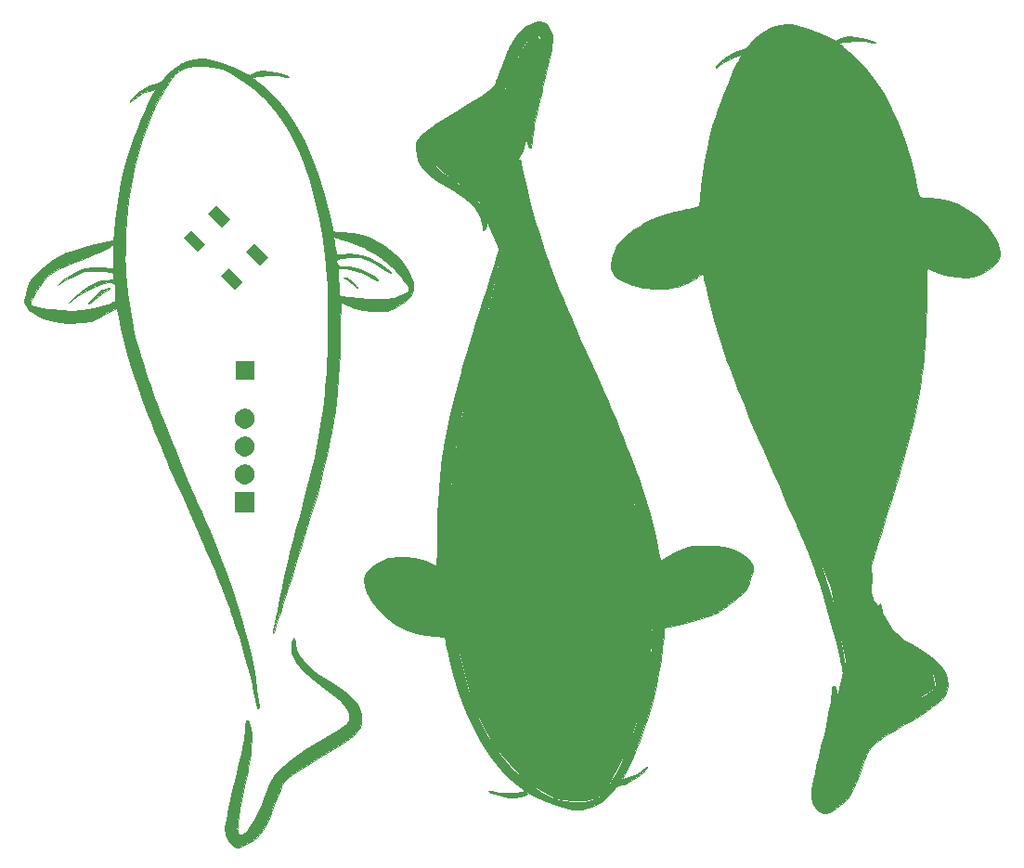
<source format=gbr>
%TF.GenerationSoftware,KiCad,Pcbnew,(5.0.2-5)-5*%
%TF.CreationDate,2022-10-07T21:03:46+07:00*%
%TF.ProjectId,gosanke,676f7361-6e6b-4652-9e6b-696361645f70,rev?*%
%TF.SameCoordinates,Original*%
%TF.FileFunction,Soldermask,Bot*%
%TF.FilePolarity,Negative*%
%FSLAX46Y46*%
G04 Gerber Fmt 4.6, Leading zero omitted, Abs format (unit mm)*
G04 Created by KiCad (PCBNEW (5.0.2-5)-5) date 2022 October 07, Friday 21:03:46*
%MOMM*%
%LPD*%
G01*
G04 APERTURE LIST*
%ADD10C,0.010000*%
%ADD11C,0.100000*%
G04 APERTURE END LIST*
D10*
%TO.C,J4*%
G36*
X197474789Y-98198200D02*
X197440970Y-98141608D01*
X197400001Y-98010268D01*
X197345996Y-97783682D01*
X197273065Y-97441356D01*
X197175322Y-96962791D01*
X197121332Y-96695836D01*
X196983083Y-96067895D01*
X196798301Y-95312970D01*
X196576393Y-94463908D01*
X196326763Y-93553553D01*
X196058816Y-92614749D01*
X195781959Y-91680341D01*
X195505596Y-90783174D01*
X195239134Y-89956093D01*
X194991977Y-89231941D01*
X194951383Y-89118170D01*
X194727518Y-88504941D01*
X194483121Y-87851708D01*
X194228650Y-87184997D01*
X193974562Y-86531335D01*
X193731315Y-85917251D01*
X193509364Y-85369272D01*
X193319168Y-84913924D01*
X193171183Y-84577737D01*
X193115730Y-84461503D01*
X193035473Y-84291185D01*
X192899225Y-83990978D01*
X192718334Y-83586365D01*
X192504145Y-83102825D01*
X192268006Y-82565840D01*
X192078883Y-82133170D01*
X191507118Y-80826828D01*
X190962018Y-79591777D01*
X190453054Y-78449280D01*
X189989699Y-77420602D01*
X189581428Y-76527007D01*
X189578457Y-76520563D01*
X189418104Y-76159459D01*
X189207792Y-75665575D01*
X188957722Y-75064418D01*
X188678095Y-74381494D01*
X188379111Y-73642310D01*
X188070970Y-72872372D01*
X187763874Y-72097187D01*
X187468021Y-71342262D01*
X187193614Y-70633103D01*
X186950852Y-69995218D01*
X186749935Y-69454112D01*
X186724411Y-69383900D01*
X186178055Y-67782812D01*
X185688071Y-66158966D01*
X185270910Y-64569672D01*
X185013035Y-63421836D01*
X184904868Y-62902905D01*
X184806971Y-62442757D01*
X184724805Y-62066294D01*
X184663831Y-61798413D01*
X184629509Y-61664016D01*
X184625197Y-61653415D01*
X184545724Y-61680221D01*
X184362499Y-61780997D01*
X184112298Y-61935230D01*
X184063978Y-61966441D01*
X183164371Y-62473993D01*
X182277933Y-62816993D01*
X182096333Y-62867513D01*
X181706092Y-62936412D01*
X181199095Y-62979492D01*
X180625959Y-62996622D01*
X180037302Y-62987670D01*
X179483740Y-62952505D01*
X179015892Y-62890997D01*
X178937854Y-62875689D01*
X178193314Y-62679127D01*
X177546847Y-62427720D01*
X177012059Y-62130948D01*
X176602560Y-61798291D01*
X176331958Y-61439230D01*
X176213861Y-61063245D01*
X176209702Y-60975149D01*
X176239650Y-60733850D01*
X176317932Y-60388569D01*
X176429036Y-59992156D01*
X176557448Y-59597465D01*
X176687656Y-59257346D01*
X176759013Y-59103724D01*
X176907465Y-58903557D01*
X177170599Y-58634255D01*
X177520506Y-58318016D01*
X177929280Y-57977039D01*
X178369011Y-57633523D01*
X178811793Y-57309667D01*
X179229717Y-57027669D01*
X179594875Y-56809728D01*
X179729668Y-56740784D01*
X179999626Y-56631469D01*
X180399587Y-56494401D01*
X180894502Y-56339676D01*
X181449325Y-56177388D01*
X182029006Y-56017632D01*
X182598499Y-55870500D01*
X183122757Y-55746090D01*
X183362955Y-55694324D01*
X184294288Y-55502429D01*
X184354669Y-54784300D01*
X184466929Y-53676134D01*
X184618826Y-52520683D01*
X184803178Y-51358651D01*
X185012803Y-50230748D01*
X185240519Y-49177680D01*
X185479143Y-48240154D01*
X185556940Y-47970170D01*
X185748930Y-47365311D01*
X185987602Y-46675554D01*
X186260338Y-45932475D01*
X186554521Y-45167650D01*
X186857531Y-44412654D01*
X187156751Y-43699066D01*
X187439562Y-43058459D01*
X187693346Y-42522411D01*
X187866104Y-42191670D01*
X188005206Y-41934093D01*
X188098230Y-41745825D01*
X188127204Y-41663519D01*
X188125558Y-41662503D01*
X188033080Y-41686795D01*
X187824936Y-41750474D01*
X187546771Y-41839565D01*
X186968192Y-42062604D01*
X186503603Y-42325758D01*
X186137057Y-42622512D01*
X185935087Y-42790341D01*
X185829105Y-42837255D01*
X185817680Y-42780845D01*
X185899381Y-42638700D01*
X186072780Y-42428411D01*
X186160314Y-42336427D01*
X186440689Y-42093320D01*
X186801315Y-41839429D01*
X187202057Y-41596889D01*
X187602778Y-41387837D01*
X187963344Y-41234409D01*
X188243618Y-41158742D01*
X188303265Y-41154503D01*
X188463318Y-41130094D01*
X188613980Y-41037366D01*
X188793798Y-40847069D01*
X188924816Y-40682822D01*
X189386175Y-40182093D01*
X189957400Y-39711092D01*
X190579821Y-39315967D01*
X190813621Y-39197167D01*
X191244400Y-39043218D01*
X191746784Y-38938213D01*
X192249663Y-38892400D01*
X192681924Y-38916029D01*
X192718621Y-38922624D01*
X193920898Y-39224632D01*
X195105054Y-39651164D01*
X195670598Y-39905660D01*
X196717574Y-40412658D01*
X197067598Y-40214377D01*
X197455802Y-40075005D01*
X197954985Y-40018920D01*
X198530171Y-40043557D01*
X199146382Y-40146351D01*
X199768644Y-40324736D01*
X200051479Y-40433220D01*
X200261447Y-40534891D01*
X200317731Y-40595191D01*
X200231547Y-40611247D01*
X200014109Y-40580185D01*
X199734154Y-40514510D01*
X199391008Y-40441863D01*
X199035337Y-40409139D01*
X198605230Y-40412375D01*
X198348955Y-40425861D01*
X197797517Y-40466711D01*
X197404073Y-40511365D01*
X197157293Y-40561714D01*
X197045849Y-40619646D01*
X197036621Y-40644732D01*
X197100030Y-40720736D01*
X197268985Y-40868369D01*
X197511578Y-41060362D01*
X197608121Y-41133101D01*
X198517338Y-41903346D01*
X199388656Y-42828172D01*
X200215808Y-43895806D01*
X200992526Y-45094478D01*
X201712543Y-46412415D01*
X202369590Y-47837846D01*
X202957400Y-49358998D01*
X203469704Y-50964099D01*
X203900236Y-52641378D01*
X204014072Y-53164346D01*
X204112451Y-53637240D01*
X204197552Y-54049160D01*
X204263819Y-54372970D01*
X204305692Y-54581531D01*
X204317955Y-54648029D01*
X204396470Y-54664497D01*
X204607894Y-54686605D01*
X204916046Y-54710944D01*
X205145363Y-54725998D01*
X206115347Y-54823713D01*
X206963378Y-54995029D01*
X207723508Y-55247702D01*
X208032413Y-55383578D01*
X208905451Y-55877970D01*
X209714272Y-56494840D01*
X210432042Y-57207985D01*
X211031925Y-57991198D01*
X211436156Y-58707321D01*
X211633141Y-59265932D01*
X211686397Y-59791914D01*
X211661994Y-59917818D01*
X211260621Y-59917818D01*
X211206441Y-59755955D01*
X211057671Y-59498450D01*
X210834968Y-59173729D01*
X210558987Y-58810215D01*
X210250385Y-58436332D01*
X209929817Y-58080504D01*
X209911187Y-58060909D01*
X209217109Y-57421758D01*
X208402336Y-56822552D01*
X207515436Y-56298385D01*
X207365955Y-56221755D01*
X207138775Y-56118955D01*
X206815993Y-55987505D01*
X206427977Y-55838190D01*
X206005096Y-55681794D01*
X205577716Y-55529103D01*
X205176206Y-55390900D01*
X204830933Y-55277970D01*
X204572266Y-55201098D01*
X204430572Y-55171069D01*
X204414327Y-55173539D01*
X204412089Y-55263276D01*
X204432426Y-55480171D01*
X204471235Y-55784166D01*
X204490655Y-55918779D01*
X204545900Y-56257264D01*
X204600178Y-56534564D01*
X204644282Y-56705329D01*
X204655647Y-56731593D01*
X204747400Y-56777983D01*
X204953423Y-56778031D01*
X205269530Y-56736699D01*
X205806332Y-56697312D01*
X206399487Y-56728839D01*
X206978903Y-56823253D01*
X207474484Y-56972524D01*
X207529012Y-56995503D01*
X207796577Y-57128693D01*
X208135247Y-57319422D01*
X208506423Y-57543297D01*
X208871505Y-57775931D01*
X209191894Y-57992932D01*
X209428991Y-58169912D01*
X209523926Y-58256033D01*
X209640475Y-58409669D01*
X209629149Y-58466489D01*
X209499257Y-58428951D01*
X209260107Y-58299511D01*
X208960340Y-58107273D01*
X208323420Y-57696661D01*
X207776522Y-57391512D01*
X207286726Y-57180849D01*
X206821106Y-57053697D01*
X206346742Y-56999078D01*
X205830709Y-57006016D01*
X205688188Y-57016340D01*
X205250488Y-57057454D01*
X204955276Y-57101908D01*
X204775811Y-57158898D01*
X204685350Y-57237623D01*
X204657149Y-57347279D01*
X204656621Y-57371120D01*
X204676765Y-57615691D01*
X204760638Y-57755890D01*
X204943403Y-57819378D01*
X205244803Y-57833836D01*
X205728006Y-57871296D01*
X206256826Y-57974845D01*
X206797714Y-58131237D01*
X207317118Y-58327228D01*
X207781487Y-58549572D01*
X208157269Y-58785024D01*
X208410914Y-59020337D01*
X208467921Y-59106264D01*
X208453997Y-59151760D01*
X208308959Y-59096878D01*
X208031140Y-58940894D01*
X207888968Y-58854067D01*
X207062314Y-58425078D01*
X206232479Y-58159997D01*
X205446961Y-58062278D01*
X205143348Y-58059674D01*
X204912024Y-58068528D01*
X204799415Y-58086937D01*
X204796764Y-58088923D01*
X204788668Y-58181268D01*
X204791360Y-58405052D01*
X204802718Y-58722872D01*
X204820617Y-59097324D01*
X204842935Y-59491008D01*
X204867548Y-59866521D01*
X204892333Y-60186459D01*
X204915168Y-60413422D01*
X204933929Y-60510006D01*
X204934216Y-60510320D01*
X205022482Y-60532665D01*
X205243269Y-60574677D01*
X205561769Y-60630030D01*
X205887087Y-60683450D01*
X206663001Y-60774905D01*
X207571700Y-60823879D01*
X208170288Y-60832016D01*
X208694536Y-60829836D01*
X209088860Y-60820508D01*
X209392649Y-60799543D01*
X209645291Y-60762453D01*
X209886174Y-60704749D01*
X210154688Y-60621941D01*
X210228839Y-60597427D01*
X210728411Y-60405401D01*
X211062272Y-60216396D01*
X211233958Y-60028082D01*
X211260621Y-59917818D01*
X211661994Y-59917818D01*
X211595004Y-60263438D01*
X211509330Y-60446975D01*
X211269050Y-60752013D01*
X210905542Y-61068531D01*
X210460579Y-61369949D01*
X209975934Y-61629687D01*
X209493379Y-61821163D01*
X209245621Y-61887405D01*
X208584789Y-61965183D01*
X207844652Y-61948159D01*
X207080696Y-61844023D01*
X206348406Y-61660469D01*
X205703270Y-61405187D01*
X205678839Y-61392975D01*
X205383375Y-61252556D01*
X205201085Y-61191872D01*
X205100432Y-61202724D01*
X205069501Y-61234519D01*
X205050433Y-61346429D01*
X205033180Y-61604321D01*
X205018455Y-61984848D01*
X205006971Y-62464663D01*
X204999442Y-63020418D01*
X204996585Y-63620884D01*
X204984078Y-64677353D01*
X204949327Y-65798570D01*
X204894750Y-66948032D01*
X204822767Y-68089235D01*
X204735799Y-69185675D01*
X204636265Y-70200850D01*
X204526585Y-71098255D01*
X204479375Y-71422836D01*
X204293374Y-72520869D01*
X204057847Y-73732434D01*
X203783051Y-75012637D01*
X203479240Y-76316580D01*
X203156672Y-77599367D01*
X202825602Y-78816102D01*
X202661323Y-79381503D01*
X202447050Y-80096726D01*
X202209104Y-80882441D01*
X201952040Y-81724212D01*
X201680415Y-82607604D01*
X201398787Y-83518179D01*
X201111710Y-84441502D01*
X200823741Y-85363136D01*
X200539437Y-86268646D01*
X200263354Y-87143596D01*
X200000048Y-87973548D01*
X199754076Y-88744068D01*
X199529994Y-89440718D01*
X199332358Y-90049063D01*
X199165725Y-90554667D01*
X199034651Y-90943093D01*
X198943692Y-91199906D01*
X198897405Y-91310669D01*
X198895463Y-91313104D01*
X198836095Y-91337998D01*
X198843603Y-91219175D01*
X198849247Y-91192503D01*
X198876564Y-91065768D01*
X198935144Y-90792084D01*
X199021002Y-90390128D01*
X199130155Y-89878577D01*
X199258618Y-89276105D01*
X199402407Y-88601391D01*
X199557537Y-87873109D01*
X199625948Y-87551836D01*
X199828194Y-86604355D01*
X200002622Y-85795002D01*
X200155971Y-85096133D01*
X200294981Y-84480108D01*
X200426392Y-83919284D01*
X200556942Y-83386020D01*
X200693371Y-82852672D01*
X200842419Y-82291600D01*
X201010825Y-81675160D01*
X201205329Y-80975711D01*
X201388520Y-80322622D01*
X201872877Y-78546523D01*
X202291101Y-76893753D01*
X202649112Y-75334406D01*
X202952834Y-73838572D01*
X203208188Y-72376344D01*
X203421094Y-70917813D01*
X203597476Y-69433072D01*
X203653519Y-68882836D01*
X203705532Y-68252565D01*
X203752007Y-67498513D01*
X203792530Y-66646818D01*
X203826686Y-65723619D01*
X203854061Y-64755054D01*
X203874240Y-63767262D01*
X203886808Y-62786382D01*
X203891350Y-61838552D01*
X203887453Y-60949910D01*
X203874700Y-60146595D01*
X203852679Y-59454746D01*
X203820973Y-58900501D01*
X203813349Y-58807503D01*
X203605533Y-56828740D01*
X203336633Y-54933544D01*
X203009445Y-53132116D01*
X202626765Y-51434658D01*
X202191389Y-49851372D01*
X201706113Y-48392459D01*
X201173733Y-47068122D01*
X200597044Y-45888561D01*
X200001061Y-44896977D01*
X199126231Y-43702439D01*
X198192923Y-42637052D01*
X197213800Y-41714073D01*
X196274621Y-40996097D01*
X195588479Y-40547371D01*
X194988561Y-40202900D01*
X194438639Y-39949984D01*
X193902486Y-39775921D01*
X193343871Y-39668011D01*
X192726567Y-39613553D01*
X192295288Y-39601022D01*
X191653076Y-39611979D01*
X191125854Y-39673852D01*
X190684009Y-39803724D01*
X190297933Y-40018677D01*
X189938013Y-40335796D01*
X189574641Y-40772163D01*
X189178204Y-41344862D01*
X189121490Y-41432079D01*
X188683796Y-42177544D01*
X188239142Y-43063736D01*
X187798243Y-44062974D01*
X187371815Y-45147576D01*
X186970574Y-46289862D01*
X186605235Y-47462150D01*
X186286513Y-48636760D01*
X186207994Y-48958470D01*
X185979954Y-49970282D01*
X185796769Y-50913264D01*
X185653404Y-51828732D01*
X185544828Y-52758003D01*
X185466006Y-53742394D01*
X185411906Y-54823221D01*
X185384641Y-55717170D01*
X185368655Y-56511093D01*
X185363102Y-57172598D01*
X185368873Y-57738332D01*
X185386859Y-58244942D01*
X185417951Y-58729074D01*
X185463039Y-59227374D01*
X185472095Y-59315503D01*
X185583776Y-60263613D01*
X185592636Y-60326960D01*
X184520396Y-60326960D01*
X184517505Y-60206221D01*
X184493437Y-59787991D01*
X184438163Y-59513438D01*
X184330464Y-59357200D01*
X184149122Y-59293913D01*
X183872917Y-59298216D01*
X183766914Y-59309061D01*
X183202424Y-59433628D01*
X182555461Y-59690576D01*
X181821930Y-60081932D01*
X180997734Y-60609725D01*
X180653621Y-60850989D01*
X180230288Y-61154275D01*
X180751426Y-60646720D01*
X181055936Y-60381287D01*
X181448780Y-60082393D01*
X181868423Y-59795404D01*
X182101886Y-59651083D01*
X182475639Y-59435405D01*
X182754174Y-59291848D01*
X182986055Y-59203094D01*
X183219848Y-59151821D01*
X183504118Y-59120709D01*
X183612748Y-59112252D01*
X184294288Y-59061503D01*
X184320396Y-58746856D01*
X184323018Y-58533952D01*
X184260862Y-58426841D01*
X184108729Y-58367179D01*
X183936639Y-58342783D01*
X183635234Y-58322350D01*
X183244520Y-58307800D01*
X182804504Y-58301057D01*
X182727955Y-58300826D01*
X181584955Y-58299503D01*
X180780621Y-58694475D01*
X180396275Y-58886900D01*
X180023847Y-59079694D01*
X179718170Y-59244196D01*
X179595288Y-59314042D01*
X179214288Y-59538636D01*
X179593514Y-59186690D01*
X179889224Y-58958760D01*
X180296521Y-58706462D01*
X180765259Y-58455600D01*
X181245293Y-58231974D01*
X181686478Y-58061388D01*
X181906684Y-57996453D01*
X182180130Y-57957819D01*
X182564886Y-57939437D01*
X183006223Y-57940014D01*
X183449412Y-57958258D01*
X183839725Y-57992874D01*
X184122434Y-58042571D01*
X184146121Y-58049362D01*
X184336621Y-58107586D01*
X184336621Y-56989989D01*
X184332132Y-56580346D01*
X184319834Y-56242616D01*
X184301486Y-56006921D01*
X184278844Y-55903384D01*
X184273121Y-55901472D01*
X184176618Y-55949526D01*
X183961798Y-56058399D01*
X183661021Y-56211642D01*
X183326933Y-56382421D01*
X182958692Y-56560621D01*
X182476053Y-56779059D01*
X181923187Y-57018567D01*
X181344267Y-57259977D01*
X180829266Y-57466243D01*
X180179902Y-57722776D01*
X179664923Y-57934432D01*
X179259883Y-58115045D01*
X178940337Y-58278448D01*
X178681839Y-58438477D01*
X178459945Y-58608963D01*
X178250210Y-58803743D01*
X178028187Y-59036648D01*
X177999949Y-59067389D01*
X177771767Y-59346059D01*
X177529837Y-59690688D01*
X177291890Y-60069402D01*
X177075661Y-60450331D01*
X176898883Y-60801600D01*
X176779290Y-61091338D01*
X176734615Y-61287672D01*
X176740743Y-61330574D01*
X176839442Y-61390902D01*
X177076202Y-61465615D01*
X177420960Y-61548906D01*
X177843652Y-61634965D01*
X178314215Y-61717986D01*
X178802586Y-61792160D01*
X179278700Y-61851679D01*
X179595288Y-61882056D01*
X180503976Y-61901095D01*
X181493256Y-61825514D01*
X182508398Y-61662487D01*
X183494671Y-61419187D01*
X183764241Y-61335692D01*
X184077109Y-61224850D01*
X184325346Y-61120036D01*
X184465907Y-61039936D01*
X184479758Y-61025061D01*
X184504803Y-60900071D01*
X184519057Y-60652020D01*
X184520396Y-60326960D01*
X185592636Y-60326960D01*
X185726301Y-61282628D01*
X185889754Y-62309540D01*
X186064220Y-63281340D01*
X186206896Y-63985263D01*
X186288825Y-64318701D01*
X186417126Y-64783600D01*
X186582904Y-65351361D01*
X186777259Y-65993385D01*
X186991296Y-66681073D01*
X187216116Y-67385828D01*
X187442822Y-68079051D01*
X187662516Y-68732142D01*
X187860171Y-69299309D01*
X188036153Y-69779070D01*
X188268686Y-70391244D01*
X188548290Y-71112319D01*
X188865483Y-71918780D01*
X189210783Y-72787113D01*
X189574708Y-73693806D01*
X189947777Y-74615344D01*
X190320509Y-75528214D01*
X190683422Y-76408902D01*
X191027033Y-77233894D01*
X191341863Y-77979676D01*
X191618429Y-78622736D01*
X191635474Y-78661836D01*
X191960138Y-79410076D01*
X192323515Y-80254630D01*
X192702476Y-81141276D01*
X193073893Y-82015796D01*
X193414639Y-82823970D01*
X193603981Y-83276645D01*
X194125731Y-84573823D01*
X194632619Y-85920513D01*
X195116744Y-87291270D01*
X195570208Y-88660650D01*
X195985111Y-90003210D01*
X196353553Y-91293506D01*
X196667634Y-92506095D01*
X196919454Y-93615531D01*
X197082087Y-94479092D01*
X197241485Y-95461579D01*
X197369673Y-96298412D01*
X197466196Y-96985968D01*
X197530602Y-97520625D01*
X197562436Y-97898760D01*
X197561244Y-98116752D01*
X197544530Y-98169128D01*
X197507347Y-98200542D01*
X197474789Y-98198200D01*
X197474789Y-98198200D01*
G37*
X197474789Y-98198200D02*
X197440970Y-98141608D01*
X197400001Y-98010268D01*
X197345996Y-97783682D01*
X197273065Y-97441356D01*
X197175322Y-96962791D01*
X197121332Y-96695836D01*
X196983083Y-96067895D01*
X196798301Y-95312970D01*
X196576393Y-94463908D01*
X196326763Y-93553553D01*
X196058816Y-92614749D01*
X195781959Y-91680341D01*
X195505596Y-90783174D01*
X195239134Y-89956093D01*
X194991977Y-89231941D01*
X194951383Y-89118170D01*
X194727518Y-88504941D01*
X194483121Y-87851708D01*
X194228650Y-87184997D01*
X193974562Y-86531335D01*
X193731315Y-85917251D01*
X193509364Y-85369272D01*
X193319168Y-84913924D01*
X193171183Y-84577737D01*
X193115730Y-84461503D01*
X193035473Y-84291185D01*
X192899225Y-83990978D01*
X192718334Y-83586365D01*
X192504145Y-83102825D01*
X192268006Y-82565840D01*
X192078883Y-82133170D01*
X191507118Y-80826828D01*
X190962018Y-79591777D01*
X190453054Y-78449280D01*
X189989699Y-77420602D01*
X189581428Y-76527007D01*
X189578457Y-76520563D01*
X189418104Y-76159459D01*
X189207792Y-75665575D01*
X188957722Y-75064418D01*
X188678095Y-74381494D01*
X188379111Y-73642310D01*
X188070970Y-72872372D01*
X187763874Y-72097187D01*
X187468021Y-71342262D01*
X187193614Y-70633103D01*
X186950852Y-69995218D01*
X186749935Y-69454112D01*
X186724411Y-69383900D01*
X186178055Y-67782812D01*
X185688071Y-66158966D01*
X185270910Y-64569672D01*
X185013035Y-63421836D01*
X184904868Y-62902905D01*
X184806971Y-62442757D01*
X184724805Y-62066294D01*
X184663831Y-61798413D01*
X184629509Y-61664016D01*
X184625197Y-61653415D01*
X184545724Y-61680221D01*
X184362499Y-61780997D01*
X184112298Y-61935230D01*
X184063978Y-61966441D01*
X183164371Y-62473993D01*
X182277933Y-62816993D01*
X182096333Y-62867513D01*
X181706092Y-62936412D01*
X181199095Y-62979492D01*
X180625959Y-62996622D01*
X180037302Y-62987670D01*
X179483740Y-62952505D01*
X179015892Y-62890997D01*
X178937854Y-62875689D01*
X178193314Y-62679127D01*
X177546847Y-62427720D01*
X177012059Y-62130948D01*
X176602560Y-61798291D01*
X176331958Y-61439230D01*
X176213861Y-61063245D01*
X176209702Y-60975149D01*
X176239650Y-60733850D01*
X176317932Y-60388569D01*
X176429036Y-59992156D01*
X176557448Y-59597465D01*
X176687656Y-59257346D01*
X176759013Y-59103724D01*
X176907465Y-58903557D01*
X177170599Y-58634255D01*
X177520506Y-58318016D01*
X177929280Y-57977039D01*
X178369011Y-57633523D01*
X178811793Y-57309667D01*
X179229717Y-57027669D01*
X179594875Y-56809728D01*
X179729668Y-56740784D01*
X179999626Y-56631469D01*
X180399587Y-56494401D01*
X180894502Y-56339676D01*
X181449325Y-56177388D01*
X182029006Y-56017632D01*
X182598499Y-55870500D01*
X183122757Y-55746090D01*
X183362955Y-55694324D01*
X184294288Y-55502429D01*
X184354669Y-54784300D01*
X184466929Y-53676134D01*
X184618826Y-52520683D01*
X184803178Y-51358651D01*
X185012803Y-50230748D01*
X185240519Y-49177680D01*
X185479143Y-48240154D01*
X185556940Y-47970170D01*
X185748930Y-47365311D01*
X185987602Y-46675554D01*
X186260338Y-45932475D01*
X186554521Y-45167650D01*
X186857531Y-44412654D01*
X187156751Y-43699066D01*
X187439562Y-43058459D01*
X187693346Y-42522411D01*
X187866104Y-42191670D01*
X188005206Y-41934093D01*
X188098230Y-41745825D01*
X188127204Y-41663519D01*
X188125558Y-41662503D01*
X188033080Y-41686795D01*
X187824936Y-41750474D01*
X187546771Y-41839565D01*
X186968192Y-42062604D01*
X186503603Y-42325758D01*
X186137057Y-42622512D01*
X185935087Y-42790341D01*
X185829105Y-42837255D01*
X185817680Y-42780845D01*
X185899381Y-42638700D01*
X186072780Y-42428411D01*
X186160314Y-42336427D01*
X186440689Y-42093320D01*
X186801315Y-41839429D01*
X187202057Y-41596889D01*
X187602778Y-41387837D01*
X187963344Y-41234409D01*
X188243618Y-41158742D01*
X188303265Y-41154503D01*
X188463318Y-41130094D01*
X188613980Y-41037366D01*
X188793798Y-40847069D01*
X188924816Y-40682822D01*
X189386175Y-40182093D01*
X189957400Y-39711092D01*
X190579821Y-39315967D01*
X190813621Y-39197167D01*
X191244400Y-39043218D01*
X191746784Y-38938213D01*
X192249663Y-38892400D01*
X192681924Y-38916029D01*
X192718621Y-38922624D01*
X193920898Y-39224632D01*
X195105054Y-39651164D01*
X195670598Y-39905660D01*
X196717574Y-40412658D01*
X197067598Y-40214377D01*
X197455802Y-40075005D01*
X197954985Y-40018920D01*
X198530171Y-40043557D01*
X199146382Y-40146351D01*
X199768644Y-40324736D01*
X200051479Y-40433220D01*
X200261447Y-40534891D01*
X200317731Y-40595191D01*
X200231547Y-40611247D01*
X200014109Y-40580185D01*
X199734154Y-40514510D01*
X199391008Y-40441863D01*
X199035337Y-40409139D01*
X198605230Y-40412375D01*
X198348955Y-40425861D01*
X197797517Y-40466711D01*
X197404073Y-40511365D01*
X197157293Y-40561714D01*
X197045849Y-40619646D01*
X197036621Y-40644732D01*
X197100030Y-40720736D01*
X197268985Y-40868369D01*
X197511578Y-41060362D01*
X197608121Y-41133101D01*
X198517338Y-41903346D01*
X199388656Y-42828172D01*
X200215808Y-43895806D01*
X200992526Y-45094478D01*
X201712543Y-46412415D01*
X202369590Y-47837846D01*
X202957400Y-49358998D01*
X203469704Y-50964099D01*
X203900236Y-52641378D01*
X204014072Y-53164346D01*
X204112451Y-53637240D01*
X204197552Y-54049160D01*
X204263819Y-54372970D01*
X204305692Y-54581531D01*
X204317955Y-54648029D01*
X204396470Y-54664497D01*
X204607894Y-54686605D01*
X204916046Y-54710944D01*
X205145363Y-54725998D01*
X206115347Y-54823713D01*
X206963378Y-54995029D01*
X207723508Y-55247702D01*
X208032413Y-55383578D01*
X208905451Y-55877970D01*
X209714272Y-56494840D01*
X210432042Y-57207985D01*
X211031925Y-57991198D01*
X211436156Y-58707321D01*
X211633141Y-59265932D01*
X211686397Y-59791914D01*
X211661994Y-59917818D01*
X211260621Y-59917818D01*
X211206441Y-59755955D01*
X211057671Y-59498450D01*
X210834968Y-59173729D01*
X210558987Y-58810215D01*
X210250385Y-58436332D01*
X209929817Y-58080504D01*
X209911187Y-58060909D01*
X209217109Y-57421758D01*
X208402336Y-56822552D01*
X207515436Y-56298385D01*
X207365955Y-56221755D01*
X207138775Y-56118955D01*
X206815993Y-55987505D01*
X206427977Y-55838190D01*
X206005096Y-55681794D01*
X205577716Y-55529103D01*
X205176206Y-55390900D01*
X204830933Y-55277970D01*
X204572266Y-55201098D01*
X204430572Y-55171069D01*
X204414327Y-55173539D01*
X204412089Y-55263276D01*
X204432426Y-55480171D01*
X204471235Y-55784166D01*
X204490655Y-55918779D01*
X204545900Y-56257264D01*
X204600178Y-56534564D01*
X204644282Y-56705329D01*
X204655647Y-56731593D01*
X204747400Y-56777983D01*
X204953423Y-56778031D01*
X205269530Y-56736699D01*
X205806332Y-56697312D01*
X206399487Y-56728839D01*
X206978903Y-56823253D01*
X207474484Y-56972524D01*
X207529012Y-56995503D01*
X207796577Y-57128693D01*
X208135247Y-57319422D01*
X208506423Y-57543297D01*
X208871505Y-57775931D01*
X209191894Y-57992932D01*
X209428991Y-58169912D01*
X209523926Y-58256033D01*
X209640475Y-58409669D01*
X209629149Y-58466489D01*
X209499257Y-58428951D01*
X209260107Y-58299511D01*
X208960340Y-58107273D01*
X208323420Y-57696661D01*
X207776522Y-57391512D01*
X207286726Y-57180849D01*
X206821106Y-57053697D01*
X206346742Y-56999078D01*
X205830709Y-57006016D01*
X205688188Y-57016340D01*
X205250488Y-57057454D01*
X204955276Y-57101908D01*
X204775811Y-57158898D01*
X204685350Y-57237623D01*
X204657149Y-57347279D01*
X204656621Y-57371120D01*
X204676765Y-57615691D01*
X204760638Y-57755890D01*
X204943403Y-57819378D01*
X205244803Y-57833836D01*
X205728006Y-57871296D01*
X206256826Y-57974845D01*
X206797714Y-58131237D01*
X207317118Y-58327228D01*
X207781487Y-58549572D01*
X208157269Y-58785024D01*
X208410914Y-59020337D01*
X208467921Y-59106264D01*
X208453997Y-59151760D01*
X208308959Y-59096878D01*
X208031140Y-58940894D01*
X207888968Y-58854067D01*
X207062314Y-58425078D01*
X206232479Y-58159997D01*
X205446961Y-58062278D01*
X205143348Y-58059674D01*
X204912024Y-58068528D01*
X204799415Y-58086937D01*
X204796764Y-58088923D01*
X204788668Y-58181268D01*
X204791360Y-58405052D01*
X204802718Y-58722872D01*
X204820617Y-59097324D01*
X204842935Y-59491008D01*
X204867548Y-59866521D01*
X204892333Y-60186459D01*
X204915168Y-60413422D01*
X204933929Y-60510006D01*
X204934216Y-60510320D01*
X205022482Y-60532665D01*
X205243269Y-60574677D01*
X205561769Y-60630030D01*
X205887087Y-60683450D01*
X206663001Y-60774905D01*
X207571700Y-60823879D01*
X208170288Y-60832016D01*
X208694536Y-60829836D01*
X209088860Y-60820508D01*
X209392649Y-60799543D01*
X209645291Y-60762453D01*
X209886174Y-60704749D01*
X210154688Y-60621941D01*
X210228839Y-60597427D01*
X210728411Y-60405401D01*
X211062272Y-60216396D01*
X211233958Y-60028082D01*
X211260621Y-59917818D01*
X211661994Y-59917818D01*
X211595004Y-60263438D01*
X211509330Y-60446975D01*
X211269050Y-60752013D01*
X210905542Y-61068531D01*
X210460579Y-61369949D01*
X209975934Y-61629687D01*
X209493379Y-61821163D01*
X209245621Y-61887405D01*
X208584789Y-61965183D01*
X207844652Y-61948159D01*
X207080696Y-61844023D01*
X206348406Y-61660469D01*
X205703270Y-61405187D01*
X205678839Y-61392975D01*
X205383375Y-61252556D01*
X205201085Y-61191872D01*
X205100432Y-61202724D01*
X205069501Y-61234519D01*
X205050433Y-61346429D01*
X205033180Y-61604321D01*
X205018455Y-61984848D01*
X205006971Y-62464663D01*
X204999442Y-63020418D01*
X204996585Y-63620884D01*
X204984078Y-64677353D01*
X204949327Y-65798570D01*
X204894750Y-66948032D01*
X204822767Y-68089235D01*
X204735799Y-69185675D01*
X204636265Y-70200850D01*
X204526585Y-71098255D01*
X204479375Y-71422836D01*
X204293374Y-72520869D01*
X204057847Y-73732434D01*
X203783051Y-75012637D01*
X203479240Y-76316580D01*
X203156672Y-77599367D01*
X202825602Y-78816102D01*
X202661323Y-79381503D01*
X202447050Y-80096726D01*
X202209104Y-80882441D01*
X201952040Y-81724212D01*
X201680415Y-82607604D01*
X201398787Y-83518179D01*
X201111710Y-84441502D01*
X200823741Y-85363136D01*
X200539437Y-86268646D01*
X200263354Y-87143596D01*
X200000048Y-87973548D01*
X199754076Y-88744068D01*
X199529994Y-89440718D01*
X199332358Y-90049063D01*
X199165725Y-90554667D01*
X199034651Y-90943093D01*
X198943692Y-91199906D01*
X198897405Y-91310669D01*
X198895463Y-91313104D01*
X198836095Y-91337998D01*
X198843603Y-91219175D01*
X198849247Y-91192503D01*
X198876564Y-91065768D01*
X198935144Y-90792084D01*
X199021002Y-90390128D01*
X199130155Y-89878577D01*
X199258618Y-89276105D01*
X199402407Y-88601391D01*
X199557537Y-87873109D01*
X199625948Y-87551836D01*
X199828194Y-86604355D01*
X200002622Y-85795002D01*
X200155971Y-85096133D01*
X200294981Y-84480108D01*
X200426392Y-83919284D01*
X200556942Y-83386020D01*
X200693371Y-82852672D01*
X200842419Y-82291600D01*
X201010825Y-81675160D01*
X201205329Y-80975711D01*
X201388520Y-80322622D01*
X201872877Y-78546523D01*
X202291101Y-76893753D01*
X202649112Y-75334406D01*
X202952834Y-73838572D01*
X203208188Y-72376344D01*
X203421094Y-70917813D01*
X203597476Y-69433072D01*
X203653519Y-68882836D01*
X203705532Y-68252565D01*
X203752007Y-67498513D01*
X203792530Y-66646818D01*
X203826686Y-65723619D01*
X203854061Y-64755054D01*
X203874240Y-63767262D01*
X203886808Y-62786382D01*
X203891350Y-61838552D01*
X203887453Y-60949910D01*
X203874700Y-60146595D01*
X203852679Y-59454746D01*
X203820973Y-58900501D01*
X203813349Y-58807503D01*
X203605533Y-56828740D01*
X203336633Y-54933544D01*
X203009445Y-53132116D01*
X202626765Y-51434658D01*
X202191389Y-49851372D01*
X201706113Y-48392459D01*
X201173733Y-47068122D01*
X200597044Y-45888561D01*
X200001061Y-44896977D01*
X199126231Y-43702439D01*
X198192923Y-42637052D01*
X197213800Y-41714073D01*
X196274621Y-40996097D01*
X195588479Y-40547371D01*
X194988561Y-40202900D01*
X194438639Y-39949984D01*
X193902486Y-39775921D01*
X193343871Y-39668011D01*
X192726567Y-39613553D01*
X192295288Y-39601022D01*
X191653076Y-39611979D01*
X191125854Y-39673852D01*
X190684009Y-39803724D01*
X190297933Y-40018677D01*
X189938013Y-40335796D01*
X189574641Y-40772163D01*
X189178204Y-41344862D01*
X189121490Y-41432079D01*
X188683796Y-42177544D01*
X188239142Y-43063736D01*
X187798243Y-44062974D01*
X187371815Y-45147576D01*
X186970574Y-46289862D01*
X186605235Y-47462150D01*
X186286513Y-48636760D01*
X186207994Y-48958470D01*
X185979954Y-49970282D01*
X185796769Y-50913264D01*
X185653404Y-51828732D01*
X185544828Y-52758003D01*
X185466006Y-53742394D01*
X185411906Y-54823221D01*
X185384641Y-55717170D01*
X185368655Y-56511093D01*
X185363102Y-57172598D01*
X185368873Y-57738332D01*
X185386859Y-58244942D01*
X185417951Y-58729074D01*
X185463039Y-59227374D01*
X185472095Y-59315503D01*
X185583776Y-60263613D01*
X185592636Y-60326960D01*
X184520396Y-60326960D01*
X184517505Y-60206221D01*
X184493437Y-59787991D01*
X184438163Y-59513438D01*
X184330464Y-59357200D01*
X184149122Y-59293913D01*
X183872917Y-59298216D01*
X183766914Y-59309061D01*
X183202424Y-59433628D01*
X182555461Y-59690576D01*
X181821930Y-60081932D01*
X180997734Y-60609725D01*
X180653621Y-60850989D01*
X180230288Y-61154275D01*
X180751426Y-60646720D01*
X181055936Y-60381287D01*
X181448780Y-60082393D01*
X181868423Y-59795404D01*
X182101886Y-59651083D01*
X182475639Y-59435405D01*
X182754174Y-59291848D01*
X182986055Y-59203094D01*
X183219848Y-59151821D01*
X183504118Y-59120709D01*
X183612748Y-59112252D01*
X184294288Y-59061503D01*
X184320396Y-58746856D01*
X184323018Y-58533952D01*
X184260862Y-58426841D01*
X184108729Y-58367179D01*
X183936639Y-58342783D01*
X183635234Y-58322350D01*
X183244520Y-58307800D01*
X182804504Y-58301057D01*
X182727955Y-58300826D01*
X181584955Y-58299503D01*
X180780621Y-58694475D01*
X180396275Y-58886900D01*
X180023847Y-59079694D01*
X179718170Y-59244196D01*
X179595288Y-59314042D01*
X179214288Y-59538636D01*
X179593514Y-59186690D01*
X179889224Y-58958760D01*
X180296521Y-58706462D01*
X180765259Y-58455600D01*
X181245293Y-58231974D01*
X181686478Y-58061388D01*
X181906684Y-57996453D01*
X182180130Y-57957819D01*
X182564886Y-57939437D01*
X183006223Y-57940014D01*
X183449412Y-57958258D01*
X183839725Y-57992874D01*
X184122434Y-58042571D01*
X184146121Y-58049362D01*
X184336621Y-58107586D01*
X184336621Y-56989989D01*
X184332132Y-56580346D01*
X184319834Y-56242616D01*
X184301486Y-56006921D01*
X184278844Y-55903384D01*
X184273121Y-55901472D01*
X184176618Y-55949526D01*
X183961798Y-56058399D01*
X183661021Y-56211642D01*
X183326933Y-56382421D01*
X182958692Y-56560621D01*
X182476053Y-56779059D01*
X181923187Y-57018567D01*
X181344267Y-57259977D01*
X180829266Y-57466243D01*
X180179902Y-57722776D01*
X179664923Y-57934432D01*
X179259883Y-58115045D01*
X178940337Y-58278448D01*
X178681839Y-58438477D01*
X178459945Y-58608963D01*
X178250210Y-58803743D01*
X178028187Y-59036648D01*
X177999949Y-59067389D01*
X177771767Y-59346059D01*
X177529837Y-59690688D01*
X177291890Y-60069402D01*
X177075661Y-60450331D01*
X176898883Y-60801600D01*
X176779290Y-61091338D01*
X176734615Y-61287672D01*
X176740743Y-61330574D01*
X176839442Y-61390902D01*
X177076202Y-61465615D01*
X177420960Y-61548906D01*
X177843652Y-61634965D01*
X178314215Y-61717986D01*
X178802586Y-61792160D01*
X179278700Y-61851679D01*
X179595288Y-61882056D01*
X180503976Y-61901095D01*
X181493256Y-61825514D01*
X182508398Y-61662487D01*
X183494671Y-61419187D01*
X183764241Y-61335692D01*
X184077109Y-61224850D01*
X184325346Y-61120036D01*
X184465907Y-61039936D01*
X184479758Y-61025061D01*
X184504803Y-60900071D01*
X184519057Y-60652020D01*
X184520396Y-60326960D01*
X185592636Y-60326960D01*
X185726301Y-61282628D01*
X185889754Y-62309540D01*
X186064220Y-63281340D01*
X186206896Y-63985263D01*
X186288825Y-64318701D01*
X186417126Y-64783600D01*
X186582904Y-65351361D01*
X186777259Y-65993385D01*
X186991296Y-66681073D01*
X187216116Y-67385828D01*
X187442822Y-68079051D01*
X187662516Y-68732142D01*
X187860171Y-69299309D01*
X188036153Y-69779070D01*
X188268686Y-70391244D01*
X188548290Y-71112319D01*
X188865483Y-71918780D01*
X189210783Y-72787113D01*
X189574708Y-73693806D01*
X189947777Y-74615344D01*
X190320509Y-75528214D01*
X190683422Y-76408902D01*
X191027033Y-77233894D01*
X191341863Y-77979676D01*
X191618429Y-78622736D01*
X191635474Y-78661836D01*
X191960138Y-79410076D01*
X192323515Y-80254630D01*
X192702476Y-81141276D01*
X193073893Y-82015796D01*
X193414639Y-82823970D01*
X193603981Y-83276645D01*
X194125731Y-84573823D01*
X194632619Y-85920513D01*
X195116744Y-87291270D01*
X195570208Y-88660650D01*
X195985111Y-90003210D01*
X196353553Y-91293506D01*
X196667634Y-92506095D01*
X196919454Y-93615531D01*
X197082087Y-94479092D01*
X197241485Y-95461579D01*
X197369673Y-96298412D01*
X197466196Y-96985968D01*
X197530602Y-97520625D01*
X197562436Y-97898760D01*
X197561244Y-98116752D01*
X197544530Y-98169128D01*
X197507347Y-98200542D01*
X197474789Y-98198200D01*
G36*
X206532732Y-59804647D02*
X206356566Y-59666847D01*
X206172173Y-59508817D01*
X205893575Y-59276538D01*
X205638520Y-59083110D01*
X205450760Y-58961138D01*
X205412437Y-58942684D01*
X205282029Y-58883506D01*
X205304055Y-58861043D01*
X205376288Y-58857778D01*
X205590528Y-58896459D01*
X205714955Y-58948410D01*
X205983382Y-59140395D01*
X206276351Y-59416821D01*
X206530489Y-59717406D01*
X206545928Y-59738836D01*
X206594554Y-59827845D01*
X206532732Y-59804647D01*
X206532732Y-59804647D01*
G37*
X206532732Y-59804647D02*
X206356566Y-59666847D01*
X206172173Y-59508817D01*
X205893575Y-59276538D01*
X205638520Y-59083110D01*
X205450760Y-58961138D01*
X205412437Y-58942684D01*
X205282029Y-58883506D01*
X205304055Y-58861043D01*
X205376288Y-58857778D01*
X205590528Y-58896459D01*
X205714955Y-58948410D01*
X205983382Y-59140395D01*
X206276351Y-59416821D01*
X206530489Y-59717406D01*
X206545928Y-59738836D01*
X206594554Y-59827845D01*
X206532732Y-59804647D01*
G36*
X182050621Y-61198607D02*
X182114074Y-61066871D01*
X182282214Y-60867684D01*
X182521712Y-60631706D01*
X182799239Y-60389595D01*
X183081468Y-60172010D01*
X183335070Y-60009612D01*
X183354398Y-59999251D01*
X183657325Y-59856138D01*
X183877700Y-59784583D01*
X183989383Y-59792083D01*
X183997955Y-59814677D01*
X183932496Y-59873898D01*
X183761937Y-59994863D01*
X183553455Y-60131848D01*
X183260645Y-60333381D01*
X182914792Y-60592623D01*
X182589214Y-60854556D01*
X182579788Y-60862503D01*
X182338997Y-61053679D01*
X182155542Y-61176060D01*
X182058669Y-61211071D01*
X182050621Y-61198607D01*
X182050621Y-61198607D01*
G37*
X182050621Y-61198607D02*
X182114074Y-61066871D01*
X182282214Y-60867684D01*
X182521712Y-60631706D01*
X182799239Y-60389595D01*
X183081468Y-60172010D01*
X183335070Y-60009612D01*
X183354398Y-59999251D01*
X183657325Y-59856138D01*
X183877700Y-59784583D01*
X183989383Y-59792083D01*
X183997955Y-59814677D01*
X183932496Y-59873898D01*
X183761937Y-59994863D01*
X183553455Y-60131848D01*
X183260645Y-60333381D01*
X182914792Y-60592623D01*
X182589214Y-60854556D01*
X182579788Y-60862503D01*
X182338997Y-61053679D01*
X182155542Y-61176060D01*
X182058669Y-61211071D01*
X182050621Y-61198607D01*
G36*
X195345070Y-110752140D02*
X195030897Y-110514532D01*
X194759249Y-110136295D01*
X194706172Y-110034092D01*
X194625512Y-109857215D01*
X194563283Y-109681472D01*
X194521470Y-109492147D01*
X194502057Y-109274526D01*
X194507027Y-109013894D01*
X194538365Y-108695533D01*
X194598053Y-108304730D01*
X194688076Y-107826769D01*
X194810417Y-107246933D01*
X194967061Y-106550509D01*
X195159991Y-105722779D01*
X195391190Y-104749030D01*
X195454218Y-104485170D01*
X195660961Y-103616840D01*
X195830981Y-102892977D01*
X195968239Y-102293679D01*
X196076699Y-101799039D01*
X196160326Y-101389154D01*
X196223081Y-101044120D01*
X196268929Y-100744031D01*
X196301833Y-100468985D01*
X196325757Y-100199075D01*
X196335679Y-100058473D01*
X196366200Y-99719936D01*
X196405912Y-99449788D01*
X196448035Y-99289685D01*
X196464798Y-99265288D01*
X196590907Y-99263036D01*
X196698518Y-99409010D01*
X196785163Y-99682864D01*
X196848374Y-100064251D01*
X196885682Y-100532824D01*
X196894619Y-101068236D01*
X196872718Y-101650141D01*
X196822574Y-102214637D01*
X196762688Y-102694219D01*
X196694532Y-103169546D01*
X196626439Y-103586117D01*
X196566742Y-103889432D01*
X196566032Y-103892503D01*
X196357128Y-104817478D01*
X196167448Y-105705964D01*
X196000179Y-106539952D01*
X195858507Y-107301433D01*
X195745619Y-107972399D01*
X195664702Y-108534839D01*
X195618942Y-108970745D01*
X195611525Y-109262108D01*
X195612774Y-109279733D01*
X195670598Y-109526351D01*
X195808711Y-109639808D01*
X196052678Y-109636013D01*
X196150509Y-109614344D01*
X196353198Y-109491108D01*
X196597705Y-109221359D01*
X196875579Y-108820283D01*
X197178369Y-108303064D01*
X197497625Y-107684890D01*
X197824894Y-106980946D01*
X198151725Y-106206419D01*
X198392413Y-105585836D01*
X198569770Y-105115749D01*
X198709057Y-104769500D01*
X198830623Y-104511989D01*
X198954821Y-104308118D01*
X199102000Y-104122789D01*
X199292513Y-103920902D01*
X199447882Y-103765503D01*
X199883153Y-103374937D01*
X200465949Y-102919955D01*
X201189273Y-102405398D01*
X202046128Y-101836106D01*
X203029516Y-101216919D01*
X203852288Y-100718879D01*
X204444705Y-100363619D01*
X204906598Y-100079055D01*
X205254105Y-99851246D01*
X205503365Y-99666248D01*
X205670516Y-99510118D01*
X205771697Y-99368915D01*
X205823046Y-99228697D01*
X205840702Y-99075519D01*
X205841955Y-98999958D01*
X205796704Y-98636601D01*
X205654029Y-98270422D01*
X205403548Y-97889026D01*
X205034880Y-97480014D01*
X204537641Y-97030991D01*
X203901450Y-96529560D01*
X203566748Y-96283286D01*
X202782892Y-95698874D01*
X202138684Y-95177197D01*
X201622409Y-94705081D01*
X201222347Y-94269352D01*
X200926783Y-93856836D01*
X200723999Y-93454359D01*
X200602277Y-93048747D01*
X200579920Y-92925149D01*
X200531566Y-92510541D01*
X200541710Y-92210027D01*
X200615615Y-91976955D01*
X200702686Y-91836301D01*
X200773748Y-91756879D01*
X200817318Y-91782061D01*
X200849731Y-91936836D01*
X200869310Y-92091221D01*
X200928546Y-92407953D01*
X201028475Y-92779947D01*
X201106684Y-93013756D01*
X201313523Y-93411008D01*
X201640351Y-93848422D01*
X202054352Y-94293195D01*
X202522707Y-94712524D01*
X203012601Y-95073606D01*
X203386621Y-95292724D01*
X204244923Y-95768482D01*
X205005120Y-96266134D01*
X205653350Y-96773846D01*
X206175753Y-97279786D01*
X206558469Y-97772122D01*
X206766110Y-98177751D01*
X206891888Y-98649634D01*
X206938093Y-99142932D01*
X206902409Y-99595480D01*
X206828452Y-99852389D01*
X206735761Y-100039428D01*
X206608843Y-100227084D01*
X206436156Y-100423778D01*
X206206153Y-100637932D01*
X205907290Y-100877966D01*
X205528023Y-101152302D01*
X205056806Y-101469361D01*
X204482096Y-101837564D01*
X203792348Y-102265333D01*
X202976017Y-102761088D01*
X202214743Y-103217868D01*
X201564105Y-103611085D01*
X201043768Y-103937338D01*
X200635498Y-104210967D01*
X200321059Y-104446311D01*
X200082217Y-104657712D01*
X199900735Y-104859508D01*
X199758378Y-105066041D01*
X199675592Y-105214622D01*
X199615760Y-105351689D01*
X199509223Y-105616969D01*
X199367948Y-105979830D01*
X199203904Y-106409643D01*
X199080185Y-106738622D01*
X198905162Y-107204450D01*
X198742822Y-107632015D01*
X198605722Y-107988586D01*
X198506418Y-108241427D01*
X198466846Y-108337503D01*
X198248293Y-108760428D01*
X197954291Y-109225108D01*
X197633676Y-109658289D01*
X197430204Y-109892416D01*
X197169665Y-110119115D01*
X196829592Y-110350529D01*
X196456527Y-110561531D01*
X196097016Y-110726997D01*
X195797602Y-110821801D01*
X195684343Y-110834853D01*
X195345070Y-110752140D01*
X195345070Y-110752140D01*
G37*
X195345070Y-110752140D02*
X195030897Y-110514532D01*
X194759249Y-110136295D01*
X194706172Y-110034092D01*
X194625512Y-109857215D01*
X194563283Y-109681472D01*
X194521470Y-109492147D01*
X194502057Y-109274526D01*
X194507027Y-109013894D01*
X194538365Y-108695533D01*
X194598053Y-108304730D01*
X194688076Y-107826769D01*
X194810417Y-107246933D01*
X194967061Y-106550509D01*
X195159991Y-105722779D01*
X195391190Y-104749030D01*
X195454218Y-104485170D01*
X195660961Y-103616840D01*
X195830981Y-102892977D01*
X195968239Y-102293679D01*
X196076699Y-101799039D01*
X196160326Y-101389154D01*
X196223081Y-101044120D01*
X196268929Y-100744031D01*
X196301833Y-100468985D01*
X196325757Y-100199075D01*
X196335679Y-100058473D01*
X196366200Y-99719936D01*
X196405912Y-99449788D01*
X196448035Y-99289685D01*
X196464798Y-99265288D01*
X196590907Y-99263036D01*
X196698518Y-99409010D01*
X196785163Y-99682864D01*
X196848374Y-100064251D01*
X196885682Y-100532824D01*
X196894619Y-101068236D01*
X196872718Y-101650141D01*
X196822574Y-102214637D01*
X196762688Y-102694219D01*
X196694532Y-103169546D01*
X196626439Y-103586117D01*
X196566742Y-103889432D01*
X196566032Y-103892503D01*
X196357128Y-104817478D01*
X196167448Y-105705964D01*
X196000179Y-106539952D01*
X195858507Y-107301433D01*
X195745619Y-107972399D01*
X195664702Y-108534839D01*
X195618942Y-108970745D01*
X195611525Y-109262108D01*
X195612774Y-109279733D01*
X195670598Y-109526351D01*
X195808711Y-109639808D01*
X196052678Y-109636013D01*
X196150509Y-109614344D01*
X196353198Y-109491108D01*
X196597705Y-109221359D01*
X196875579Y-108820283D01*
X197178369Y-108303064D01*
X197497625Y-107684890D01*
X197824894Y-106980946D01*
X198151725Y-106206419D01*
X198392413Y-105585836D01*
X198569770Y-105115749D01*
X198709057Y-104769500D01*
X198830623Y-104511989D01*
X198954821Y-104308118D01*
X199102000Y-104122789D01*
X199292513Y-103920902D01*
X199447882Y-103765503D01*
X199883153Y-103374937D01*
X200465949Y-102919955D01*
X201189273Y-102405398D01*
X202046128Y-101836106D01*
X203029516Y-101216919D01*
X203852288Y-100718879D01*
X204444705Y-100363619D01*
X204906598Y-100079055D01*
X205254105Y-99851246D01*
X205503365Y-99666248D01*
X205670516Y-99510118D01*
X205771697Y-99368915D01*
X205823046Y-99228697D01*
X205840702Y-99075519D01*
X205841955Y-98999958D01*
X205796704Y-98636601D01*
X205654029Y-98270422D01*
X205403548Y-97889026D01*
X205034880Y-97480014D01*
X204537641Y-97030991D01*
X203901450Y-96529560D01*
X203566748Y-96283286D01*
X202782892Y-95698874D01*
X202138684Y-95177197D01*
X201622409Y-94705081D01*
X201222347Y-94269352D01*
X200926783Y-93856836D01*
X200723999Y-93454359D01*
X200602277Y-93048747D01*
X200579920Y-92925149D01*
X200531566Y-92510541D01*
X200541710Y-92210027D01*
X200615615Y-91976955D01*
X200702686Y-91836301D01*
X200773748Y-91756879D01*
X200817318Y-91782061D01*
X200849731Y-91936836D01*
X200869310Y-92091221D01*
X200928546Y-92407953D01*
X201028475Y-92779947D01*
X201106684Y-93013756D01*
X201313523Y-93411008D01*
X201640351Y-93848422D01*
X202054352Y-94293195D01*
X202522707Y-94712524D01*
X203012601Y-95073606D01*
X203386621Y-95292724D01*
X204244923Y-95768482D01*
X205005120Y-96266134D01*
X205653350Y-96773846D01*
X206175753Y-97279786D01*
X206558469Y-97772122D01*
X206766110Y-98177751D01*
X206891888Y-98649634D01*
X206938093Y-99142932D01*
X206902409Y-99595480D01*
X206828452Y-99852389D01*
X206735761Y-100039428D01*
X206608843Y-100227084D01*
X206436156Y-100423778D01*
X206206153Y-100637932D01*
X205907290Y-100877966D01*
X205528023Y-101152302D01*
X205056806Y-101469361D01*
X204482096Y-101837564D01*
X203792348Y-102265333D01*
X202976017Y-102761088D01*
X202214743Y-103217868D01*
X201564105Y-103611085D01*
X201043768Y-103937338D01*
X200635498Y-104210967D01*
X200321059Y-104446311D01*
X200082217Y-104657712D01*
X199900735Y-104859508D01*
X199758378Y-105066041D01*
X199675592Y-105214622D01*
X199615760Y-105351689D01*
X199509223Y-105616969D01*
X199367948Y-105979830D01*
X199203904Y-106409643D01*
X199080185Y-106738622D01*
X198905162Y-107204450D01*
X198742822Y-107632015D01*
X198605722Y-107988586D01*
X198506418Y-108241427D01*
X198466846Y-108337503D01*
X198248293Y-108760428D01*
X197954291Y-109225108D01*
X197633676Y-109658289D01*
X197430204Y-109892416D01*
X197169665Y-110119115D01*
X196829592Y-110350529D01*
X196456527Y-110561531D01*
X196097016Y-110726997D01*
X195797602Y-110821801D01*
X195684343Y-110834853D01*
X195345070Y-110752140D01*
G36*
X167904211Y-51230000D02*
X167938030Y-51286592D01*
X167978999Y-51417932D01*
X168033004Y-51644518D01*
X168105935Y-51986844D01*
X168203678Y-52465409D01*
X168257668Y-52732364D01*
X168395917Y-53360305D01*
X168580699Y-54115230D01*
X168802607Y-54964292D01*
X169052237Y-55874647D01*
X169320184Y-56813451D01*
X169597041Y-57747859D01*
X169873404Y-58645026D01*
X170139866Y-59472107D01*
X170387023Y-60196259D01*
X170427617Y-60310030D01*
X170651482Y-60923259D01*
X170895879Y-61576492D01*
X171150350Y-62243203D01*
X171404438Y-62896865D01*
X171647685Y-63510949D01*
X171869636Y-64058928D01*
X172059832Y-64514276D01*
X172207817Y-64850463D01*
X172263270Y-64966697D01*
X172343527Y-65137015D01*
X172479775Y-65437222D01*
X172660666Y-65841835D01*
X172874855Y-66325375D01*
X173110994Y-66862360D01*
X173300117Y-67295030D01*
X173871882Y-68601372D01*
X174416982Y-69836423D01*
X174925946Y-70978920D01*
X175389301Y-72007598D01*
X175797572Y-72901193D01*
X175800543Y-72907637D01*
X175960896Y-73268741D01*
X176171208Y-73762625D01*
X176421278Y-74363782D01*
X176700905Y-75046706D01*
X176999889Y-75785890D01*
X177308030Y-76555828D01*
X177615126Y-77331013D01*
X177910979Y-78085938D01*
X178185386Y-78795097D01*
X178428148Y-79432982D01*
X178629065Y-79974088D01*
X178654589Y-80044300D01*
X179200945Y-81645388D01*
X179690929Y-83269234D01*
X180108090Y-84858528D01*
X180365965Y-86006364D01*
X180474132Y-86525295D01*
X180572029Y-86985443D01*
X180654195Y-87361906D01*
X180715169Y-87629787D01*
X180749491Y-87764184D01*
X180753803Y-87774785D01*
X180833276Y-87747979D01*
X181016501Y-87647203D01*
X181266702Y-87492970D01*
X181315022Y-87461759D01*
X182214629Y-86954207D01*
X183101067Y-86611207D01*
X183282667Y-86560687D01*
X183672908Y-86491788D01*
X184179905Y-86448708D01*
X184753041Y-86431578D01*
X185341698Y-86440530D01*
X185895260Y-86475695D01*
X186363108Y-86537203D01*
X186441146Y-86552511D01*
X187185686Y-86749073D01*
X187832153Y-87000480D01*
X188366941Y-87297252D01*
X188776440Y-87629909D01*
X189047042Y-87988970D01*
X189165139Y-88364955D01*
X189169298Y-88453051D01*
X189139350Y-88694350D01*
X189061068Y-89039631D01*
X188949964Y-89436044D01*
X188821552Y-89830735D01*
X188691344Y-90170854D01*
X188619987Y-90324476D01*
X188471535Y-90524643D01*
X188208401Y-90793945D01*
X187858494Y-91110184D01*
X187449720Y-91451161D01*
X187009989Y-91794677D01*
X186567207Y-92118533D01*
X186149283Y-92400531D01*
X185784125Y-92618472D01*
X185649332Y-92687416D01*
X185379374Y-92796731D01*
X184979413Y-92933799D01*
X184484498Y-93088524D01*
X183929675Y-93250812D01*
X183349994Y-93410568D01*
X182780501Y-93557700D01*
X182256243Y-93682110D01*
X182016045Y-93733876D01*
X181084712Y-93925771D01*
X181024331Y-94643900D01*
X180912071Y-95752066D01*
X180760174Y-96907517D01*
X180575822Y-98069549D01*
X180366197Y-99197452D01*
X180138481Y-100250520D01*
X179899857Y-101188046D01*
X179822060Y-101458030D01*
X179630070Y-102062889D01*
X179391398Y-102752646D01*
X179118662Y-103495725D01*
X178824479Y-104260550D01*
X178521469Y-105015546D01*
X178222249Y-105729134D01*
X177939438Y-106369741D01*
X177685654Y-106905789D01*
X177512896Y-107236530D01*
X177373794Y-107494107D01*
X177280770Y-107682375D01*
X177251796Y-107764681D01*
X177253442Y-107765697D01*
X177345920Y-107741405D01*
X177554064Y-107677726D01*
X177832229Y-107588635D01*
X178410808Y-107365596D01*
X178875397Y-107102442D01*
X179241943Y-106805688D01*
X179443913Y-106637859D01*
X179549895Y-106590945D01*
X179561320Y-106647355D01*
X179479619Y-106789500D01*
X179306220Y-106999789D01*
X179218686Y-107091773D01*
X178938311Y-107334880D01*
X178577685Y-107588771D01*
X178176943Y-107831311D01*
X177776222Y-108040363D01*
X177415656Y-108193791D01*
X177135382Y-108269458D01*
X177075735Y-108273697D01*
X176915682Y-108298106D01*
X176765020Y-108390834D01*
X176585202Y-108581131D01*
X176454184Y-108745378D01*
X175992825Y-109246107D01*
X175421600Y-109717108D01*
X174799179Y-110112233D01*
X174565379Y-110231033D01*
X174134600Y-110384982D01*
X173632216Y-110489987D01*
X173129337Y-110535800D01*
X172697076Y-110512171D01*
X172660379Y-110505576D01*
X171458102Y-110203568D01*
X170273946Y-109777036D01*
X169708402Y-109522540D01*
X168661426Y-109015542D01*
X168311402Y-109213823D01*
X167923198Y-109353195D01*
X167424015Y-109409280D01*
X166848829Y-109384643D01*
X166232618Y-109281849D01*
X165610356Y-109103464D01*
X165327521Y-108994980D01*
X165117553Y-108893309D01*
X165061269Y-108833009D01*
X165147453Y-108816953D01*
X165364891Y-108848015D01*
X165644846Y-108913690D01*
X165987992Y-108986337D01*
X166343663Y-109019061D01*
X166773770Y-109015825D01*
X167030045Y-109002339D01*
X167581483Y-108961489D01*
X167974927Y-108916835D01*
X168221707Y-108866486D01*
X168333151Y-108808554D01*
X168342379Y-108783468D01*
X168278970Y-108707464D01*
X168110015Y-108559831D01*
X167867422Y-108367838D01*
X167770879Y-108295099D01*
X166861662Y-107524854D01*
X165990344Y-106600028D01*
X165163192Y-105532394D01*
X164386474Y-104333722D01*
X163666457Y-103015785D01*
X163009410Y-101590354D01*
X162421600Y-100069202D01*
X161909296Y-98464101D01*
X161478764Y-96786822D01*
X161364928Y-96263854D01*
X161266549Y-95790960D01*
X161181448Y-95379040D01*
X161115181Y-95055230D01*
X161073308Y-94846669D01*
X161061045Y-94780171D01*
X160982530Y-94763703D01*
X160771106Y-94741595D01*
X160462954Y-94717256D01*
X160233637Y-94702202D01*
X159263653Y-94604487D01*
X158415622Y-94433171D01*
X157655492Y-94180498D01*
X157346587Y-94044622D01*
X156473549Y-93550230D01*
X155664728Y-92933360D01*
X154946958Y-92220215D01*
X154347075Y-91437002D01*
X153942844Y-90720879D01*
X153745859Y-90162268D01*
X153692603Y-89636286D01*
X153717006Y-89510382D01*
X154118379Y-89510382D01*
X154172559Y-89672245D01*
X154321329Y-89929750D01*
X154544032Y-90254471D01*
X154820013Y-90617985D01*
X155128615Y-90991868D01*
X155449183Y-91347696D01*
X155467813Y-91367291D01*
X156161891Y-92006442D01*
X156976664Y-92605648D01*
X157863564Y-93129815D01*
X158013045Y-93206445D01*
X158240225Y-93309245D01*
X158563007Y-93440695D01*
X158951023Y-93590010D01*
X159373904Y-93746406D01*
X159801284Y-93899097D01*
X160202794Y-94037300D01*
X160548067Y-94150230D01*
X160806734Y-94227102D01*
X160948428Y-94257131D01*
X160964673Y-94254661D01*
X160966911Y-94164924D01*
X160946574Y-93948029D01*
X160907765Y-93644034D01*
X160888345Y-93509421D01*
X160833100Y-93170936D01*
X160778822Y-92893636D01*
X160734718Y-92722871D01*
X160723353Y-92696607D01*
X160631600Y-92650217D01*
X160425577Y-92650169D01*
X160109470Y-92691501D01*
X159572668Y-92730888D01*
X158979513Y-92699361D01*
X158400097Y-92604947D01*
X157904516Y-92455676D01*
X157849988Y-92432697D01*
X157582423Y-92299507D01*
X157243753Y-92108778D01*
X156872577Y-91884903D01*
X156507495Y-91652269D01*
X156187106Y-91435268D01*
X155950009Y-91258288D01*
X155855074Y-91172167D01*
X155738525Y-91018531D01*
X155749851Y-90961711D01*
X155879743Y-90999249D01*
X156118893Y-91128689D01*
X156418660Y-91320927D01*
X157055580Y-91731539D01*
X157602478Y-92036688D01*
X158092274Y-92247351D01*
X158557894Y-92374503D01*
X159032258Y-92429122D01*
X159548291Y-92422184D01*
X159690812Y-92411860D01*
X160128512Y-92370746D01*
X160423724Y-92326292D01*
X160603189Y-92269302D01*
X160693650Y-92190577D01*
X160721851Y-92080921D01*
X160722379Y-92057080D01*
X160702235Y-91812509D01*
X160618362Y-91672310D01*
X160435597Y-91608822D01*
X160134197Y-91594364D01*
X159650994Y-91556904D01*
X159122174Y-91453355D01*
X158581286Y-91296963D01*
X158061882Y-91100972D01*
X157597513Y-90878628D01*
X157221731Y-90643176D01*
X156968086Y-90407863D01*
X156911079Y-90321936D01*
X156925003Y-90276440D01*
X157070041Y-90331322D01*
X157347860Y-90487306D01*
X157490032Y-90574133D01*
X158316686Y-91003122D01*
X159146521Y-91268203D01*
X159932039Y-91365922D01*
X160235652Y-91368526D01*
X160466976Y-91359672D01*
X160579585Y-91341263D01*
X160582236Y-91339277D01*
X160590332Y-91246932D01*
X160587640Y-91023148D01*
X160576282Y-90705328D01*
X160558383Y-90330876D01*
X160536065Y-89937192D01*
X160511452Y-89561679D01*
X160486667Y-89241741D01*
X160463832Y-89014778D01*
X160445071Y-88918194D01*
X160444784Y-88917880D01*
X160356518Y-88895535D01*
X160135731Y-88853523D01*
X159817231Y-88798170D01*
X159491913Y-88744750D01*
X158715999Y-88653295D01*
X157807300Y-88604321D01*
X157208712Y-88596184D01*
X156684464Y-88598364D01*
X156290140Y-88607692D01*
X155986351Y-88628657D01*
X155733709Y-88665747D01*
X155492826Y-88723451D01*
X155224312Y-88806259D01*
X155150161Y-88830773D01*
X154650589Y-89022799D01*
X154316728Y-89211804D01*
X154145042Y-89400118D01*
X154118379Y-89510382D01*
X153717006Y-89510382D01*
X153783996Y-89164762D01*
X153869670Y-88981225D01*
X154109950Y-88676187D01*
X154473458Y-88359669D01*
X154918421Y-88058251D01*
X155403066Y-87798513D01*
X155885621Y-87607037D01*
X156133379Y-87540795D01*
X156794211Y-87463017D01*
X157534348Y-87480041D01*
X158298304Y-87584177D01*
X159030594Y-87767731D01*
X159675730Y-88023013D01*
X159700161Y-88035225D01*
X159995625Y-88175644D01*
X160177915Y-88236328D01*
X160278568Y-88225476D01*
X160309499Y-88193681D01*
X160328567Y-88081771D01*
X160345820Y-87823879D01*
X160360545Y-87443352D01*
X160372029Y-86963537D01*
X160379558Y-86407782D01*
X160382415Y-85807316D01*
X160394922Y-84750847D01*
X160429673Y-83629630D01*
X160484250Y-82480168D01*
X160556233Y-81338965D01*
X160643201Y-80242525D01*
X160742735Y-79227350D01*
X160852415Y-78329945D01*
X160899625Y-78005364D01*
X161085626Y-76907331D01*
X161321153Y-75695766D01*
X161595949Y-74415563D01*
X161899760Y-73111620D01*
X162222328Y-71828833D01*
X162553398Y-70612098D01*
X162717677Y-70046697D01*
X162931950Y-69331474D01*
X163169896Y-68545759D01*
X163426960Y-67703988D01*
X163698585Y-66820596D01*
X163980213Y-65910021D01*
X164267290Y-64986698D01*
X164555259Y-64065064D01*
X164839563Y-63159554D01*
X165115646Y-62284604D01*
X165378952Y-61454652D01*
X165624924Y-60684132D01*
X165849006Y-59987482D01*
X166046642Y-59379137D01*
X166213275Y-58873533D01*
X166344349Y-58485107D01*
X166435308Y-58228294D01*
X166481595Y-58117531D01*
X166483537Y-58115096D01*
X166542905Y-58090202D01*
X166535397Y-58209025D01*
X166529753Y-58235697D01*
X166502436Y-58362432D01*
X166443856Y-58636116D01*
X166357998Y-59038072D01*
X166248845Y-59549623D01*
X166120382Y-60152095D01*
X165976593Y-60826809D01*
X165821463Y-61555091D01*
X165753052Y-61876364D01*
X165550806Y-62823845D01*
X165376378Y-63633198D01*
X165223029Y-64332067D01*
X165084019Y-64948092D01*
X164952608Y-65508916D01*
X164822058Y-66042180D01*
X164685629Y-66575528D01*
X164536581Y-67136600D01*
X164368175Y-67753040D01*
X164173671Y-68452489D01*
X163990480Y-69105578D01*
X163506123Y-70881677D01*
X163087899Y-72534447D01*
X162729888Y-74093794D01*
X162426166Y-75589628D01*
X162170812Y-77051856D01*
X161957906Y-78510387D01*
X161781524Y-79995128D01*
X161725481Y-80545364D01*
X161673468Y-81175635D01*
X161626993Y-81929687D01*
X161586470Y-82781382D01*
X161552314Y-83704581D01*
X161524939Y-84673146D01*
X161504760Y-85660938D01*
X161492192Y-86641818D01*
X161487650Y-87589648D01*
X161491547Y-88478290D01*
X161504300Y-89281605D01*
X161526321Y-89973454D01*
X161558027Y-90527699D01*
X161565651Y-90620697D01*
X161773467Y-92599460D01*
X162042367Y-94494656D01*
X162369555Y-96296084D01*
X162752235Y-97993542D01*
X163187611Y-99576828D01*
X163672887Y-101035741D01*
X164205267Y-102360078D01*
X164781956Y-103539639D01*
X165377939Y-104531223D01*
X166252769Y-105725761D01*
X167186077Y-106791148D01*
X168165200Y-107714127D01*
X169104379Y-108432103D01*
X169790521Y-108880829D01*
X170390439Y-109225300D01*
X170940361Y-109478216D01*
X171476514Y-109652279D01*
X172035129Y-109760189D01*
X172652433Y-109814647D01*
X173083712Y-109827178D01*
X173725924Y-109816221D01*
X174253146Y-109754348D01*
X174694991Y-109624476D01*
X175081067Y-109409523D01*
X175440987Y-109092404D01*
X175804359Y-108656037D01*
X176200796Y-108083338D01*
X176257510Y-107996121D01*
X176695204Y-107250656D01*
X177139858Y-106364464D01*
X177580757Y-105365226D01*
X178007185Y-104280624D01*
X178408426Y-103138338D01*
X178773765Y-101966050D01*
X179092487Y-100791440D01*
X179171006Y-100469730D01*
X179399046Y-99457918D01*
X179582231Y-98514936D01*
X179725596Y-97599468D01*
X179834172Y-96670197D01*
X179912994Y-95685806D01*
X179967094Y-94604979D01*
X179994359Y-93711030D01*
X180010345Y-92917107D01*
X180015898Y-92255602D01*
X180010127Y-91689868D01*
X179992141Y-91183258D01*
X179961049Y-90699126D01*
X179915961Y-90200826D01*
X179906905Y-90112697D01*
X179795224Y-89164587D01*
X179786364Y-89101240D01*
X180858604Y-89101240D01*
X180861495Y-89221979D01*
X180885563Y-89640209D01*
X180940837Y-89914762D01*
X181048536Y-90071000D01*
X181229878Y-90134287D01*
X181506083Y-90129984D01*
X181612086Y-90119139D01*
X182176576Y-89994572D01*
X182823539Y-89737624D01*
X183557070Y-89346268D01*
X184381266Y-88818475D01*
X184725379Y-88577211D01*
X185148712Y-88273925D01*
X184627574Y-88781480D01*
X184323064Y-89046913D01*
X183930220Y-89345807D01*
X183510577Y-89632796D01*
X183277114Y-89777117D01*
X182903361Y-89992795D01*
X182624826Y-90136352D01*
X182392945Y-90225106D01*
X182159152Y-90276379D01*
X181874882Y-90307491D01*
X181766252Y-90315948D01*
X181084712Y-90366697D01*
X181058604Y-90681344D01*
X181055982Y-90894248D01*
X181118138Y-91001359D01*
X181270271Y-91061021D01*
X181442361Y-91085417D01*
X181743766Y-91105850D01*
X182134480Y-91120400D01*
X182574496Y-91127143D01*
X182651045Y-91127374D01*
X183794045Y-91128697D01*
X184598379Y-90733725D01*
X184982725Y-90541300D01*
X185355153Y-90348506D01*
X185660830Y-90184004D01*
X185783712Y-90114158D01*
X186164712Y-89889564D01*
X185785486Y-90241510D01*
X185489776Y-90469440D01*
X185082479Y-90721738D01*
X184613741Y-90972600D01*
X184133707Y-91196226D01*
X183692522Y-91366812D01*
X183472316Y-91431747D01*
X183198870Y-91470381D01*
X182814114Y-91488763D01*
X182372777Y-91488186D01*
X181929588Y-91469942D01*
X181539275Y-91435326D01*
X181256566Y-91385629D01*
X181232879Y-91378838D01*
X181042379Y-91320614D01*
X181042379Y-92438211D01*
X181046868Y-92847854D01*
X181059166Y-93185584D01*
X181077514Y-93421279D01*
X181100156Y-93524816D01*
X181105879Y-93526728D01*
X181202382Y-93478674D01*
X181417202Y-93369801D01*
X181717979Y-93216558D01*
X182052067Y-93045779D01*
X182420308Y-92867579D01*
X182902947Y-92649141D01*
X183455813Y-92409633D01*
X184034733Y-92168223D01*
X184549734Y-91961957D01*
X185199098Y-91705424D01*
X185714077Y-91493768D01*
X186119117Y-91313155D01*
X186438663Y-91149752D01*
X186697161Y-90989723D01*
X186919055Y-90819237D01*
X187128790Y-90624457D01*
X187350813Y-90391552D01*
X187379051Y-90360811D01*
X187607233Y-90082141D01*
X187849163Y-89737512D01*
X188087110Y-89358798D01*
X188303339Y-88977869D01*
X188480117Y-88626600D01*
X188599710Y-88336862D01*
X188644385Y-88140528D01*
X188638257Y-88097626D01*
X188539558Y-88037298D01*
X188302798Y-87962585D01*
X187958040Y-87879294D01*
X187535348Y-87793235D01*
X187064785Y-87710214D01*
X186576414Y-87636040D01*
X186100300Y-87576521D01*
X185783712Y-87546144D01*
X184875024Y-87527105D01*
X183885744Y-87602686D01*
X182870602Y-87765713D01*
X181884329Y-88009013D01*
X181614759Y-88092508D01*
X181301891Y-88203350D01*
X181053654Y-88308164D01*
X180913093Y-88388264D01*
X180899242Y-88403139D01*
X180874197Y-88528129D01*
X180859943Y-88776180D01*
X180858604Y-89101240D01*
X179786364Y-89101240D01*
X179652699Y-88145572D01*
X179489246Y-87118660D01*
X179314780Y-86146860D01*
X179172104Y-85442937D01*
X179090175Y-85109499D01*
X178961874Y-84644600D01*
X178796096Y-84076839D01*
X178601741Y-83434815D01*
X178387704Y-82747127D01*
X178162884Y-82042372D01*
X177936178Y-81349149D01*
X177716484Y-80696058D01*
X177518829Y-80128891D01*
X177342847Y-79649130D01*
X177110314Y-79036956D01*
X176830710Y-78315881D01*
X176513517Y-77509420D01*
X176168217Y-76641087D01*
X175804292Y-75734394D01*
X175431223Y-74812856D01*
X175058491Y-73899986D01*
X174695578Y-73019298D01*
X174351967Y-72194306D01*
X174037137Y-71448524D01*
X173760571Y-70805464D01*
X173743526Y-70766364D01*
X173418862Y-70018124D01*
X173055485Y-69173570D01*
X172676524Y-68286924D01*
X172305107Y-67412404D01*
X171964361Y-66604230D01*
X171775019Y-66151555D01*
X171253269Y-64854377D01*
X170746381Y-63507687D01*
X170262256Y-62136930D01*
X169808792Y-60767550D01*
X169393889Y-59424990D01*
X169025447Y-58134694D01*
X168711366Y-56922105D01*
X168459546Y-55812669D01*
X168296913Y-54949108D01*
X168137515Y-53966621D01*
X168009327Y-53129788D01*
X167912804Y-52442232D01*
X167848398Y-51907575D01*
X167816564Y-51529440D01*
X167817756Y-51311448D01*
X167834470Y-51259072D01*
X167871653Y-51227658D01*
X167904211Y-51230000D01*
X167904211Y-51230000D01*
G37*
X167904211Y-51230000D02*
X167938030Y-51286592D01*
X167978999Y-51417932D01*
X168033004Y-51644518D01*
X168105935Y-51986844D01*
X168203678Y-52465409D01*
X168257668Y-52732364D01*
X168395917Y-53360305D01*
X168580699Y-54115230D01*
X168802607Y-54964292D01*
X169052237Y-55874647D01*
X169320184Y-56813451D01*
X169597041Y-57747859D01*
X169873404Y-58645026D01*
X170139866Y-59472107D01*
X170387023Y-60196259D01*
X170427617Y-60310030D01*
X170651482Y-60923259D01*
X170895879Y-61576492D01*
X171150350Y-62243203D01*
X171404438Y-62896865D01*
X171647685Y-63510949D01*
X171869636Y-64058928D01*
X172059832Y-64514276D01*
X172207817Y-64850463D01*
X172263270Y-64966697D01*
X172343527Y-65137015D01*
X172479775Y-65437222D01*
X172660666Y-65841835D01*
X172874855Y-66325375D01*
X173110994Y-66862360D01*
X173300117Y-67295030D01*
X173871882Y-68601372D01*
X174416982Y-69836423D01*
X174925946Y-70978920D01*
X175389301Y-72007598D01*
X175797572Y-72901193D01*
X175800543Y-72907637D01*
X175960896Y-73268741D01*
X176171208Y-73762625D01*
X176421278Y-74363782D01*
X176700905Y-75046706D01*
X176999889Y-75785890D01*
X177308030Y-76555828D01*
X177615126Y-77331013D01*
X177910979Y-78085938D01*
X178185386Y-78795097D01*
X178428148Y-79432982D01*
X178629065Y-79974088D01*
X178654589Y-80044300D01*
X179200945Y-81645388D01*
X179690929Y-83269234D01*
X180108090Y-84858528D01*
X180365965Y-86006364D01*
X180474132Y-86525295D01*
X180572029Y-86985443D01*
X180654195Y-87361906D01*
X180715169Y-87629787D01*
X180749491Y-87764184D01*
X180753803Y-87774785D01*
X180833276Y-87747979D01*
X181016501Y-87647203D01*
X181266702Y-87492970D01*
X181315022Y-87461759D01*
X182214629Y-86954207D01*
X183101067Y-86611207D01*
X183282667Y-86560687D01*
X183672908Y-86491788D01*
X184179905Y-86448708D01*
X184753041Y-86431578D01*
X185341698Y-86440530D01*
X185895260Y-86475695D01*
X186363108Y-86537203D01*
X186441146Y-86552511D01*
X187185686Y-86749073D01*
X187832153Y-87000480D01*
X188366941Y-87297252D01*
X188776440Y-87629909D01*
X189047042Y-87988970D01*
X189165139Y-88364955D01*
X189169298Y-88453051D01*
X189139350Y-88694350D01*
X189061068Y-89039631D01*
X188949964Y-89436044D01*
X188821552Y-89830735D01*
X188691344Y-90170854D01*
X188619987Y-90324476D01*
X188471535Y-90524643D01*
X188208401Y-90793945D01*
X187858494Y-91110184D01*
X187449720Y-91451161D01*
X187009989Y-91794677D01*
X186567207Y-92118533D01*
X186149283Y-92400531D01*
X185784125Y-92618472D01*
X185649332Y-92687416D01*
X185379374Y-92796731D01*
X184979413Y-92933799D01*
X184484498Y-93088524D01*
X183929675Y-93250812D01*
X183349994Y-93410568D01*
X182780501Y-93557700D01*
X182256243Y-93682110D01*
X182016045Y-93733876D01*
X181084712Y-93925771D01*
X181024331Y-94643900D01*
X180912071Y-95752066D01*
X180760174Y-96907517D01*
X180575822Y-98069549D01*
X180366197Y-99197452D01*
X180138481Y-100250520D01*
X179899857Y-101188046D01*
X179822060Y-101458030D01*
X179630070Y-102062889D01*
X179391398Y-102752646D01*
X179118662Y-103495725D01*
X178824479Y-104260550D01*
X178521469Y-105015546D01*
X178222249Y-105729134D01*
X177939438Y-106369741D01*
X177685654Y-106905789D01*
X177512896Y-107236530D01*
X177373794Y-107494107D01*
X177280770Y-107682375D01*
X177251796Y-107764681D01*
X177253442Y-107765697D01*
X177345920Y-107741405D01*
X177554064Y-107677726D01*
X177832229Y-107588635D01*
X178410808Y-107365596D01*
X178875397Y-107102442D01*
X179241943Y-106805688D01*
X179443913Y-106637859D01*
X179549895Y-106590945D01*
X179561320Y-106647355D01*
X179479619Y-106789500D01*
X179306220Y-106999789D01*
X179218686Y-107091773D01*
X178938311Y-107334880D01*
X178577685Y-107588771D01*
X178176943Y-107831311D01*
X177776222Y-108040363D01*
X177415656Y-108193791D01*
X177135382Y-108269458D01*
X177075735Y-108273697D01*
X176915682Y-108298106D01*
X176765020Y-108390834D01*
X176585202Y-108581131D01*
X176454184Y-108745378D01*
X175992825Y-109246107D01*
X175421600Y-109717108D01*
X174799179Y-110112233D01*
X174565379Y-110231033D01*
X174134600Y-110384982D01*
X173632216Y-110489987D01*
X173129337Y-110535800D01*
X172697076Y-110512171D01*
X172660379Y-110505576D01*
X171458102Y-110203568D01*
X170273946Y-109777036D01*
X169708402Y-109522540D01*
X168661426Y-109015542D01*
X168311402Y-109213823D01*
X167923198Y-109353195D01*
X167424015Y-109409280D01*
X166848829Y-109384643D01*
X166232618Y-109281849D01*
X165610356Y-109103464D01*
X165327521Y-108994980D01*
X165117553Y-108893309D01*
X165061269Y-108833009D01*
X165147453Y-108816953D01*
X165364891Y-108848015D01*
X165644846Y-108913690D01*
X165987992Y-108986337D01*
X166343663Y-109019061D01*
X166773770Y-109015825D01*
X167030045Y-109002339D01*
X167581483Y-108961489D01*
X167974927Y-108916835D01*
X168221707Y-108866486D01*
X168333151Y-108808554D01*
X168342379Y-108783468D01*
X168278970Y-108707464D01*
X168110015Y-108559831D01*
X167867422Y-108367838D01*
X167770879Y-108295099D01*
X166861662Y-107524854D01*
X165990344Y-106600028D01*
X165163192Y-105532394D01*
X164386474Y-104333722D01*
X163666457Y-103015785D01*
X163009410Y-101590354D01*
X162421600Y-100069202D01*
X161909296Y-98464101D01*
X161478764Y-96786822D01*
X161364928Y-96263854D01*
X161266549Y-95790960D01*
X161181448Y-95379040D01*
X161115181Y-95055230D01*
X161073308Y-94846669D01*
X161061045Y-94780171D01*
X160982530Y-94763703D01*
X160771106Y-94741595D01*
X160462954Y-94717256D01*
X160233637Y-94702202D01*
X159263653Y-94604487D01*
X158415622Y-94433171D01*
X157655492Y-94180498D01*
X157346587Y-94044622D01*
X156473549Y-93550230D01*
X155664728Y-92933360D01*
X154946958Y-92220215D01*
X154347075Y-91437002D01*
X153942844Y-90720879D01*
X153745859Y-90162268D01*
X153692603Y-89636286D01*
X153717006Y-89510382D01*
X154118379Y-89510382D01*
X154172559Y-89672245D01*
X154321329Y-89929750D01*
X154544032Y-90254471D01*
X154820013Y-90617985D01*
X155128615Y-90991868D01*
X155449183Y-91347696D01*
X155467813Y-91367291D01*
X156161891Y-92006442D01*
X156976664Y-92605648D01*
X157863564Y-93129815D01*
X158013045Y-93206445D01*
X158240225Y-93309245D01*
X158563007Y-93440695D01*
X158951023Y-93590010D01*
X159373904Y-93746406D01*
X159801284Y-93899097D01*
X160202794Y-94037300D01*
X160548067Y-94150230D01*
X160806734Y-94227102D01*
X160948428Y-94257131D01*
X160964673Y-94254661D01*
X160966911Y-94164924D01*
X160946574Y-93948029D01*
X160907765Y-93644034D01*
X160888345Y-93509421D01*
X160833100Y-93170936D01*
X160778822Y-92893636D01*
X160734718Y-92722871D01*
X160723353Y-92696607D01*
X160631600Y-92650217D01*
X160425577Y-92650169D01*
X160109470Y-92691501D01*
X159572668Y-92730888D01*
X158979513Y-92699361D01*
X158400097Y-92604947D01*
X157904516Y-92455676D01*
X157849988Y-92432697D01*
X157582423Y-92299507D01*
X157243753Y-92108778D01*
X156872577Y-91884903D01*
X156507495Y-91652269D01*
X156187106Y-91435268D01*
X155950009Y-91258288D01*
X155855074Y-91172167D01*
X155738525Y-91018531D01*
X155749851Y-90961711D01*
X155879743Y-90999249D01*
X156118893Y-91128689D01*
X156418660Y-91320927D01*
X157055580Y-91731539D01*
X157602478Y-92036688D01*
X158092274Y-92247351D01*
X158557894Y-92374503D01*
X159032258Y-92429122D01*
X159548291Y-92422184D01*
X159690812Y-92411860D01*
X160128512Y-92370746D01*
X160423724Y-92326292D01*
X160603189Y-92269302D01*
X160693650Y-92190577D01*
X160721851Y-92080921D01*
X160722379Y-92057080D01*
X160702235Y-91812509D01*
X160618362Y-91672310D01*
X160435597Y-91608822D01*
X160134197Y-91594364D01*
X159650994Y-91556904D01*
X159122174Y-91453355D01*
X158581286Y-91296963D01*
X158061882Y-91100972D01*
X157597513Y-90878628D01*
X157221731Y-90643176D01*
X156968086Y-90407863D01*
X156911079Y-90321936D01*
X156925003Y-90276440D01*
X157070041Y-90331322D01*
X157347860Y-90487306D01*
X157490032Y-90574133D01*
X158316686Y-91003122D01*
X159146521Y-91268203D01*
X159932039Y-91365922D01*
X160235652Y-91368526D01*
X160466976Y-91359672D01*
X160579585Y-91341263D01*
X160582236Y-91339277D01*
X160590332Y-91246932D01*
X160587640Y-91023148D01*
X160576282Y-90705328D01*
X160558383Y-90330876D01*
X160536065Y-89937192D01*
X160511452Y-89561679D01*
X160486667Y-89241741D01*
X160463832Y-89014778D01*
X160445071Y-88918194D01*
X160444784Y-88917880D01*
X160356518Y-88895535D01*
X160135731Y-88853523D01*
X159817231Y-88798170D01*
X159491913Y-88744750D01*
X158715999Y-88653295D01*
X157807300Y-88604321D01*
X157208712Y-88596184D01*
X156684464Y-88598364D01*
X156290140Y-88607692D01*
X155986351Y-88628657D01*
X155733709Y-88665747D01*
X155492826Y-88723451D01*
X155224312Y-88806259D01*
X155150161Y-88830773D01*
X154650589Y-89022799D01*
X154316728Y-89211804D01*
X154145042Y-89400118D01*
X154118379Y-89510382D01*
X153717006Y-89510382D01*
X153783996Y-89164762D01*
X153869670Y-88981225D01*
X154109950Y-88676187D01*
X154473458Y-88359669D01*
X154918421Y-88058251D01*
X155403066Y-87798513D01*
X155885621Y-87607037D01*
X156133379Y-87540795D01*
X156794211Y-87463017D01*
X157534348Y-87480041D01*
X158298304Y-87584177D01*
X159030594Y-87767731D01*
X159675730Y-88023013D01*
X159700161Y-88035225D01*
X159995625Y-88175644D01*
X160177915Y-88236328D01*
X160278568Y-88225476D01*
X160309499Y-88193681D01*
X160328567Y-88081771D01*
X160345820Y-87823879D01*
X160360545Y-87443352D01*
X160372029Y-86963537D01*
X160379558Y-86407782D01*
X160382415Y-85807316D01*
X160394922Y-84750847D01*
X160429673Y-83629630D01*
X160484250Y-82480168D01*
X160556233Y-81338965D01*
X160643201Y-80242525D01*
X160742735Y-79227350D01*
X160852415Y-78329945D01*
X160899625Y-78005364D01*
X161085626Y-76907331D01*
X161321153Y-75695766D01*
X161595949Y-74415563D01*
X161899760Y-73111620D01*
X162222328Y-71828833D01*
X162553398Y-70612098D01*
X162717677Y-70046697D01*
X162931950Y-69331474D01*
X163169896Y-68545759D01*
X163426960Y-67703988D01*
X163698585Y-66820596D01*
X163980213Y-65910021D01*
X164267290Y-64986698D01*
X164555259Y-64065064D01*
X164839563Y-63159554D01*
X165115646Y-62284604D01*
X165378952Y-61454652D01*
X165624924Y-60684132D01*
X165849006Y-59987482D01*
X166046642Y-59379137D01*
X166213275Y-58873533D01*
X166344349Y-58485107D01*
X166435308Y-58228294D01*
X166481595Y-58117531D01*
X166483537Y-58115096D01*
X166542905Y-58090202D01*
X166535397Y-58209025D01*
X166529753Y-58235697D01*
X166502436Y-58362432D01*
X166443856Y-58636116D01*
X166357998Y-59038072D01*
X166248845Y-59549623D01*
X166120382Y-60152095D01*
X165976593Y-60826809D01*
X165821463Y-61555091D01*
X165753052Y-61876364D01*
X165550806Y-62823845D01*
X165376378Y-63633198D01*
X165223029Y-64332067D01*
X165084019Y-64948092D01*
X164952608Y-65508916D01*
X164822058Y-66042180D01*
X164685629Y-66575528D01*
X164536581Y-67136600D01*
X164368175Y-67753040D01*
X164173671Y-68452489D01*
X163990480Y-69105578D01*
X163506123Y-70881677D01*
X163087899Y-72534447D01*
X162729888Y-74093794D01*
X162426166Y-75589628D01*
X162170812Y-77051856D01*
X161957906Y-78510387D01*
X161781524Y-79995128D01*
X161725481Y-80545364D01*
X161673468Y-81175635D01*
X161626993Y-81929687D01*
X161586470Y-82781382D01*
X161552314Y-83704581D01*
X161524939Y-84673146D01*
X161504760Y-85660938D01*
X161492192Y-86641818D01*
X161487650Y-87589648D01*
X161491547Y-88478290D01*
X161504300Y-89281605D01*
X161526321Y-89973454D01*
X161558027Y-90527699D01*
X161565651Y-90620697D01*
X161773467Y-92599460D01*
X162042367Y-94494656D01*
X162369555Y-96296084D01*
X162752235Y-97993542D01*
X163187611Y-99576828D01*
X163672887Y-101035741D01*
X164205267Y-102360078D01*
X164781956Y-103539639D01*
X165377939Y-104531223D01*
X166252769Y-105725761D01*
X167186077Y-106791148D01*
X168165200Y-107714127D01*
X169104379Y-108432103D01*
X169790521Y-108880829D01*
X170390439Y-109225300D01*
X170940361Y-109478216D01*
X171476514Y-109652279D01*
X172035129Y-109760189D01*
X172652433Y-109814647D01*
X173083712Y-109827178D01*
X173725924Y-109816221D01*
X174253146Y-109754348D01*
X174694991Y-109624476D01*
X175081067Y-109409523D01*
X175440987Y-109092404D01*
X175804359Y-108656037D01*
X176200796Y-108083338D01*
X176257510Y-107996121D01*
X176695204Y-107250656D01*
X177139858Y-106364464D01*
X177580757Y-105365226D01*
X178007185Y-104280624D01*
X178408426Y-103138338D01*
X178773765Y-101966050D01*
X179092487Y-100791440D01*
X179171006Y-100469730D01*
X179399046Y-99457918D01*
X179582231Y-98514936D01*
X179725596Y-97599468D01*
X179834172Y-96670197D01*
X179912994Y-95685806D01*
X179967094Y-94604979D01*
X179994359Y-93711030D01*
X180010345Y-92917107D01*
X180015898Y-92255602D01*
X180010127Y-91689868D01*
X179992141Y-91183258D01*
X179961049Y-90699126D01*
X179915961Y-90200826D01*
X179906905Y-90112697D01*
X179795224Y-89164587D01*
X179786364Y-89101240D01*
X180858604Y-89101240D01*
X180861495Y-89221979D01*
X180885563Y-89640209D01*
X180940837Y-89914762D01*
X181048536Y-90071000D01*
X181229878Y-90134287D01*
X181506083Y-90129984D01*
X181612086Y-90119139D01*
X182176576Y-89994572D01*
X182823539Y-89737624D01*
X183557070Y-89346268D01*
X184381266Y-88818475D01*
X184725379Y-88577211D01*
X185148712Y-88273925D01*
X184627574Y-88781480D01*
X184323064Y-89046913D01*
X183930220Y-89345807D01*
X183510577Y-89632796D01*
X183277114Y-89777117D01*
X182903361Y-89992795D01*
X182624826Y-90136352D01*
X182392945Y-90225106D01*
X182159152Y-90276379D01*
X181874882Y-90307491D01*
X181766252Y-90315948D01*
X181084712Y-90366697D01*
X181058604Y-90681344D01*
X181055982Y-90894248D01*
X181118138Y-91001359D01*
X181270271Y-91061021D01*
X181442361Y-91085417D01*
X181743766Y-91105850D01*
X182134480Y-91120400D01*
X182574496Y-91127143D01*
X182651045Y-91127374D01*
X183794045Y-91128697D01*
X184598379Y-90733725D01*
X184982725Y-90541300D01*
X185355153Y-90348506D01*
X185660830Y-90184004D01*
X185783712Y-90114158D01*
X186164712Y-89889564D01*
X185785486Y-90241510D01*
X185489776Y-90469440D01*
X185082479Y-90721738D01*
X184613741Y-90972600D01*
X184133707Y-91196226D01*
X183692522Y-91366812D01*
X183472316Y-91431747D01*
X183198870Y-91470381D01*
X182814114Y-91488763D01*
X182372777Y-91488186D01*
X181929588Y-91469942D01*
X181539275Y-91435326D01*
X181256566Y-91385629D01*
X181232879Y-91378838D01*
X181042379Y-91320614D01*
X181042379Y-92438211D01*
X181046868Y-92847854D01*
X181059166Y-93185584D01*
X181077514Y-93421279D01*
X181100156Y-93524816D01*
X181105879Y-93526728D01*
X181202382Y-93478674D01*
X181417202Y-93369801D01*
X181717979Y-93216558D01*
X182052067Y-93045779D01*
X182420308Y-92867579D01*
X182902947Y-92649141D01*
X183455813Y-92409633D01*
X184034733Y-92168223D01*
X184549734Y-91961957D01*
X185199098Y-91705424D01*
X185714077Y-91493768D01*
X186119117Y-91313155D01*
X186438663Y-91149752D01*
X186697161Y-90989723D01*
X186919055Y-90819237D01*
X187128790Y-90624457D01*
X187350813Y-90391552D01*
X187379051Y-90360811D01*
X187607233Y-90082141D01*
X187849163Y-89737512D01*
X188087110Y-89358798D01*
X188303339Y-88977869D01*
X188480117Y-88626600D01*
X188599710Y-88336862D01*
X188644385Y-88140528D01*
X188638257Y-88097626D01*
X188539558Y-88037298D01*
X188302798Y-87962585D01*
X187958040Y-87879294D01*
X187535348Y-87793235D01*
X187064785Y-87710214D01*
X186576414Y-87636040D01*
X186100300Y-87576521D01*
X185783712Y-87546144D01*
X184875024Y-87527105D01*
X183885744Y-87602686D01*
X182870602Y-87765713D01*
X181884329Y-88009013D01*
X181614759Y-88092508D01*
X181301891Y-88203350D01*
X181053654Y-88308164D01*
X180913093Y-88388264D01*
X180899242Y-88403139D01*
X180874197Y-88528129D01*
X180859943Y-88776180D01*
X180858604Y-89101240D01*
X179786364Y-89101240D01*
X179652699Y-88145572D01*
X179489246Y-87118660D01*
X179314780Y-86146860D01*
X179172104Y-85442937D01*
X179090175Y-85109499D01*
X178961874Y-84644600D01*
X178796096Y-84076839D01*
X178601741Y-83434815D01*
X178387704Y-82747127D01*
X178162884Y-82042372D01*
X177936178Y-81349149D01*
X177716484Y-80696058D01*
X177518829Y-80128891D01*
X177342847Y-79649130D01*
X177110314Y-79036956D01*
X176830710Y-78315881D01*
X176513517Y-77509420D01*
X176168217Y-76641087D01*
X175804292Y-75734394D01*
X175431223Y-74812856D01*
X175058491Y-73899986D01*
X174695578Y-73019298D01*
X174351967Y-72194306D01*
X174037137Y-71448524D01*
X173760571Y-70805464D01*
X173743526Y-70766364D01*
X173418862Y-70018124D01*
X173055485Y-69173570D01*
X172676524Y-68286924D01*
X172305107Y-67412404D01*
X171964361Y-66604230D01*
X171775019Y-66151555D01*
X171253269Y-64854377D01*
X170746381Y-63507687D01*
X170262256Y-62136930D01*
X169808792Y-60767550D01*
X169393889Y-59424990D01*
X169025447Y-58134694D01*
X168711366Y-56922105D01*
X168459546Y-55812669D01*
X168296913Y-54949108D01*
X168137515Y-53966621D01*
X168009327Y-53129788D01*
X167912804Y-52442232D01*
X167848398Y-51907575D01*
X167816564Y-51529440D01*
X167817756Y-51311448D01*
X167834470Y-51259072D01*
X167871653Y-51227658D01*
X167904211Y-51230000D01*
G36*
X158846268Y-89623553D02*
X159022434Y-89761353D01*
X159206827Y-89919383D01*
X159485425Y-90151662D01*
X159740480Y-90345090D01*
X159928240Y-90467062D01*
X159966563Y-90485516D01*
X160096971Y-90544694D01*
X160074945Y-90567157D01*
X160002712Y-90570422D01*
X159788472Y-90531741D01*
X159664045Y-90479790D01*
X159395618Y-90287805D01*
X159102649Y-90011379D01*
X158848511Y-89710794D01*
X158833072Y-89689364D01*
X158784446Y-89600355D01*
X158846268Y-89623553D01*
X158846268Y-89623553D01*
G37*
X158846268Y-89623553D02*
X159022434Y-89761353D01*
X159206827Y-89919383D01*
X159485425Y-90151662D01*
X159740480Y-90345090D01*
X159928240Y-90467062D01*
X159966563Y-90485516D01*
X160096971Y-90544694D01*
X160074945Y-90567157D01*
X160002712Y-90570422D01*
X159788472Y-90531741D01*
X159664045Y-90479790D01*
X159395618Y-90287805D01*
X159102649Y-90011379D01*
X158848511Y-89710794D01*
X158833072Y-89689364D01*
X158784446Y-89600355D01*
X158846268Y-89623553D01*
G36*
X183328379Y-88229593D02*
X183264926Y-88361329D01*
X183096786Y-88560516D01*
X182857288Y-88796494D01*
X182579761Y-89038605D01*
X182297532Y-89256190D01*
X182043930Y-89418588D01*
X182024602Y-89428949D01*
X181721675Y-89572062D01*
X181501300Y-89643617D01*
X181389617Y-89636117D01*
X181381045Y-89613523D01*
X181446504Y-89554302D01*
X181617063Y-89433337D01*
X181825545Y-89296352D01*
X182118355Y-89094819D01*
X182464208Y-88835577D01*
X182789786Y-88573644D01*
X182799212Y-88565697D01*
X183040003Y-88374521D01*
X183223458Y-88252140D01*
X183320331Y-88217129D01*
X183328379Y-88229593D01*
X183328379Y-88229593D01*
G37*
X183328379Y-88229593D02*
X183264926Y-88361329D01*
X183096786Y-88560516D01*
X182857288Y-88796494D01*
X182579761Y-89038605D01*
X182297532Y-89256190D01*
X182043930Y-89418588D01*
X182024602Y-89428949D01*
X181721675Y-89572062D01*
X181501300Y-89643617D01*
X181389617Y-89636117D01*
X181381045Y-89613523D01*
X181446504Y-89554302D01*
X181617063Y-89433337D01*
X181825545Y-89296352D01*
X182118355Y-89094819D01*
X182464208Y-88835577D01*
X182789786Y-88573644D01*
X182799212Y-88565697D01*
X183040003Y-88374521D01*
X183223458Y-88252140D01*
X183320331Y-88217129D01*
X183328379Y-88229593D01*
G36*
X170033930Y-38676060D02*
X170348103Y-38913668D01*
X170619751Y-39291905D01*
X170672828Y-39394108D01*
X170753488Y-39570985D01*
X170815717Y-39746728D01*
X170857530Y-39936053D01*
X170876943Y-40153674D01*
X170871973Y-40414306D01*
X170840635Y-40732667D01*
X170780947Y-41123470D01*
X170690924Y-41601431D01*
X170568583Y-42181267D01*
X170411939Y-42877691D01*
X170219009Y-43705421D01*
X169987810Y-44679170D01*
X169924782Y-44943030D01*
X169718039Y-45811360D01*
X169548019Y-46535223D01*
X169410761Y-47134521D01*
X169302301Y-47629161D01*
X169218674Y-48039046D01*
X169155919Y-48384080D01*
X169110071Y-48684169D01*
X169077167Y-48959215D01*
X169053243Y-49229125D01*
X169043321Y-49369727D01*
X169012800Y-49708264D01*
X168973088Y-49978412D01*
X168930965Y-50138515D01*
X168914202Y-50162912D01*
X168788093Y-50165164D01*
X168680482Y-50019190D01*
X168593837Y-49745336D01*
X168530626Y-49363949D01*
X168493318Y-48895376D01*
X168484381Y-48359964D01*
X168506282Y-47778059D01*
X168556426Y-47213563D01*
X168616312Y-46733981D01*
X168684468Y-46258654D01*
X168752561Y-45842083D01*
X168812258Y-45538768D01*
X168812968Y-45535697D01*
X169021872Y-44610722D01*
X169211552Y-43722236D01*
X169378821Y-42888248D01*
X169520493Y-42126767D01*
X169633381Y-41455801D01*
X169714298Y-40893361D01*
X169760058Y-40457455D01*
X169767475Y-40166092D01*
X169766226Y-40148467D01*
X169708402Y-39901849D01*
X169570289Y-39788392D01*
X169326322Y-39792187D01*
X169228491Y-39813856D01*
X169025802Y-39937092D01*
X168781295Y-40206841D01*
X168503421Y-40607917D01*
X168200631Y-41125136D01*
X167881375Y-41743310D01*
X167554106Y-42447254D01*
X167227275Y-43221781D01*
X166986587Y-43842364D01*
X166809230Y-44312451D01*
X166669943Y-44658700D01*
X166548377Y-44916211D01*
X166424179Y-45120082D01*
X166277000Y-45305411D01*
X166086487Y-45507298D01*
X165931118Y-45662697D01*
X165495847Y-46053263D01*
X164913051Y-46508245D01*
X164189727Y-47022802D01*
X163332872Y-47592094D01*
X162349484Y-48211281D01*
X161526712Y-48709321D01*
X160934295Y-49064581D01*
X160472402Y-49349145D01*
X160124895Y-49576954D01*
X159875635Y-49761952D01*
X159708484Y-49918082D01*
X159607303Y-50059285D01*
X159555954Y-50199503D01*
X159538298Y-50352681D01*
X159537045Y-50428242D01*
X159582296Y-50791599D01*
X159724971Y-51157778D01*
X159975452Y-51539174D01*
X160344120Y-51948186D01*
X160841359Y-52397209D01*
X161477550Y-52898640D01*
X161812252Y-53144914D01*
X162596108Y-53729326D01*
X163240316Y-54251003D01*
X163756591Y-54723119D01*
X164156653Y-55158848D01*
X164452217Y-55571364D01*
X164655001Y-55973841D01*
X164776723Y-56379453D01*
X164799080Y-56503051D01*
X164847434Y-56917659D01*
X164837290Y-57218173D01*
X164763385Y-57451245D01*
X164676314Y-57591899D01*
X164605252Y-57671321D01*
X164561682Y-57646139D01*
X164529269Y-57491364D01*
X164509690Y-57336979D01*
X164450454Y-57020247D01*
X164350525Y-56648253D01*
X164272316Y-56414444D01*
X164065477Y-56017192D01*
X163738649Y-55579778D01*
X163324648Y-55135005D01*
X162856293Y-54715676D01*
X162366399Y-54354594D01*
X161992379Y-54135476D01*
X161134077Y-53659718D01*
X160373880Y-53162066D01*
X159725650Y-52654354D01*
X159203247Y-52148414D01*
X158820531Y-51656078D01*
X158612890Y-51250449D01*
X158487112Y-50778566D01*
X158440907Y-50285268D01*
X158476591Y-49832720D01*
X158550548Y-49575811D01*
X158643239Y-49388772D01*
X158770157Y-49201116D01*
X158942844Y-49004422D01*
X159172847Y-48790268D01*
X159471710Y-48550234D01*
X159850977Y-48275898D01*
X160322194Y-47958839D01*
X160896904Y-47590636D01*
X161586652Y-47162867D01*
X162402983Y-46667112D01*
X163164257Y-46210332D01*
X163814895Y-45817115D01*
X164335232Y-45490862D01*
X164743502Y-45217233D01*
X165057941Y-44981889D01*
X165296783Y-44770488D01*
X165478265Y-44568692D01*
X165620622Y-44362159D01*
X165703408Y-44213578D01*
X165763240Y-44076511D01*
X165869777Y-43811231D01*
X166011052Y-43448370D01*
X166175096Y-43018557D01*
X166298815Y-42689578D01*
X166473838Y-42223750D01*
X166636178Y-41796185D01*
X166773278Y-41439614D01*
X166872582Y-41186773D01*
X166912154Y-41090697D01*
X167130707Y-40667772D01*
X167424709Y-40203092D01*
X167745324Y-39769911D01*
X167948796Y-39535784D01*
X168209335Y-39309085D01*
X168549408Y-39077671D01*
X168922473Y-38866669D01*
X169281984Y-38701203D01*
X169581398Y-38606399D01*
X169694657Y-38593347D01*
X170033930Y-38676060D01*
X170033930Y-38676060D01*
G37*
X170033930Y-38676060D02*
X170348103Y-38913668D01*
X170619751Y-39291905D01*
X170672828Y-39394108D01*
X170753488Y-39570985D01*
X170815717Y-39746728D01*
X170857530Y-39936053D01*
X170876943Y-40153674D01*
X170871973Y-40414306D01*
X170840635Y-40732667D01*
X170780947Y-41123470D01*
X170690924Y-41601431D01*
X170568583Y-42181267D01*
X170411939Y-42877691D01*
X170219009Y-43705421D01*
X169987810Y-44679170D01*
X169924782Y-44943030D01*
X169718039Y-45811360D01*
X169548019Y-46535223D01*
X169410761Y-47134521D01*
X169302301Y-47629161D01*
X169218674Y-48039046D01*
X169155919Y-48384080D01*
X169110071Y-48684169D01*
X169077167Y-48959215D01*
X169053243Y-49229125D01*
X169043321Y-49369727D01*
X169012800Y-49708264D01*
X168973088Y-49978412D01*
X168930965Y-50138515D01*
X168914202Y-50162912D01*
X168788093Y-50165164D01*
X168680482Y-50019190D01*
X168593837Y-49745336D01*
X168530626Y-49363949D01*
X168493318Y-48895376D01*
X168484381Y-48359964D01*
X168506282Y-47778059D01*
X168556426Y-47213563D01*
X168616312Y-46733981D01*
X168684468Y-46258654D01*
X168752561Y-45842083D01*
X168812258Y-45538768D01*
X168812968Y-45535697D01*
X169021872Y-44610722D01*
X169211552Y-43722236D01*
X169378821Y-42888248D01*
X169520493Y-42126767D01*
X169633381Y-41455801D01*
X169714298Y-40893361D01*
X169760058Y-40457455D01*
X169767475Y-40166092D01*
X169766226Y-40148467D01*
X169708402Y-39901849D01*
X169570289Y-39788392D01*
X169326322Y-39792187D01*
X169228491Y-39813856D01*
X169025802Y-39937092D01*
X168781295Y-40206841D01*
X168503421Y-40607917D01*
X168200631Y-41125136D01*
X167881375Y-41743310D01*
X167554106Y-42447254D01*
X167227275Y-43221781D01*
X166986587Y-43842364D01*
X166809230Y-44312451D01*
X166669943Y-44658700D01*
X166548377Y-44916211D01*
X166424179Y-45120082D01*
X166277000Y-45305411D01*
X166086487Y-45507298D01*
X165931118Y-45662697D01*
X165495847Y-46053263D01*
X164913051Y-46508245D01*
X164189727Y-47022802D01*
X163332872Y-47592094D01*
X162349484Y-48211281D01*
X161526712Y-48709321D01*
X160934295Y-49064581D01*
X160472402Y-49349145D01*
X160124895Y-49576954D01*
X159875635Y-49761952D01*
X159708484Y-49918082D01*
X159607303Y-50059285D01*
X159555954Y-50199503D01*
X159538298Y-50352681D01*
X159537045Y-50428242D01*
X159582296Y-50791599D01*
X159724971Y-51157778D01*
X159975452Y-51539174D01*
X160344120Y-51948186D01*
X160841359Y-52397209D01*
X161477550Y-52898640D01*
X161812252Y-53144914D01*
X162596108Y-53729326D01*
X163240316Y-54251003D01*
X163756591Y-54723119D01*
X164156653Y-55158848D01*
X164452217Y-55571364D01*
X164655001Y-55973841D01*
X164776723Y-56379453D01*
X164799080Y-56503051D01*
X164847434Y-56917659D01*
X164837290Y-57218173D01*
X164763385Y-57451245D01*
X164676314Y-57591899D01*
X164605252Y-57671321D01*
X164561682Y-57646139D01*
X164529269Y-57491364D01*
X164509690Y-57336979D01*
X164450454Y-57020247D01*
X164350525Y-56648253D01*
X164272316Y-56414444D01*
X164065477Y-56017192D01*
X163738649Y-55579778D01*
X163324648Y-55135005D01*
X162856293Y-54715676D01*
X162366399Y-54354594D01*
X161992379Y-54135476D01*
X161134077Y-53659718D01*
X160373880Y-53162066D01*
X159725650Y-52654354D01*
X159203247Y-52148414D01*
X158820531Y-51656078D01*
X158612890Y-51250449D01*
X158487112Y-50778566D01*
X158440907Y-50285268D01*
X158476591Y-49832720D01*
X158550548Y-49575811D01*
X158643239Y-49388772D01*
X158770157Y-49201116D01*
X158942844Y-49004422D01*
X159172847Y-48790268D01*
X159471710Y-48550234D01*
X159850977Y-48275898D01*
X160322194Y-47958839D01*
X160896904Y-47590636D01*
X161586652Y-47162867D01*
X162402983Y-46667112D01*
X163164257Y-46210332D01*
X163814895Y-45817115D01*
X164335232Y-45490862D01*
X164743502Y-45217233D01*
X165057941Y-44981889D01*
X165296783Y-44770488D01*
X165478265Y-44568692D01*
X165620622Y-44362159D01*
X165703408Y-44213578D01*
X165763240Y-44076511D01*
X165869777Y-43811231D01*
X166011052Y-43448370D01*
X166175096Y-43018557D01*
X166298815Y-42689578D01*
X166473838Y-42223750D01*
X166636178Y-41796185D01*
X166773278Y-41439614D01*
X166872582Y-41186773D01*
X166912154Y-41090697D01*
X167130707Y-40667772D01*
X167424709Y-40203092D01*
X167745324Y-39769911D01*
X167948796Y-39535784D01*
X168209335Y-39309085D01*
X168549408Y-39077671D01*
X168922473Y-38866669D01*
X169281984Y-38701203D01*
X169581398Y-38606399D01*
X169694657Y-38593347D01*
X170033930Y-38676060D01*
G36*
X144007789Y-101322400D02*
X143973970Y-101265808D01*
X143933001Y-101134468D01*
X143878996Y-100907882D01*
X143806065Y-100565556D01*
X143708322Y-100086991D01*
X143654332Y-99820036D01*
X143516083Y-99192095D01*
X143331301Y-98437170D01*
X143109393Y-97588108D01*
X142859763Y-96677753D01*
X142591816Y-95738949D01*
X142314959Y-94804541D01*
X142038596Y-93907374D01*
X141772134Y-93080293D01*
X141524977Y-92356141D01*
X141484383Y-92242370D01*
X141260518Y-91629141D01*
X141016121Y-90975908D01*
X140761650Y-90309197D01*
X140507562Y-89655535D01*
X140264315Y-89041451D01*
X140042364Y-88493472D01*
X139852168Y-88038124D01*
X139704183Y-87701937D01*
X139648730Y-87585703D01*
X139568473Y-87415385D01*
X139432225Y-87115178D01*
X139251334Y-86710565D01*
X139037145Y-86227025D01*
X138801006Y-85690040D01*
X138611883Y-85257370D01*
X138040118Y-83951028D01*
X137495018Y-82715977D01*
X136986054Y-81573480D01*
X136522699Y-80544802D01*
X136114428Y-79651207D01*
X136111457Y-79644763D01*
X135951104Y-79283659D01*
X135740792Y-78789775D01*
X135490722Y-78188618D01*
X135211095Y-77505694D01*
X134912111Y-76766510D01*
X134603970Y-75996572D01*
X134296874Y-75221387D01*
X134001021Y-74466462D01*
X133726614Y-73757303D01*
X133483852Y-73119418D01*
X133282935Y-72578312D01*
X133257411Y-72508100D01*
X132711055Y-70907012D01*
X132221071Y-69283166D01*
X131803910Y-67693872D01*
X131546035Y-66546036D01*
X131437868Y-66027105D01*
X131339971Y-65566957D01*
X131257805Y-65190494D01*
X131196831Y-64922613D01*
X131162509Y-64788216D01*
X131158197Y-64777615D01*
X131078724Y-64804421D01*
X130895499Y-64905197D01*
X130645298Y-65059430D01*
X130596978Y-65090641D01*
X129697371Y-65598193D01*
X128810933Y-65941193D01*
X128629333Y-65991713D01*
X128239092Y-66060612D01*
X127732095Y-66103692D01*
X127158959Y-66120822D01*
X126570302Y-66111870D01*
X126016740Y-66076705D01*
X125548892Y-66015197D01*
X125470854Y-65999889D01*
X124726314Y-65803327D01*
X124079847Y-65551920D01*
X123545059Y-65255148D01*
X123135560Y-64922491D01*
X122864958Y-64563430D01*
X122746861Y-64187445D01*
X122742702Y-64099349D01*
X122772650Y-63858050D01*
X122850932Y-63512769D01*
X122962036Y-63116356D01*
X123090448Y-62721665D01*
X123220656Y-62381546D01*
X123292013Y-62227924D01*
X123440465Y-62027757D01*
X123703599Y-61758455D01*
X124053506Y-61442216D01*
X124462280Y-61101239D01*
X124902011Y-60757723D01*
X125344793Y-60433867D01*
X125762717Y-60151869D01*
X126127875Y-59933928D01*
X126262668Y-59864984D01*
X126532626Y-59755669D01*
X126932587Y-59618601D01*
X127427502Y-59463876D01*
X127982325Y-59301588D01*
X128562006Y-59141832D01*
X129131499Y-58994700D01*
X129655757Y-58870290D01*
X129895955Y-58818524D01*
X130827288Y-58626629D01*
X130887669Y-57908500D01*
X130999929Y-56800334D01*
X131151826Y-55644883D01*
X131336178Y-54482851D01*
X131545803Y-53354948D01*
X131773519Y-52301880D01*
X132012143Y-51364354D01*
X132089940Y-51094370D01*
X132281930Y-50489511D01*
X132520602Y-49799754D01*
X132793338Y-49056675D01*
X133087521Y-48291850D01*
X133390531Y-47536854D01*
X133689751Y-46823266D01*
X133972562Y-46182659D01*
X134226346Y-45646611D01*
X134399104Y-45315870D01*
X134538206Y-45058293D01*
X134631230Y-44870025D01*
X134660204Y-44787719D01*
X134658558Y-44786703D01*
X134566080Y-44810995D01*
X134357936Y-44874674D01*
X134079771Y-44963765D01*
X133501192Y-45186804D01*
X133036603Y-45449958D01*
X132670057Y-45746712D01*
X132468087Y-45914541D01*
X132362105Y-45961455D01*
X132350680Y-45905045D01*
X132432381Y-45762900D01*
X132605780Y-45552611D01*
X132693314Y-45460627D01*
X132973689Y-45217520D01*
X133334315Y-44963629D01*
X133735057Y-44721089D01*
X134135778Y-44512037D01*
X134496344Y-44358609D01*
X134776618Y-44282942D01*
X134836265Y-44278703D01*
X134996318Y-44254294D01*
X135146980Y-44161566D01*
X135326798Y-43971269D01*
X135457816Y-43807022D01*
X135919175Y-43306293D01*
X136490400Y-42835292D01*
X137112821Y-42440167D01*
X137346621Y-42321367D01*
X137777400Y-42167418D01*
X138279784Y-42062413D01*
X138782663Y-42016600D01*
X139214924Y-42040229D01*
X139251621Y-42046824D01*
X140453898Y-42348832D01*
X141638054Y-42775364D01*
X142203598Y-43029860D01*
X143250574Y-43536858D01*
X143600598Y-43338577D01*
X143988802Y-43199205D01*
X144487985Y-43143120D01*
X145063171Y-43167757D01*
X145679382Y-43270551D01*
X146301644Y-43448936D01*
X146584479Y-43557420D01*
X146794447Y-43659091D01*
X146850731Y-43719391D01*
X146764547Y-43735447D01*
X146547109Y-43704385D01*
X146267154Y-43638710D01*
X145924008Y-43566063D01*
X145568337Y-43533339D01*
X145138230Y-43536575D01*
X144881955Y-43550061D01*
X144330517Y-43590911D01*
X143937073Y-43635565D01*
X143690293Y-43685914D01*
X143578849Y-43743846D01*
X143569621Y-43768932D01*
X143633030Y-43844936D01*
X143801985Y-43992569D01*
X144044578Y-44184562D01*
X144141121Y-44257301D01*
X145050338Y-45027546D01*
X145921656Y-45952372D01*
X146748808Y-47020006D01*
X147525526Y-48218678D01*
X148245543Y-49536615D01*
X148902590Y-50962046D01*
X149490400Y-52483198D01*
X150002704Y-54088299D01*
X150433236Y-55765578D01*
X150547072Y-56288546D01*
X150645451Y-56761440D01*
X150730552Y-57173360D01*
X150796819Y-57497170D01*
X150838692Y-57705731D01*
X150850955Y-57772229D01*
X150929470Y-57788697D01*
X151140894Y-57810805D01*
X151449046Y-57835144D01*
X151678363Y-57850198D01*
X152648347Y-57947913D01*
X153496378Y-58119229D01*
X154256508Y-58371902D01*
X154565413Y-58507778D01*
X155438451Y-59002170D01*
X156247272Y-59619040D01*
X156965042Y-60332185D01*
X157564925Y-61115398D01*
X157969156Y-61831521D01*
X158166141Y-62390132D01*
X158219397Y-62916114D01*
X158194994Y-63042018D01*
X157793621Y-63042018D01*
X157739441Y-62880155D01*
X157590671Y-62622650D01*
X157367968Y-62297929D01*
X157091987Y-61934415D01*
X156783385Y-61560532D01*
X156462817Y-61204704D01*
X156444187Y-61185109D01*
X155750109Y-60545958D01*
X154935336Y-59946752D01*
X154048436Y-59422585D01*
X153898955Y-59345955D01*
X153671775Y-59243155D01*
X153348993Y-59111705D01*
X152960977Y-58962390D01*
X152538096Y-58805994D01*
X152110716Y-58653303D01*
X151709206Y-58515100D01*
X151363933Y-58402170D01*
X151105266Y-58325298D01*
X150963572Y-58295269D01*
X150947327Y-58297739D01*
X150945089Y-58387476D01*
X150965426Y-58604371D01*
X151004235Y-58908366D01*
X151023655Y-59042979D01*
X151078900Y-59381464D01*
X151133178Y-59658764D01*
X151177282Y-59829529D01*
X151188647Y-59855793D01*
X151280400Y-59902183D01*
X151486423Y-59902231D01*
X151802530Y-59860899D01*
X152339332Y-59821512D01*
X152932487Y-59853039D01*
X153511903Y-59947453D01*
X154007484Y-60096724D01*
X154062012Y-60119703D01*
X154329577Y-60252893D01*
X154668247Y-60443622D01*
X155039423Y-60667497D01*
X155404505Y-60900131D01*
X155724894Y-61117132D01*
X155961991Y-61294112D01*
X156056926Y-61380233D01*
X156173475Y-61533869D01*
X156162149Y-61590689D01*
X156032257Y-61553151D01*
X155793107Y-61423711D01*
X155493340Y-61231473D01*
X154856420Y-60820861D01*
X154309522Y-60515712D01*
X153819726Y-60305049D01*
X153354106Y-60177897D01*
X152879742Y-60123278D01*
X152363709Y-60130216D01*
X152221188Y-60140540D01*
X151783488Y-60181654D01*
X151488276Y-60226108D01*
X151308811Y-60283098D01*
X151218350Y-60361823D01*
X151190149Y-60471479D01*
X151189621Y-60495320D01*
X151209765Y-60739891D01*
X151293638Y-60880090D01*
X151476403Y-60943578D01*
X151777803Y-60958036D01*
X152261006Y-60995496D01*
X152789826Y-61099045D01*
X153330714Y-61255437D01*
X153850118Y-61451428D01*
X154314487Y-61673772D01*
X154690269Y-61909224D01*
X154943914Y-62144537D01*
X155000921Y-62230464D01*
X154986997Y-62275960D01*
X154841959Y-62221078D01*
X154564140Y-62065094D01*
X154421968Y-61978267D01*
X153595314Y-61549278D01*
X152765479Y-61284197D01*
X151979961Y-61186478D01*
X151676348Y-61183874D01*
X151445024Y-61192728D01*
X151332415Y-61211137D01*
X151329764Y-61213123D01*
X151321668Y-61305468D01*
X151324360Y-61529252D01*
X151335718Y-61847072D01*
X151353617Y-62221524D01*
X151375935Y-62615208D01*
X151400548Y-62990721D01*
X151425333Y-63310659D01*
X151448168Y-63537622D01*
X151466929Y-63634206D01*
X151467216Y-63634520D01*
X151555482Y-63656865D01*
X151776269Y-63698877D01*
X152094769Y-63754230D01*
X152420087Y-63807650D01*
X153196001Y-63899105D01*
X154104700Y-63948079D01*
X154703288Y-63956216D01*
X155227536Y-63954036D01*
X155621860Y-63944708D01*
X155925649Y-63923743D01*
X156178291Y-63886653D01*
X156419174Y-63828949D01*
X156687688Y-63746141D01*
X156761839Y-63721627D01*
X157261411Y-63529601D01*
X157595272Y-63340596D01*
X157766958Y-63152282D01*
X157793621Y-63042018D01*
X158194994Y-63042018D01*
X158128004Y-63387638D01*
X158042330Y-63571175D01*
X157802050Y-63876213D01*
X157438542Y-64192731D01*
X156993579Y-64494149D01*
X156508934Y-64753887D01*
X156026379Y-64945363D01*
X155778621Y-65011605D01*
X155117789Y-65089383D01*
X154377652Y-65072359D01*
X153613696Y-64968223D01*
X152881406Y-64784669D01*
X152236270Y-64529387D01*
X152211839Y-64517175D01*
X151916375Y-64376756D01*
X151734085Y-64316072D01*
X151633432Y-64326924D01*
X151602501Y-64358719D01*
X151583433Y-64470629D01*
X151566180Y-64728521D01*
X151551455Y-65109048D01*
X151539971Y-65588863D01*
X151532442Y-66144618D01*
X151529585Y-66745084D01*
X151517078Y-67801553D01*
X151482327Y-68922770D01*
X151427750Y-70072232D01*
X151355767Y-71213435D01*
X151268799Y-72309875D01*
X151169265Y-73325050D01*
X151059585Y-74222455D01*
X151012375Y-74547036D01*
X150826374Y-75645069D01*
X150590847Y-76856634D01*
X150316051Y-78136837D01*
X150012240Y-79440780D01*
X149689672Y-80723567D01*
X149358602Y-81940302D01*
X149194323Y-82505703D01*
X148980050Y-83220926D01*
X148742104Y-84006641D01*
X148485040Y-84848412D01*
X148213415Y-85731804D01*
X147931787Y-86642379D01*
X147644710Y-87565702D01*
X147356741Y-88487336D01*
X147072437Y-89392846D01*
X146796354Y-90267796D01*
X146533048Y-91097748D01*
X146287076Y-91868268D01*
X146062994Y-92564918D01*
X145865358Y-93173263D01*
X145698725Y-93678867D01*
X145567651Y-94067293D01*
X145476692Y-94324106D01*
X145430405Y-94434869D01*
X145428463Y-94437304D01*
X145369095Y-94462198D01*
X145376603Y-94343375D01*
X145382247Y-94316703D01*
X145409564Y-94189968D01*
X145468144Y-93916284D01*
X145554002Y-93514328D01*
X145663155Y-93002777D01*
X145791618Y-92400305D01*
X145935407Y-91725591D01*
X146090537Y-90997309D01*
X146158948Y-90676036D01*
X146361194Y-89728555D01*
X146535622Y-88919202D01*
X146688971Y-88220333D01*
X146827981Y-87604308D01*
X146959392Y-87043484D01*
X147089942Y-86510220D01*
X147226371Y-85976872D01*
X147375419Y-85415800D01*
X147543825Y-84799360D01*
X147738329Y-84099911D01*
X147921520Y-83446822D01*
X148405877Y-81670723D01*
X148824101Y-80017953D01*
X149182112Y-78458606D01*
X149485834Y-76962772D01*
X149741188Y-75500544D01*
X149954094Y-74042013D01*
X150130476Y-72557272D01*
X150186519Y-72007036D01*
X150238532Y-71376765D01*
X150285007Y-70622713D01*
X150325530Y-69771018D01*
X150359686Y-68847819D01*
X150387061Y-67879254D01*
X150407240Y-66891462D01*
X150419808Y-65910582D01*
X150424350Y-64962752D01*
X150420453Y-64074110D01*
X150407700Y-63270795D01*
X150385679Y-62578946D01*
X150353973Y-62024701D01*
X150346349Y-61931703D01*
X150138533Y-59952940D01*
X149869633Y-58057744D01*
X149542445Y-56256316D01*
X149159765Y-54558858D01*
X148724389Y-52975572D01*
X148239113Y-51516659D01*
X147706733Y-50192322D01*
X147130044Y-49012761D01*
X146534061Y-48021177D01*
X145659231Y-46826639D01*
X144725923Y-45761252D01*
X143746800Y-44838273D01*
X142807621Y-44120297D01*
X142121479Y-43671571D01*
X141521561Y-43327100D01*
X140971639Y-43074184D01*
X140435486Y-42900121D01*
X139876871Y-42792211D01*
X139259567Y-42737753D01*
X138828288Y-42725222D01*
X138186076Y-42736179D01*
X137658854Y-42798052D01*
X137217009Y-42927924D01*
X136830933Y-43142877D01*
X136471013Y-43459996D01*
X136107641Y-43896363D01*
X135711204Y-44469062D01*
X135654490Y-44556279D01*
X135216796Y-45301744D01*
X134772142Y-46187936D01*
X134331243Y-47187174D01*
X133904815Y-48271776D01*
X133503574Y-49414062D01*
X133138235Y-50586350D01*
X132819513Y-51760960D01*
X132740994Y-52082670D01*
X132512954Y-53094482D01*
X132329769Y-54037464D01*
X132186404Y-54952932D01*
X132077828Y-55882203D01*
X131999006Y-56866594D01*
X131944906Y-57947421D01*
X131917641Y-58841370D01*
X131901655Y-59635293D01*
X131896102Y-60296798D01*
X131901873Y-60862532D01*
X131919859Y-61369142D01*
X131950951Y-61853274D01*
X131996039Y-62351574D01*
X132005095Y-62439703D01*
X132116776Y-63387813D01*
X132125636Y-63451160D01*
X131053396Y-63451160D01*
X131050505Y-63330421D01*
X131026437Y-62912191D01*
X130971163Y-62637638D01*
X130863464Y-62481400D01*
X130682122Y-62418113D01*
X130405917Y-62422416D01*
X130299914Y-62433261D01*
X129735424Y-62557828D01*
X129088461Y-62814776D01*
X128354930Y-63206132D01*
X127530734Y-63733925D01*
X127186621Y-63975189D01*
X126763288Y-64278475D01*
X127284426Y-63770920D01*
X127588936Y-63505487D01*
X127981780Y-63206593D01*
X128401423Y-62919604D01*
X128634886Y-62775283D01*
X129008639Y-62559605D01*
X129287174Y-62416048D01*
X129519055Y-62327294D01*
X129752848Y-62276021D01*
X130037118Y-62244909D01*
X130145748Y-62236452D01*
X130827288Y-62185703D01*
X130853396Y-61871056D01*
X130856018Y-61658152D01*
X130793862Y-61551041D01*
X130641729Y-61491379D01*
X130469639Y-61466983D01*
X130168234Y-61446550D01*
X129777520Y-61432000D01*
X129337504Y-61425257D01*
X129260955Y-61425026D01*
X128117955Y-61423703D01*
X127313621Y-61818675D01*
X126929275Y-62011100D01*
X126556847Y-62203894D01*
X126251170Y-62368396D01*
X126128288Y-62438242D01*
X125747288Y-62662836D01*
X126126514Y-62310890D01*
X126422224Y-62082960D01*
X126829521Y-61830662D01*
X127298259Y-61579800D01*
X127778293Y-61356174D01*
X128219478Y-61185588D01*
X128439684Y-61120653D01*
X128713130Y-61082019D01*
X129097886Y-61063637D01*
X129539223Y-61064214D01*
X129982412Y-61082458D01*
X130372725Y-61117074D01*
X130655434Y-61166771D01*
X130679121Y-61173562D01*
X130869621Y-61231786D01*
X130869621Y-60114189D01*
X130865132Y-59704546D01*
X130852834Y-59366816D01*
X130834486Y-59131121D01*
X130811844Y-59027584D01*
X130806121Y-59025672D01*
X130709618Y-59073726D01*
X130494798Y-59182599D01*
X130194021Y-59335842D01*
X129859933Y-59506621D01*
X129491692Y-59684821D01*
X129009053Y-59903259D01*
X128456187Y-60142767D01*
X127877267Y-60384177D01*
X127362266Y-60590443D01*
X126712902Y-60846976D01*
X126197923Y-61058632D01*
X125792883Y-61239245D01*
X125473337Y-61402648D01*
X125214839Y-61562677D01*
X124992945Y-61733163D01*
X124783210Y-61927943D01*
X124561187Y-62160848D01*
X124532949Y-62191589D01*
X124304767Y-62470259D01*
X124062837Y-62814888D01*
X123824890Y-63193602D01*
X123608661Y-63574531D01*
X123431883Y-63925800D01*
X123312290Y-64215538D01*
X123267615Y-64411872D01*
X123273743Y-64454774D01*
X123372442Y-64515102D01*
X123609202Y-64589815D01*
X123953960Y-64673106D01*
X124376652Y-64759165D01*
X124847215Y-64842186D01*
X125335586Y-64916360D01*
X125811700Y-64975879D01*
X126128288Y-65006256D01*
X127036976Y-65025295D01*
X128026256Y-64949714D01*
X129041398Y-64786687D01*
X130027671Y-64543387D01*
X130297241Y-64459892D01*
X130610109Y-64349050D01*
X130858346Y-64244236D01*
X130998907Y-64164136D01*
X131012758Y-64149261D01*
X131037803Y-64024271D01*
X131052057Y-63776220D01*
X131053396Y-63451160D01*
X132125636Y-63451160D01*
X132259301Y-64406828D01*
X132422754Y-65433740D01*
X132597220Y-66405540D01*
X132739896Y-67109463D01*
X132821825Y-67442901D01*
X132950126Y-67907800D01*
X133115904Y-68475561D01*
X133310259Y-69117585D01*
X133524296Y-69805273D01*
X133749116Y-70510028D01*
X133975822Y-71203251D01*
X134195516Y-71856342D01*
X134393171Y-72423509D01*
X134569153Y-72903270D01*
X134801686Y-73515444D01*
X135081290Y-74236519D01*
X135398483Y-75042980D01*
X135743783Y-75911313D01*
X136107708Y-76818006D01*
X136480777Y-77739544D01*
X136853509Y-78652414D01*
X137216422Y-79533102D01*
X137560033Y-80358094D01*
X137874863Y-81103876D01*
X138151429Y-81746936D01*
X138168474Y-81786036D01*
X138493138Y-82534276D01*
X138856515Y-83378830D01*
X139235476Y-84265476D01*
X139606893Y-85139996D01*
X139947639Y-85948170D01*
X140136981Y-86400845D01*
X140658731Y-87698023D01*
X141165619Y-89044713D01*
X141649744Y-90415470D01*
X142103208Y-91784850D01*
X142518111Y-93127410D01*
X142886553Y-94417706D01*
X143200634Y-95630295D01*
X143452454Y-96739731D01*
X143615087Y-97603292D01*
X143774485Y-98585779D01*
X143902673Y-99422612D01*
X143999196Y-100110168D01*
X144063602Y-100644825D01*
X144095436Y-101022960D01*
X144094244Y-101240952D01*
X144077530Y-101293328D01*
X144040347Y-101324742D01*
X144007789Y-101322400D01*
X144007789Y-101322400D01*
G37*
X144007789Y-101322400D02*
X143973970Y-101265808D01*
X143933001Y-101134468D01*
X143878996Y-100907882D01*
X143806065Y-100565556D01*
X143708322Y-100086991D01*
X143654332Y-99820036D01*
X143516083Y-99192095D01*
X143331301Y-98437170D01*
X143109393Y-97588108D01*
X142859763Y-96677753D01*
X142591816Y-95738949D01*
X142314959Y-94804541D01*
X142038596Y-93907374D01*
X141772134Y-93080293D01*
X141524977Y-92356141D01*
X141484383Y-92242370D01*
X141260518Y-91629141D01*
X141016121Y-90975908D01*
X140761650Y-90309197D01*
X140507562Y-89655535D01*
X140264315Y-89041451D01*
X140042364Y-88493472D01*
X139852168Y-88038124D01*
X139704183Y-87701937D01*
X139648730Y-87585703D01*
X139568473Y-87415385D01*
X139432225Y-87115178D01*
X139251334Y-86710565D01*
X139037145Y-86227025D01*
X138801006Y-85690040D01*
X138611883Y-85257370D01*
X138040118Y-83951028D01*
X137495018Y-82715977D01*
X136986054Y-81573480D01*
X136522699Y-80544802D01*
X136114428Y-79651207D01*
X136111457Y-79644763D01*
X135951104Y-79283659D01*
X135740792Y-78789775D01*
X135490722Y-78188618D01*
X135211095Y-77505694D01*
X134912111Y-76766510D01*
X134603970Y-75996572D01*
X134296874Y-75221387D01*
X134001021Y-74466462D01*
X133726614Y-73757303D01*
X133483852Y-73119418D01*
X133282935Y-72578312D01*
X133257411Y-72508100D01*
X132711055Y-70907012D01*
X132221071Y-69283166D01*
X131803910Y-67693872D01*
X131546035Y-66546036D01*
X131437868Y-66027105D01*
X131339971Y-65566957D01*
X131257805Y-65190494D01*
X131196831Y-64922613D01*
X131162509Y-64788216D01*
X131158197Y-64777615D01*
X131078724Y-64804421D01*
X130895499Y-64905197D01*
X130645298Y-65059430D01*
X130596978Y-65090641D01*
X129697371Y-65598193D01*
X128810933Y-65941193D01*
X128629333Y-65991713D01*
X128239092Y-66060612D01*
X127732095Y-66103692D01*
X127158959Y-66120822D01*
X126570302Y-66111870D01*
X126016740Y-66076705D01*
X125548892Y-66015197D01*
X125470854Y-65999889D01*
X124726314Y-65803327D01*
X124079847Y-65551920D01*
X123545059Y-65255148D01*
X123135560Y-64922491D01*
X122864958Y-64563430D01*
X122746861Y-64187445D01*
X122742702Y-64099349D01*
X122772650Y-63858050D01*
X122850932Y-63512769D01*
X122962036Y-63116356D01*
X123090448Y-62721665D01*
X123220656Y-62381546D01*
X123292013Y-62227924D01*
X123440465Y-62027757D01*
X123703599Y-61758455D01*
X124053506Y-61442216D01*
X124462280Y-61101239D01*
X124902011Y-60757723D01*
X125344793Y-60433867D01*
X125762717Y-60151869D01*
X126127875Y-59933928D01*
X126262668Y-59864984D01*
X126532626Y-59755669D01*
X126932587Y-59618601D01*
X127427502Y-59463876D01*
X127982325Y-59301588D01*
X128562006Y-59141832D01*
X129131499Y-58994700D01*
X129655757Y-58870290D01*
X129895955Y-58818524D01*
X130827288Y-58626629D01*
X130887669Y-57908500D01*
X130999929Y-56800334D01*
X131151826Y-55644883D01*
X131336178Y-54482851D01*
X131545803Y-53354948D01*
X131773519Y-52301880D01*
X132012143Y-51364354D01*
X132089940Y-51094370D01*
X132281930Y-50489511D01*
X132520602Y-49799754D01*
X132793338Y-49056675D01*
X133087521Y-48291850D01*
X133390531Y-47536854D01*
X133689751Y-46823266D01*
X133972562Y-46182659D01*
X134226346Y-45646611D01*
X134399104Y-45315870D01*
X134538206Y-45058293D01*
X134631230Y-44870025D01*
X134660204Y-44787719D01*
X134658558Y-44786703D01*
X134566080Y-44810995D01*
X134357936Y-44874674D01*
X134079771Y-44963765D01*
X133501192Y-45186804D01*
X133036603Y-45449958D01*
X132670057Y-45746712D01*
X132468087Y-45914541D01*
X132362105Y-45961455D01*
X132350680Y-45905045D01*
X132432381Y-45762900D01*
X132605780Y-45552611D01*
X132693314Y-45460627D01*
X132973689Y-45217520D01*
X133334315Y-44963629D01*
X133735057Y-44721089D01*
X134135778Y-44512037D01*
X134496344Y-44358609D01*
X134776618Y-44282942D01*
X134836265Y-44278703D01*
X134996318Y-44254294D01*
X135146980Y-44161566D01*
X135326798Y-43971269D01*
X135457816Y-43807022D01*
X135919175Y-43306293D01*
X136490400Y-42835292D01*
X137112821Y-42440167D01*
X137346621Y-42321367D01*
X137777400Y-42167418D01*
X138279784Y-42062413D01*
X138782663Y-42016600D01*
X139214924Y-42040229D01*
X139251621Y-42046824D01*
X140453898Y-42348832D01*
X141638054Y-42775364D01*
X142203598Y-43029860D01*
X143250574Y-43536858D01*
X143600598Y-43338577D01*
X143988802Y-43199205D01*
X144487985Y-43143120D01*
X145063171Y-43167757D01*
X145679382Y-43270551D01*
X146301644Y-43448936D01*
X146584479Y-43557420D01*
X146794447Y-43659091D01*
X146850731Y-43719391D01*
X146764547Y-43735447D01*
X146547109Y-43704385D01*
X146267154Y-43638710D01*
X145924008Y-43566063D01*
X145568337Y-43533339D01*
X145138230Y-43536575D01*
X144881955Y-43550061D01*
X144330517Y-43590911D01*
X143937073Y-43635565D01*
X143690293Y-43685914D01*
X143578849Y-43743846D01*
X143569621Y-43768932D01*
X143633030Y-43844936D01*
X143801985Y-43992569D01*
X144044578Y-44184562D01*
X144141121Y-44257301D01*
X145050338Y-45027546D01*
X145921656Y-45952372D01*
X146748808Y-47020006D01*
X147525526Y-48218678D01*
X148245543Y-49536615D01*
X148902590Y-50962046D01*
X149490400Y-52483198D01*
X150002704Y-54088299D01*
X150433236Y-55765578D01*
X150547072Y-56288546D01*
X150645451Y-56761440D01*
X150730552Y-57173360D01*
X150796819Y-57497170D01*
X150838692Y-57705731D01*
X150850955Y-57772229D01*
X150929470Y-57788697D01*
X151140894Y-57810805D01*
X151449046Y-57835144D01*
X151678363Y-57850198D01*
X152648347Y-57947913D01*
X153496378Y-58119229D01*
X154256508Y-58371902D01*
X154565413Y-58507778D01*
X155438451Y-59002170D01*
X156247272Y-59619040D01*
X156965042Y-60332185D01*
X157564925Y-61115398D01*
X157969156Y-61831521D01*
X158166141Y-62390132D01*
X158219397Y-62916114D01*
X158194994Y-63042018D01*
X157793621Y-63042018D01*
X157739441Y-62880155D01*
X157590671Y-62622650D01*
X157367968Y-62297929D01*
X157091987Y-61934415D01*
X156783385Y-61560532D01*
X156462817Y-61204704D01*
X156444187Y-61185109D01*
X155750109Y-60545958D01*
X154935336Y-59946752D01*
X154048436Y-59422585D01*
X153898955Y-59345955D01*
X153671775Y-59243155D01*
X153348993Y-59111705D01*
X152960977Y-58962390D01*
X152538096Y-58805994D01*
X152110716Y-58653303D01*
X151709206Y-58515100D01*
X151363933Y-58402170D01*
X151105266Y-58325298D01*
X150963572Y-58295269D01*
X150947327Y-58297739D01*
X150945089Y-58387476D01*
X150965426Y-58604371D01*
X151004235Y-58908366D01*
X151023655Y-59042979D01*
X151078900Y-59381464D01*
X151133178Y-59658764D01*
X151177282Y-59829529D01*
X151188647Y-59855793D01*
X151280400Y-59902183D01*
X151486423Y-59902231D01*
X151802530Y-59860899D01*
X152339332Y-59821512D01*
X152932487Y-59853039D01*
X153511903Y-59947453D01*
X154007484Y-60096724D01*
X154062012Y-60119703D01*
X154329577Y-60252893D01*
X154668247Y-60443622D01*
X155039423Y-60667497D01*
X155404505Y-60900131D01*
X155724894Y-61117132D01*
X155961991Y-61294112D01*
X156056926Y-61380233D01*
X156173475Y-61533869D01*
X156162149Y-61590689D01*
X156032257Y-61553151D01*
X155793107Y-61423711D01*
X155493340Y-61231473D01*
X154856420Y-60820861D01*
X154309522Y-60515712D01*
X153819726Y-60305049D01*
X153354106Y-60177897D01*
X152879742Y-60123278D01*
X152363709Y-60130216D01*
X152221188Y-60140540D01*
X151783488Y-60181654D01*
X151488276Y-60226108D01*
X151308811Y-60283098D01*
X151218350Y-60361823D01*
X151190149Y-60471479D01*
X151189621Y-60495320D01*
X151209765Y-60739891D01*
X151293638Y-60880090D01*
X151476403Y-60943578D01*
X151777803Y-60958036D01*
X152261006Y-60995496D01*
X152789826Y-61099045D01*
X153330714Y-61255437D01*
X153850118Y-61451428D01*
X154314487Y-61673772D01*
X154690269Y-61909224D01*
X154943914Y-62144537D01*
X155000921Y-62230464D01*
X154986997Y-62275960D01*
X154841959Y-62221078D01*
X154564140Y-62065094D01*
X154421968Y-61978267D01*
X153595314Y-61549278D01*
X152765479Y-61284197D01*
X151979961Y-61186478D01*
X151676348Y-61183874D01*
X151445024Y-61192728D01*
X151332415Y-61211137D01*
X151329764Y-61213123D01*
X151321668Y-61305468D01*
X151324360Y-61529252D01*
X151335718Y-61847072D01*
X151353617Y-62221524D01*
X151375935Y-62615208D01*
X151400548Y-62990721D01*
X151425333Y-63310659D01*
X151448168Y-63537622D01*
X151466929Y-63634206D01*
X151467216Y-63634520D01*
X151555482Y-63656865D01*
X151776269Y-63698877D01*
X152094769Y-63754230D01*
X152420087Y-63807650D01*
X153196001Y-63899105D01*
X154104700Y-63948079D01*
X154703288Y-63956216D01*
X155227536Y-63954036D01*
X155621860Y-63944708D01*
X155925649Y-63923743D01*
X156178291Y-63886653D01*
X156419174Y-63828949D01*
X156687688Y-63746141D01*
X156761839Y-63721627D01*
X157261411Y-63529601D01*
X157595272Y-63340596D01*
X157766958Y-63152282D01*
X157793621Y-63042018D01*
X158194994Y-63042018D01*
X158128004Y-63387638D01*
X158042330Y-63571175D01*
X157802050Y-63876213D01*
X157438542Y-64192731D01*
X156993579Y-64494149D01*
X156508934Y-64753887D01*
X156026379Y-64945363D01*
X155778621Y-65011605D01*
X155117789Y-65089383D01*
X154377652Y-65072359D01*
X153613696Y-64968223D01*
X152881406Y-64784669D01*
X152236270Y-64529387D01*
X152211839Y-64517175D01*
X151916375Y-64376756D01*
X151734085Y-64316072D01*
X151633432Y-64326924D01*
X151602501Y-64358719D01*
X151583433Y-64470629D01*
X151566180Y-64728521D01*
X151551455Y-65109048D01*
X151539971Y-65588863D01*
X151532442Y-66144618D01*
X151529585Y-66745084D01*
X151517078Y-67801553D01*
X151482327Y-68922770D01*
X151427750Y-70072232D01*
X151355767Y-71213435D01*
X151268799Y-72309875D01*
X151169265Y-73325050D01*
X151059585Y-74222455D01*
X151012375Y-74547036D01*
X150826374Y-75645069D01*
X150590847Y-76856634D01*
X150316051Y-78136837D01*
X150012240Y-79440780D01*
X149689672Y-80723567D01*
X149358602Y-81940302D01*
X149194323Y-82505703D01*
X148980050Y-83220926D01*
X148742104Y-84006641D01*
X148485040Y-84848412D01*
X148213415Y-85731804D01*
X147931787Y-86642379D01*
X147644710Y-87565702D01*
X147356741Y-88487336D01*
X147072437Y-89392846D01*
X146796354Y-90267796D01*
X146533048Y-91097748D01*
X146287076Y-91868268D01*
X146062994Y-92564918D01*
X145865358Y-93173263D01*
X145698725Y-93678867D01*
X145567651Y-94067293D01*
X145476692Y-94324106D01*
X145430405Y-94434869D01*
X145428463Y-94437304D01*
X145369095Y-94462198D01*
X145376603Y-94343375D01*
X145382247Y-94316703D01*
X145409564Y-94189968D01*
X145468144Y-93916284D01*
X145554002Y-93514328D01*
X145663155Y-93002777D01*
X145791618Y-92400305D01*
X145935407Y-91725591D01*
X146090537Y-90997309D01*
X146158948Y-90676036D01*
X146361194Y-89728555D01*
X146535622Y-88919202D01*
X146688971Y-88220333D01*
X146827981Y-87604308D01*
X146959392Y-87043484D01*
X147089942Y-86510220D01*
X147226371Y-85976872D01*
X147375419Y-85415800D01*
X147543825Y-84799360D01*
X147738329Y-84099911D01*
X147921520Y-83446822D01*
X148405877Y-81670723D01*
X148824101Y-80017953D01*
X149182112Y-78458606D01*
X149485834Y-76962772D01*
X149741188Y-75500544D01*
X149954094Y-74042013D01*
X150130476Y-72557272D01*
X150186519Y-72007036D01*
X150238532Y-71376765D01*
X150285007Y-70622713D01*
X150325530Y-69771018D01*
X150359686Y-68847819D01*
X150387061Y-67879254D01*
X150407240Y-66891462D01*
X150419808Y-65910582D01*
X150424350Y-64962752D01*
X150420453Y-64074110D01*
X150407700Y-63270795D01*
X150385679Y-62578946D01*
X150353973Y-62024701D01*
X150346349Y-61931703D01*
X150138533Y-59952940D01*
X149869633Y-58057744D01*
X149542445Y-56256316D01*
X149159765Y-54558858D01*
X148724389Y-52975572D01*
X148239113Y-51516659D01*
X147706733Y-50192322D01*
X147130044Y-49012761D01*
X146534061Y-48021177D01*
X145659231Y-46826639D01*
X144725923Y-45761252D01*
X143746800Y-44838273D01*
X142807621Y-44120297D01*
X142121479Y-43671571D01*
X141521561Y-43327100D01*
X140971639Y-43074184D01*
X140435486Y-42900121D01*
X139876871Y-42792211D01*
X139259567Y-42737753D01*
X138828288Y-42725222D01*
X138186076Y-42736179D01*
X137658854Y-42798052D01*
X137217009Y-42927924D01*
X136830933Y-43142877D01*
X136471013Y-43459996D01*
X136107641Y-43896363D01*
X135711204Y-44469062D01*
X135654490Y-44556279D01*
X135216796Y-45301744D01*
X134772142Y-46187936D01*
X134331243Y-47187174D01*
X133904815Y-48271776D01*
X133503574Y-49414062D01*
X133138235Y-50586350D01*
X132819513Y-51760960D01*
X132740994Y-52082670D01*
X132512954Y-53094482D01*
X132329769Y-54037464D01*
X132186404Y-54952932D01*
X132077828Y-55882203D01*
X131999006Y-56866594D01*
X131944906Y-57947421D01*
X131917641Y-58841370D01*
X131901655Y-59635293D01*
X131896102Y-60296798D01*
X131901873Y-60862532D01*
X131919859Y-61369142D01*
X131950951Y-61853274D01*
X131996039Y-62351574D01*
X132005095Y-62439703D01*
X132116776Y-63387813D01*
X132125636Y-63451160D01*
X131053396Y-63451160D01*
X131050505Y-63330421D01*
X131026437Y-62912191D01*
X130971163Y-62637638D01*
X130863464Y-62481400D01*
X130682122Y-62418113D01*
X130405917Y-62422416D01*
X130299914Y-62433261D01*
X129735424Y-62557828D01*
X129088461Y-62814776D01*
X128354930Y-63206132D01*
X127530734Y-63733925D01*
X127186621Y-63975189D01*
X126763288Y-64278475D01*
X127284426Y-63770920D01*
X127588936Y-63505487D01*
X127981780Y-63206593D01*
X128401423Y-62919604D01*
X128634886Y-62775283D01*
X129008639Y-62559605D01*
X129287174Y-62416048D01*
X129519055Y-62327294D01*
X129752848Y-62276021D01*
X130037118Y-62244909D01*
X130145748Y-62236452D01*
X130827288Y-62185703D01*
X130853396Y-61871056D01*
X130856018Y-61658152D01*
X130793862Y-61551041D01*
X130641729Y-61491379D01*
X130469639Y-61466983D01*
X130168234Y-61446550D01*
X129777520Y-61432000D01*
X129337504Y-61425257D01*
X129260955Y-61425026D01*
X128117955Y-61423703D01*
X127313621Y-61818675D01*
X126929275Y-62011100D01*
X126556847Y-62203894D01*
X126251170Y-62368396D01*
X126128288Y-62438242D01*
X125747288Y-62662836D01*
X126126514Y-62310890D01*
X126422224Y-62082960D01*
X126829521Y-61830662D01*
X127298259Y-61579800D01*
X127778293Y-61356174D01*
X128219478Y-61185588D01*
X128439684Y-61120653D01*
X128713130Y-61082019D01*
X129097886Y-61063637D01*
X129539223Y-61064214D01*
X129982412Y-61082458D01*
X130372725Y-61117074D01*
X130655434Y-61166771D01*
X130679121Y-61173562D01*
X130869621Y-61231786D01*
X130869621Y-60114189D01*
X130865132Y-59704546D01*
X130852834Y-59366816D01*
X130834486Y-59131121D01*
X130811844Y-59027584D01*
X130806121Y-59025672D01*
X130709618Y-59073726D01*
X130494798Y-59182599D01*
X130194021Y-59335842D01*
X129859933Y-59506621D01*
X129491692Y-59684821D01*
X129009053Y-59903259D01*
X128456187Y-60142767D01*
X127877267Y-60384177D01*
X127362266Y-60590443D01*
X126712902Y-60846976D01*
X126197923Y-61058632D01*
X125792883Y-61239245D01*
X125473337Y-61402648D01*
X125214839Y-61562677D01*
X124992945Y-61733163D01*
X124783210Y-61927943D01*
X124561187Y-62160848D01*
X124532949Y-62191589D01*
X124304767Y-62470259D01*
X124062837Y-62814888D01*
X123824890Y-63193602D01*
X123608661Y-63574531D01*
X123431883Y-63925800D01*
X123312290Y-64215538D01*
X123267615Y-64411872D01*
X123273743Y-64454774D01*
X123372442Y-64515102D01*
X123609202Y-64589815D01*
X123953960Y-64673106D01*
X124376652Y-64759165D01*
X124847215Y-64842186D01*
X125335586Y-64916360D01*
X125811700Y-64975879D01*
X126128288Y-65006256D01*
X127036976Y-65025295D01*
X128026256Y-64949714D01*
X129041398Y-64786687D01*
X130027671Y-64543387D01*
X130297241Y-64459892D01*
X130610109Y-64349050D01*
X130858346Y-64244236D01*
X130998907Y-64164136D01*
X131012758Y-64149261D01*
X131037803Y-64024271D01*
X131052057Y-63776220D01*
X131053396Y-63451160D01*
X132125636Y-63451160D01*
X132259301Y-64406828D01*
X132422754Y-65433740D01*
X132597220Y-66405540D01*
X132739896Y-67109463D01*
X132821825Y-67442901D01*
X132950126Y-67907800D01*
X133115904Y-68475561D01*
X133310259Y-69117585D01*
X133524296Y-69805273D01*
X133749116Y-70510028D01*
X133975822Y-71203251D01*
X134195516Y-71856342D01*
X134393171Y-72423509D01*
X134569153Y-72903270D01*
X134801686Y-73515444D01*
X135081290Y-74236519D01*
X135398483Y-75042980D01*
X135743783Y-75911313D01*
X136107708Y-76818006D01*
X136480777Y-77739544D01*
X136853509Y-78652414D01*
X137216422Y-79533102D01*
X137560033Y-80358094D01*
X137874863Y-81103876D01*
X138151429Y-81746936D01*
X138168474Y-81786036D01*
X138493138Y-82534276D01*
X138856515Y-83378830D01*
X139235476Y-84265476D01*
X139606893Y-85139996D01*
X139947639Y-85948170D01*
X140136981Y-86400845D01*
X140658731Y-87698023D01*
X141165619Y-89044713D01*
X141649744Y-90415470D01*
X142103208Y-91784850D01*
X142518111Y-93127410D01*
X142886553Y-94417706D01*
X143200634Y-95630295D01*
X143452454Y-96739731D01*
X143615087Y-97603292D01*
X143774485Y-98585779D01*
X143902673Y-99422612D01*
X143999196Y-100110168D01*
X144063602Y-100644825D01*
X144095436Y-101022960D01*
X144094244Y-101240952D01*
X144077530Y-101293328D01*
X144040347Y-101324742D01*
X144007789Y-101322400D01*
G36*
X153065732Y-62928847D02*
X152889566Y-62791047D01*
X152705173Y-62633017D01*
X152426575Y-62400738D01*
X152171520Y-62207310D01*
X151983760Y-62085338D01*
X151945437Y-62066884D01*
X151815029Y-62007706D01*
X151837055Y-61985243D01*
X151909288Y-61981978D01*
X152123528Y-62020659D01*
X152247955Y-62072610D01*
X152516382Y-62264595D01*
X152809351Y-62541021D01*
X153063489Y-62841606D01*
X153078928Y-62863036D01*
X153127554Y-62952045D01*
X153065732Y-62928847D01*
X153065732Y-62928847D01*
G37*
X153065732Y-62928847D02*
X152889566Y-62791047D01*
X152705173Y-62633017D01*
X152426575Y-62400738D01*
X152171520Y-62207310D01*
X151983760Y-62085338D01*
X151945437Y-62066884D01*
X151815029Y-62007706D01*
X151837055Y-61985243D01*
X151909288Y-61981978D01*
X152123528Y-62020659D01*
X152247955Y-62072610D01*
X152516382Y-62264595D01*
X152809351Y-62541021D01*
X153063489Y-62841606D01*
X153078928Y-62863036D01*
X153127554Y-62952045D01*
X153065732Y-62928847D01*
G36*
X128583621Y-64322807D02*
X128647074Y-64191071D01*
X128815214Y-63991884D01*
X129054712Y-63755906D01*
X129332239Y-63513795D01*
X129614468Y-63296210D01*
X129868070Y-63133812D01*
X129887398Y-63123451D01*
X130190325Y-62980338D01*
X130410700Y-62908783D01*
X130522383Y-62916283D01*
X130530955Y-62938877D01*
X130465496Y-62998098D01*
X130294937Y-63119063D01*
X130086455Y-63256048D01*
X129793645Y-63457581D01*
X129447792Y-63716823D01*
X129122214Y-63978756D01*
X129112788Y-63986703D01*
X128871997Y-64177879D01*
X128688542Y-64300260D01*
X128591669Y-64335271D01*
X128583621Y-64322807D01*
X128583621Y-64322807D01*
G37*
X128583621Y-64322807D02*
X128647074Y-64191071D01*
X128815214Y-63991884D01*
X129054712Y-63755906D01*
X129332239Y-63513795D01*
X129614468Y-63296210D01*
X129868070Y-63133812D01*
X129887398Y-63123451D01*
X130190325Y-62980338D01*
X130410700Y-62908783D01*
X130522383Y-62916283D01*
X130530955Y-62938877D01*
X130465496Y-62998098D01*
X130294937Y-63119063D01*
X130086455Y-63256048D01*
X129793645Y-63457581D01*
X129447792Y-63716823D01*
X129122214Y-63978756D01*
X129112788Y-63986703D01*
X128871997Y-64177879D01*
X128688542Y-64300260D01*
X128591669Y-64335271D01*
X128583621Y-64322807D01*
G36*
X141878070Y-113876340D02*
X141563897Y-113638732D01*
X141292249Y-113260495D01*
X141239172Y-113158292D01*
X141158512Y-112981415D01*
X141096283Y-112805672D01*
X141054470Y-112616347D01*
X141035057Y-112398726D01*
X141040027Y-112138094D01*
X141071365Y-111819733D01*
X141131053Y-111428930D01*
X141221076Y-110950969D01*
X141343417Y-110371133D01*
X141500061Y-109674709D01*
X141692991Y-108846979D01*
X141924190Y-107873230D01*
X141987218Y-107609370D01*
X142193961Y-106741040D01*
X142363981Y-106017177D01*
X142501239Y-105417879D01*
X142609699Y-104923239D01*
X142693326Y-104513354D01*
X142756081Y-104168320D01*
X142801929Y-103868231D01*
X142834833Y-103593185D01*
X142858757Y-103323275D01*
X142868679Y-103182673D01*
X142899200Y-102844136D01*
X142938912Y-102573988D01*
X142981035Y-102413885D01*
X142997798Y-102389488D01*
X143123907Y-102387236D01*
X143231518Y-102533210D01*
X143318163Y-102807064D01*
X143381374Y-103188451D01*
X143418682Y-103657024D01*
X143427619Y-104192436D01*
X143405718Y-104774341D01*
X143355574Y-105338837D01*
X143295688Y-105818419D01*
X143227532Y-106293746D01*
X143159439Y-106710317D01*
X143099742Y-107013632D01*
X143099032Y-107016703D01*
X142890128Y-107941678D01*
X142700448Y-108830164D01*
X142533179Y-109664152D01*
X142391507Y-110425633D01*
X142278619Y-111096599D01*
X142197702Y-111659039D01*
X142151942Y-112094945D01*
X142144525Y-112386308D01*
X142145774Y-112403933D01*
X142203598Y-112650551D01*
X142341711Y-112764008D01*
X142585678Y-112760213D01*
X142683509Y-112738544D01*
X142886198Y-112615308D01*
X143130705Y-112345559D01*
X143408579Y-111944483D01*
X143711369Y-111427264D01*
X144030625Y-110809090D01*
X144357894Y-110105146D01*
X144684725Y-109330619D01*
X144925413Y-108710036D01*
X145102770Y-108239949D01*
X145242057Y-107893700D01*
X145363623Y-107636189D01*
X145487821Y-107432318D01*
X145635000Y-107246989D01*
X145825513Y-107045102D01*
X145980882Y-106889703D01*
X146416153Y-106499137D01*
X146998949Y-106044155D01*
X147722273Y-105529598D01*
X148579128Y-104960306D01*
X149562516Y-104341119D01*
X150385288Y-103843079D01*
X150977705Y-103487819D01*
X151439598Y-103203255D01*
X151787105Y-102975446D01*
X152036365Y-102790448D01*
X152203516Y-102634318D01*
X152304697Y-102493115D01*
X152356046Y-102352897D01*
X152373702Y-102199719D01*
X152374955Y-102124158D01*
X152329704Y-101760801D01*
X152187029Y-101394622D01*
X151936548Y-101013226D01*
X151567880Y-100604214D01*
X151070641Y-100155191D01*
X150434450Y-99653760D01*
X150099748Y-99407486D01*
X149315892Y-98823074D01*
X148671684Y-98301397D01*
X148155409Y-97829281D01*
X147755347Y-97393552D01*
X147459783Y-96981036D01*
X147256999Y-96578559D01*
X147135277Y-96172947D01*
X147112920Y-96049349D01*
X147064566Y-95634741D01*
X147074710Y-95334227D01*
X147148615Y-95101155D01*
X147235686Y-94960501D01*
X147306748Y-94881079D01*
X147350318Y-94906261D01*
X147382731Y-95061036D01*
X147402310Y-95215421D01*
X147461546Y-95532153D01*
X147561475Y-95904147D01*
X147639684Y-96137956D01*
X147846523Y-96535208D01*
X148173351Y-96972622D01*
X148587352Y-97417395D01*
X149055707Y-97836724D01*
X149545601Y-98197806D01*
X149919621Y-98416924D01*
X150777923Y-98892682D01*
X151538120Y-99390334D01*
X152186350Y-99898046D01*
X152708753Y-100403986D01*
X153091469Y-100896322D01*
X153299110Y-101301951D01*
X153424888Y-101773834D01*
X153471093Y-102267132D01*
X153435409Y-102719680D01*
X153361452Y-102976589D01*
X153268761Y-103163628D01*
X153141843Y-103351284D01*
X152969156Y-103547978D01*
X152739153Y-103762132D01*
X152440290Y-104002166D01*
X152061023Y-104276502D01*
X151589806Y-104593561D01*
X151015096Y-104961764D01*
X150325348Y-105389533D01*
X149509017Y-105885288D01*
X148747743Y-106342068D01*
X148097105Y-106735285D01*
X147576768Y-107061538D01*
X147168498Y-107335167D01*
X146854059Y-107570511D01*
X146615217Y-107781912D01*
X146433735Y-107983708D01*
X146291378Y-108190241D01*
X146208592Y-108338822D01*
X146148760Y-108475889D01*
X146042223Y-108741169D01*
X145900948Y-109104030D01*
X145736904Y-109533843D01*
X145613185Y-109862822D01*
X145438162Y-110328650D01*
X145275822Y-110756215D01*
X145138722Y-111112786D01*
X145039418Y-111365627D01*
X144999846Y-111461703D01*
X144781293Y-111884628D01*
X144487291Y-112349308D01*
X144166676Y-112782489D01*
X143963204Y-113016616D01*
X143702665Y-113243315D01*
X143362592Y-113474729D01*
X142989527Y-113685731D01*
X142630016Y-113851197D01*
X142330602Y-113946001D01*
X142217343Y-113959053D01*
X141878070Y-113876340D01*
X141878070Y-113876340D01*
G37*
X141878070Y-113876340D02*
X141563897Y-113638732D01*
X141292249Y-113260495D01*
X141239172Y-113158292D01*
X141158512Y-112981415D01*
X141096283Y-112805672D01*
X141054470Y-112616347D01*
X141035057Y-112398726D01*
X141040027Y-112138094D01*
X141071365Y-111819733D01*
X141131053Y-111428930D01*
X141221076Y-110950969D01*
X141343417Y-110371133D01*
X141500061Y-109674709D01*
X141692991Y-108846979D01*
X141924190Y-107873230D01*
X141987218Y-107609370D01*
X142193961Y-106741040D01*
X142363981Y-106017177D01*
X142501239Y-105417879D01*
X142609699Y-104923239D01*
X142693326Y-104513354D01*
X142756081Y-104168320D01*
X142801929Y-103868231D01*
X142834833Y-103593185D01*
X142858757Y-103323275D01*
X142868679Y-103182673D01*
X142899200Y-102844136D01*
X142938912Y-102573988D01*
X142981035Y-102413885D01*
X142997798Y-102389488D01*
X143123907Y-102387236D01*
X143231518Y-102533210D01*
X143318163Y-102807064D01*
X143381374Y-103188451D01*
X143418682Y-103657024D01*
X143427619Y-104192436D01*
X143405718Y-104774341D01*
X143355574Y-105338837D01*
X143295688Y-105818419D01*
X143227532Y-106293746D01*
X143159439Y-106710317D01*
X143099742Y-107013632D01*
X143099032Y-107016703D01*
X142890128Y-107941678D01*
X142700448Y-108830164D01*
X142533179Y-109664152D01*
X142391507Y-110425633D01*
X142278619Y-111096599D01*
X142197702Y-111659039D01*
X142151942Y-112094945D01*
X142144525Y-112386308D01*
X142145774Y-112403933D01*
X142203598Y-112650551D01*
X142341711Y-112764008D01*
X142585678Y-112760213D01*
X142683509Y-112738544D01*
X142886198Y-112615308D01*
X143130705Y-112345559D01*
X143408579Y-111944483D01*
X143711369Y-111427264D01*
X144030625Y-110809090D01*
X144357894Y-110105146D01*
X144684725Y-109330619D01*
X144925413Y-108710036D01*
X145102770Y-108239949D01*
X145242057Y-107893700D01*
X145363623Y-107636189D01*
X145487821Y-107432318D01*
X145635000Y-107246989D01*
X145825513Y-107045102D01*
X145980882Y-106889703D01*
X146416153Y-106499137D01*
X146998949Y-106044155D01*
X147722273Y-105529598D01*
X148579128Y-104960306D01*
X149562516Y-104341119D01*
X150385288Y-103843079D01*
X150977705Y-103487819D01*
X151439598Y-103203255D01*
X151787105Y-102975446D01*
X152036365Y-102790448D01*
X152203516Y-102634318D01*
X152304697Y-102493115D01*
X152356046Y-102352897D01*
X152373702Y-102199719D01*
X152374955Y-102124158D01*
X152329704Y-101760801D01*
X152187029Y-101394622D01*
X151936548Y-101013226D01*
X151567880Y-100604214D01*
X151070641Y-100155191D01*
X150434450Y-99653760D01*
X150099748Y-99407486D01*
X149315892Y-98823074D01*
X148671684Y-98301397D01*
X148155409Y-97829281D01*
X147755347Y-97393552D01*
X147459783Y-96981036D01*
X147256999Y-96578559D01*
X147135277Y-96172947D01*
X147112920Y-96049349D01*
X147064566Y-95634741D01*
X147074710Y-95334227D01*
X147148615Y-95101155D01*
X147235686Y-94960501D01*
X147306748Y-94881079D01*
X147350318Y-94906261D01*
X147382731Y-95061036D01*
X147402310Y-95215421D01*
X147461546Y-95532153D01*
X147561475Y-95904147D01*
X147639684Y-96137956D01*
X147846523Y-96535208D01*
X148173351Y-96972622D01*
X148587352Y-97417395D01*
X149055707Y-97836724D01*
X149545601Y-98197806D01*
X149919621Y-98416924D01*
X150777923Y-98892682D01*
X151538120Y-99390334D01*
X152186350Y-99898046D01*
X152708753Y-100403986D01*
X153091469Y-100896322D01*
X153299110Y-101301951D01*
X153424888Y-101773834D01*
X153471093Y-102267132D01*
X153435409Y-102719680D01*
X153361452Y-102976589D01*
X153268761Y-103163628D01*
X153141843Y-103351284D01*
X152969156Y-103547978D01*
X152739153Y-103762132D01*
X152440290Y-104002166D01*
X152061023Y-104276502D01*
X151589806Y-104593561D01*
X151015096Y-104961764D01*
X150325348Y-105389533D01*
X149509017Y-105885288D01*
X148747743Y-106342068D01*
X148097105Y-106735285D01*
X147576768Y-107061538D01*
X147168498Y-107335167D01*
X146854059Y-107570511D01*
X146615217Y-107781912D01*
X146433735Y-107983708D01*
X146291378Y-108190241D01*
X146208592Y-108338822D01*
X146148760Y-108475889D01*
X146042223Y-108741169D01*
X145900948Y-109104030D01*
X145736904Y-109533843D01*
X145613185Y-109862822D01*
X145438162Y-110328650D01*
X145275822Y-110756215D01*
X145138722Y-111112786D01*
X145039418Y-111365627D01*
X144999846Y-111461703D01*
X144781293Y-111884628D01*
X144487291Y-112349308D01*
X144166676Y-112782489D01*
X143963204Y-113016616D01*
X143702665Y-113243315D01*
X143362592Y-113474729D01*
X142989527Y-113685731D01*
X142630016Y-113851197D01*
X142330602Y-113946001D01*
X142217343Y-113959053D01*
X141878070Y-113876340D01*
D11*
G36*
X169583665Y-39748573D02*
X169608180Y-39751000D01*
X169672000Y-39751000D01*
X169608826Y-40003695D01*
X169605243Y-40027931D01*
X169606456Y-40052405D01*
X169612421Y-40076172D01*
X169624633Y-40101110D01*
X169773600Y-40335200D01*
X169545000Y-42291000D01*
X169544382Y-42293884D01*
X169544381Y-42293890D01*
X169392600Y-43002200D01*
X168986866Y-44878719D01*
X168985688Y-44884925D01*
X168980413Y-44917130D01*
X168505589Y-47816057D01*
X168504017Y-47840497D01*
X168554400Y-49326800D01*
X168552616Y-49334649D01*
X168552616Y-49334651D01*
X168524411Y-49458753D01*
X168300400Y-50444400D01*
X167955048Y-51053845D01*
X167886879Y-51174143D01*
X167876946Y-51196544D01*
X167871574Y-51220452D01*
X167870866Y-51243409D01*
X167944420Y-52444795D01*
X167945793Y-52457132D01*
X167961326Y-52553071D01*
X168376170Y-55115342D01*
X168377142Y-55120625D01*
X168706434Y-56716427D01*
X168707218Y-56719964D01*
X168929078Y-57656706D01*
X168934422Y-57679272D01*
X168936658Y-57687461D01*
X169494146Y-59486624D01*
X169494200Y-59486800D01*
X170458473Y-62582623D01*
X170460474Y-62588525D01*
X171195142Y-64589862D01*
X171196961Y-64594525D01*
X172453678Y-67635780D01*
X172465598Y-67664628D01*
X172466403Y-67666531D01*
X172642000Y-68072000D01*
X173839735Y-70837677D01*
X173863000Y-70891400D01*
X173863152Y-70891765D01*
X173863163Y-70891791D01*
X174761849Y-73050400D01*
X176453800Y-77114400D01*
X176454311Y-77115816D01*
X176454312Y-77115819D01*
X176693068Y-77777633D01*
X177901600Y-81127600D01*
X179298600Y-85699600D01*
X179299284Y-85704190D01*
X179299285Y-85704196D01*
X179674525Y-88223666D01*
X179680493Y-88247432D01*
X179690983Y-88269578D01*
X179705591Y-88289251D01*
X179723758Y-88305697D01*
X179744783Y-88318282D01*
X179767860Y-88326524D01*
X179792101Y-88330105D01*
X179822674Y-88327825D01*
X180015545Y-88289251D01*
X180245743Y-88243211D01*
X180280051Y-88230932D01*
X180641630Y-88038090D01*
X180641639Y-88038086D01*
X180644800Y-88036400D01*
X180997197Y-87897577D01*
X181480516Y-87707178D01*
X181485467Y-87705103D01*
X182388433Y-87303785D01*
X182388435Y-87303784D01*
X182397400Y-87299800D01*
X182513201Y-87287610D01*
X183361551Y-87198310D01*
X183363597Y-87198078D01*
X184399643Y-87071731D01*
X184399648Y-87071731D01*
X184404000Y-87071200D01*
X184408384Y-87071284D01*
X184408390Y-87071284D01*
X185719603Y-87096500D01*
X185719604Y-87096500D01*
X185724800Y-87096600D01*
X185729909Y-87097558D01*
X185729910Y-87097558D01*
X185890608Y-87127689D01*
X186537600Y-87249000D01*
X186541653Y-87250351D01*
X186541657Y-87250352D01*
X187136503Y-87448634D01*
X187158353Y-87453793D01*
X187622712Y-87520130D01*
X187858400Y-87553800D01*
X188442600Y-87706200D01*
X188452338Y-87713504D01*
X188452341Y-87713505D01*
X188737550Y-87927412D01*
X188737551Y-87927414D01*
X188747400Y-87934800D01*
X188798200Y-88290400D01*
X188796944Y-88299192D01*
X188722885Y-88817609D01*
X188722000Y-88823800D01*
X188720426Y-88828747D01*
X188720425Y-88828751D01*
X188568446Y-89306400D01*
X188544200Y-89382600D01*
X188542194Y-89386708D01*
X188542193Y-89386710D01*
X188103166Y-90285669D01*
X188010800Y-90474800D01*
X188008232Y-90478554D01*
X188008228Y-90478560D01*
X187822058Y-90750654D01*
X187680600Y-90957400D01*
X186385200Y-91871800D01*
X186383010Y-91873094D01*
X185830041Y-92199849D01*
X185830035Y-92199852D01*
X185826400Y-92202000D01*
X185822505Y-92203640D01*
X185822499Y-92203643D01*
X184380692Y-92810719D01*
X184376567Y-92812544D01*
X183667400Y-93141800D01*
X183660774Y-93143265D01*
X183660773Y-93143265D01*
X181255460Y-93674966D01*
X181253268Y-93675472D01*
X180086469Y-93955504D01*
X180063317Y-93963530D01*
X180042175Y-93975919D01*
X180023857Y-93992195D01*
X180009066Y-94011732D01*
X179998370Y-94033779D01*
X179992181Y-94057489D01*
X179990643Y-94076387D01*
X179988050Y-94563776D01*
X179984400Y-95250000D01*
X179984160Y-95252638D01*
X179984160Y-95252642D01*
X179758109Y-97739200D01*
X179755800Y-97764600D01*
X179095400Y-101041200D01*
X177901600Y-104571800D01*
X177900523Y-104574261D01*
X177900521Y-104574267D01*
X177393926Y-105732198D01*
X177190400Y-106197400D01*
X177189371Y-106199361D01*
X177189370Y-106199362D01*
X176151863Y-108175567D01*
X176123600Y-108229400D01*
X175514000Y-109042200D01*
X175173485Y-109307045D01*
X174839547Y-109566775D01*
X174839546Y-109566776D01*
X174828200Y-109575600D01*
X174814121Y-109578499D01*
X174814120Y-109578499D01*
X174621869Y-109618080D01*
X173964600Y-109753400D01*
X172694600Y-109778800D01*
X171221400Y-109550200D01*
X168857863Y-108229400D01*
X168639196Y-108107204D01*
X168639194Y-108107203D01*
X168630600Y-108102400D01*
X165481000Y-104698800D01*
X165429654Y-104599883D01*
X164331788Y-102484876D01*
X163753800Y-101371400D01*
X163536855Y-100510094D01*
X162124928Y-94904535D01*
X162116643Y-94881474D01*
X162104017Y-94860472D01*
X162087537Y-94842337D01*
X162067836Y-94827766D01*
X162045671Y-94817318D01*
X162010650Y-94810258D01*
X161696400Y-94792800D01*
X161243478Y-94767638D01*
X161243473Y-94767637D01*
X161239200Y-94767400D01*
X160197800Y-94564200D01*
X158090475Y-94031021D01*
X158088833Y-94030617D01*
X157737955Y-93947075D01*
X157036259Y-93780005D01*
X157036257Y-93780004D01*
X157022800Y-93776800D01*
X156133800Y-93065600D01*
X156133203Y-93065095D01*
X156133174Y-93065071D01*
X155478353Y-92510991D01*
X155473400Y-92506800D01*
X155469421Y-92501684D01*
X155469417Y-92501680D01*
X154765757Y-91596973D01*
X154762200Y-91592400D01*
X154666526Y-91406679D01*
X154430336Y-90948193D01*
X154330400Y-90754200D01*
X154228311Y-90478560D01*
X154080665Y-90079917D01*
X154080665Y-90079914D01*
X154076400Y-90068400D01*
X154101800Y-89382600D01*
X154381200Y-88874600D01*
X154508890Y-88757551D01*
X154676282Y-88604108D01*
X154676283Y-88604108D01*
X154686000Y-88595200D01*
X155147811Y-88441263D01*
X155442782Y-88342939D01*
X155442786Y-88342938D01*
X155448000Y-88341200D01*
X155453435Y-88340401D01*
X155453438Y-88340400D01*
X156023303Y-88256597D01*
X156311600Y-88214200D01*
X156655162Y-88201475D01*
X156995320Y-88188877D01*
X156995321Y-88188877D01*
X156997400Y-88188800D01*
X156999474Y-88188861D01*
X156999475Y-88188861D01*
X158720356Y-88239475D01*
X158720359Y-88239475D01*
X158724600Y-88239600D01*
X158728785Y-88240298D01*
X158728790Y-88240298D01*
X159639000Y-88392000D01*
X159943800Y-88442800D01*
X160483167Y-88712484D01*
X160506049Y-88721240D01*
X160524167Y-88724788D01*
X160848510Y-88763709D01*
X161136811Y-88798305D01*
X161138388Y-88798484D01*
X161357631Y-88821974D01*
X161382134Y-88822183D01*
X161406207Y-88817609D01*
X161428926Y-88808425D01*
X161449416Y-88794987D01*
X161466891Y-88777808D01*
X161480679Y-88757551D01*
X161490250Y-88734993D01*
X161495236Y-88711001D01*
X161495400Y-88686002D01*
X161468158Y-88395816D01*
X161468158Y-88395812D01*
X161467800Y-88392000D01*
X161569400Y-84912200D01*
X161696400Y-80949800D01*
X161709276Y-80845277D01*
X162127961Y-77446538D01*
X162127962Y-77446530D01*
X162128200Y-77444600D01*
X162915600Y-73228200D01*
X162926214Y-73183623D01*
X163000448Y-72871839D01*
X163042600Y-72694800D01*
X163056951Y-72641077D01*
X164033133Y-68986650D01*
X164033143Y-68986612D01*
X164033200Y-68986400D01*
X164287002Y-68072712D01*
X164287413Y-68071193D01*
X164394128Y-67666566D01*
X164896800Y-65760600D01*
X164896824Y-65760509D01*
X164997699Y-65382230D01*
X164998981Y-65376970D01*
X165430200Y-63423800D01*
X166062092Y-60643475D01*
X166065200Y-60615772D01*
X166065200Y-59613986D01*
X166062798Y-59589600D01*
X166055147Y-59564872D01*
X164874737Y-56802210D01*
X164871400Y-56794400D01*
X164821415Y-56419513D01*
X164819189Y-56407404D01*
X164722036Y-55994502D01*
X164713326Y-55969621D01*
X164658842Y-55854600D01*
X164495798Y-55510395D01*
X164482835Y-55488913D01*
X164113958Y-54997078D01*
X164104131Y-54985512D01*
X163505486Y-54361923D01*
X163493400Y-54350880D01*
X162865035Y-53848188D01*
X162864536Y-53847791D01*
X162509536Y-53566749D01*
X162257185Y-53366971D01*
X162253124Y-53363890D01*
X161696400Y-52959000D01*
X161696353Y-52958966D01*
X161316969Y-52680751D01*
X161316961Y-52680745D01*
X161315400Y-52679600D01*
X161071560Y-52476400D01*
X160707981Y-52173418D01*
X160707975Y-52173412D01*
X160705800Y-52171600D01*
X160197800Y-51663600D01*
X159816800Y-51231800D01*
X159812022Y-51220452D01*
X159730461Y-51026746D01*
X159613600Y-50749200D01*
X159592211Y-50546000D01*
X159564124Y-50279182D01*
X159564124Y-50279180D01*
X159562800Y-50266600D01*
X159664400Y-49936400D01*
X159918400Y-49682400D01*
X160451800Y-49301400D01*
X161949454Y-48412961D01*
X161951317Y-48411834D01*
X163141610Y-47677398D01*
X163146735Y-47674059D01*
X165245632Y-46232648D01*
X165258490Y-46222519D01*
X166257402Y-45323498D01*
X166276786Y-45301402D01*
X166540973Y-44917130D01*
X166552602Y-44896155D01*
X166801060Y-44324702D01*
X166802486Y-44321285D01*
X167106444Y-43561391D01*
X167106600Y-43561000D01*
X167106742Y-43560657D01*
X167106767Y-43560596D01*
X167537943Y-42520703D01*
X167538400Y-42519600D01*
X167843200Y-41859200D01*
X168402000Y-40741600D01*
X168884600Y-40055800D01*
X169214800Y-39776400D01*
X169468800Y-39725600D01*
X169583665Y-39748573D01*
X169583665Y-39748573D01*
G37*
G36*
X192461176Y-39370384D02*
X192461177Y-39370384D01*
X193872432Y-39471188D01*
X193878200Y-39471600D01*
X193883790Y-39473064D01*
X194939369Y-39749525D01*
X194939371Y-39749526D01*
X194945000Y-39751000D01*
X194950260Y-39753491D01*
X194950264Y-39753493D01*
X195478457Y-40003690D01*
X195910200Y-40208200D01*
X195913708Y-40210480D01*
X195913713Y-40210483D01*
X196105585Y-40335200D01*
X197434200Y-41198800D01*
X198653400Y-42341800D01*
X199313800Y-43180000D01*
X200660000Y-45008800D01*
X201650600Y-46939200D01*
X202122204Y-48412961D01*
X202260053Y-48843741D01*
X202260359Y-48844684D01*
X203454266Y-52476149D01*
X203479400Y-52552600D01*
X203479547Y-52553071D01*
X204044814Y-54361923D01*
X204114400Y-54584600D01*
X204114673Y-54593065D01*
X204114744Y-54593484D01*
X204117855Y-54617201D01*
X204125722Y-54640409D01*
X204137964Y-54661635D01*
X204154112Y-54680066D01*
X204173546Y-54694992D01*
X204195519Y-54705840D01*
X204216129Y-54710936D01*
X204216000Y-54711600D01*
X205257400Y-54914800D01*
X207364725Y-55447979D01*
X207366367Y-55448383D01*
X207578960Y-55499000D01*
X208418941Y-55698995D01*
X208418943Y-55698996D01*
X208432400Y-55702200D01*
X209321400Y-56413400D01*
X209321997Y-56413905D01*
X209322026Y-56413929D01*
X209683715Y-56719974D01*
X209981800Y-56972200D01*
X209985779Y-56977316D01*
X209985783Y-56977320D01*
X210514194Y-57656706D01*
X210693000Y-57886600D01*
X211124800Y-58724800D01*
X211126113Y-58728346D01*
X211374535Y-59399083D01*
X211374535Y-59399086D01*
X211378800Y-59410600D01*
X211353400Y-60096400D01*
X211074000Y-60604400D01*
X211066477Y-60611296D01*
X210820542Y-60836737D01*
X210769200Y-60883800D01*
X210384555Y-61012015D01*
X210012418Y-61136061D01*
X210012414Y-61136062D01*
X210007200Y-61137800D01*
X210001765Y-61138599D01*
X210001762Y-61138600D01*
X209431897Y-61222403D01*
X209143600Y-61264800D01*
X208800039Y-61277524D01*
X208459880Y-61290123D01*
X208459879Y-61290123D01*
X208457800Y-61290200D01*
X208455726Y-61290139D01*
X208455725Y-61290139D01*
X206734844Y-61239525D01*
X206734841Y-61239525D01*
X206730600Y-61239400D01*
X206726415Y-61238702D01*
X206726410Y-61238702D01*
X205520622Y-61037737D01*
X205511400Y-61036200D01*
X204972033Y-60766516D01*
X204949151Y-60757760D01*
X204931033Y-60754212D01*
X204584491Y-60712627D01*
X204559994Y-60712107D01*
X204535865Y-60716375D01*
X204513032Y-60725269D01*
X204492372Y-60738447D01*
X204474681Y-60755402D01*
X204460637Y-60775483D01*
X204450781Y-60797918D01*
X204445490Y-60821844D01*
X204444600Y-60836737D01*
X204444600Y-62001400D01*
X204395211Y-63423800D01*
X204317731Y-65655233D01*
X204317697Y-65662775D01*
X204368400Y-67640200D01*
X203987400Y-70916800D01*
X203882576Y-71650567D01*
X203733287Y-72695595D01*
X203682600Y-73050400D01*
X203681989Y-73053026D01*
X202535992Y-77978377D01*
X202488800Y-78181200D01*
X201713045Y-81129070D01*
X201473125Y-82040765D01*
X201472499Y-82043247D01*
X201295000Y-82778600D01*
X201294673Y-82779756D01*
X201294672Y-82779760D01*
X200584766Y-85289785D01*
X200583025Y-85296688D01*
X200482200Y-85750400D01*
X200481960Y-85751344D01*
X200481959Y-85751347D01*
X200127998Y-87141908D01*
X200125705Y-87152994D01*
X200026570Y-87772588D01*
X200025000Y-87792337D01*
X200025000Y-88361403D01*
X200025432Y-88371784D01*
X200050400Y-88671400D01*
X200075800Y-89128600D01*
X200075800Y-89306400D01*
X200075755Y-89307589D01*
X200075755Y-89307596D01*
X200072373Y-89397215D01*
X200031568Y-90478560D01*
X200025589Y-90636980D01*
X200028275Y-90667882D01*
X200091693Y-90963833D01*
X200171763Y-91337496D01*
X200179221Y-91360838D01*
X200193356Y-91385455D01*
X200525636Y-91836406D01*
X200542184Y-91854748D01*
X200803276Y-92092105D01*
X200803277Y-92092106D01*
X200812400Y-92100400D01*
X201003647Y-92506800D01*
X201013337Y-92527392D01*
X201018261Y-92536797D01*
X201264614Y-92962314D01*
X201295000Y-93014800D01*
X201843442Y-94031030D01*
X202145561Y-94590840D01*
X202159257Y-94611159D01*
X202180564Y-94631473D01*
X202971400Y-95224600D01*
X202972151Y-95225201D01*
X203220733Y-95424066D01*
X203230414Y-95431078D01*
X203822133Y-95817972D01*
X203885800Y-95859600D01*
X204266800Y-96215200D01*
X204709252Y-96901000D01*
X204767576Y-96991403D01*
X204784225Y-97012025D01*
X205511400Y-97739200D01*
X205892400Y-99415600D01*
X205880826Y-99423028D01*
X204193877Y-100505697D01*
X204187472Y-100510094D01*
X203047600Y-101346000D01*
X203045986Y-101347038D01*
X203045981Y-101347041D01*
X201276015Y-102484876D01*
X201263734Y-102493873D01*
X199621371Y-103858298D01*
X199615976Y-103863049D01*
X199183171Y-104267000D01*
X198878457Y-104551400D01*
X198862268Y-104569795D01*
X198846339Y-104599883D01*
X198374000Y-105892600D01*
X197739000Y-107315000D01*
X197180200Y-108534200D01*
X196596000Y-109347000D01*
X196291200Y-109626400D01*
X195656200Y-109626400D01*
X195584650Y-109566775D01*
X195513257Y-109507281D01*
X195513257Y-109507280D01*
X195503800Y-109499400D01*
X195573352Y-109047315D01*
X195706535Y-108181623D01*
X195707316Y-108175567D01*
X195833965Y-106959736D01*
X195834000Y-106959400D01*
X196138800Y-104267000D01*
X196390156Y-103362117D01*
X196393916Y-103342782D01*
X196519729Y-102235623D01*
X196519731Y-102235605D01*
X196519800Y-102235000D01*
X196640342Y-101346000D01*
X196722558Y-100739658D01*
X196722559Y-100739654D01*
X196723000Y-100736400D01*
X197027800Y-99491800D01*
X197046476Y-99415600D01*
X197655556Y-96930553D01*
X197659028Y-96906296D01*
X197655649Y-96871423D01*
X197104325Y-94590945D01*
X197104323Y-94590938D01*
X197104000Y-94589600D01*
X197099105Y-94564530D01*
X196617943Y-92100400D01*
X196268146Y-90309012D01*
X196261170Y-90285674D01*
X192570470Y-81258423D01*
X192507382Y-81104113D01*
X192505748Y-81100299D01*
X191629291Y-79144501D01*
X189763400Y-74980800D01*
X189751882Y-74952388D01*
X187478904Y-69345710D01*
X187478904Y-69345709D01*
X187477400Y-69342000D01*
X185919979Y-63423800D01*
X185572592Y-62103730D01*
X185572590Y-62103721D01*
X185572400Y-62103000D01*
X185567190Y-62081166D01*
X185399038Y-61376531D01*
X185391041Y-61353368D01*
X185378679Y-61332211D01*
X185362427Y-61313872D01*
X185342910Y-61299055D01*
X185320877Y-61288331D01*
X185297175Y-61282112D01*
X185272715Y-61280636D01*
X185252937Y-61282973D01*
X185234857Y-61286589D01*
X185200549Y-61298868D01*
X184838970Y-61491710D01*
X184838961Y-61491714D01*
X184835800Y-61493400D01*
X184608831Y-61582812D01*
X184000084Y-61822622D01*
X183995133Y-61824697D01*
X183092167Y-62226015D01*
X183092165Y-62226016D01*
X183083200Y-62230000D01*
X182967399Y-62242190D01*
X182119049Y-62331490D01*
X182117003Y-62331722D01*
X181080957Y-62458069D01*
X181080952Y-62458069D01*
X181076600Y-62458600D01*
X181072216Y-62458516D01*
X181072210Y-62458516D01*
X179760997Y-62433300D01*
X179760996Y-62433300D01*
X179755800Y-62433200D01*
X179750691Y-62432242D01*
X179750690Y-62432242D01*
X179589992Y-62402111D01*
X178943000Y-62280800D01*
X178938947Y-62279449D01*
X178938943Y-62279448D01*
X178344097Y-62081166D01*
X178322247Y-62076007D01*
X177792566Y-62000338D01*
X177622200Y-61976000D01*
X177038000Y-61823600D01*
X177028262Y-61816296D01*
X177028259Y-61816295D01*
X176743050Y-61602388D01*
X176743049Y-61602386D01*
X176733200Y-61595000D01*
X176682400Y-61239400D01*
X176711209Y-61037737D01*
X176757865Y-60711142D01*
X176757866Y-60711137D01*
X176758600Y-60706000D01*
X176760175Y-60701049D01*
X176935013Y-60151558D01*
X176935015Y-60151554D01*
X176936400Y-60147200D01*
X177271326Y-59461400D01*
X177467802Y-59059091D01*
X177467802Y-59059090D01*
X177469800Y-59055000D01*
X177472368Y-59051246D01*
X177472372Y-59051240D01*
X177793700Y-58581607D01*
X177793702Y-58581605D01*
X177800000Y-58572400D01*
X179095400Y-57658000D01*
X179535305Y-57398056D01*
X179650559Y-57329951D01*
X179650565Y-57329948D01*
X179654200Y-57327800D01*
X179658095Y-57326160D01*
X179658101Y-57326157D01*
X181099908Y-56719081D01*
X181104040Y-56717253D01*
X181105819Y-56716427D01*
X181813200Y-56388000D01*
X181819827Y-56386535D01*
X184225140Y-55854834D01*
X184227332Y-55854328D01*
X184697088Y-55741587D01*
X184720240Y-55733561D01*
X184741382Y-55721172D01*
X184759700Y-55704896D01*
X184774491Y-55685359D01*
X184785187Y-55663312D01*
X184792237Y-55633049D01*
X184811562Y-55448390D01*
X185013600Y-53517800D01*
X185140600Y-52476400D01*
X185394600Y-50546000D01*
X185409845Y-50452355D01*
X185535186Y-49682400D01*
X185572400Y-49453800D01*
X186410600Y-46939200D01*
X187095074Y-44885777D01*
X187095076Y-44885773D01*
X187096400Y-44881800D01*
X188925200Y-41148000D01*
X189376756Y-40741600D01*
X190694050Y-39556035D01*
X190703200Y-39547800D01*
X190710638Y-39547045D01*
X190710640Y-39547045D01*
X191552479Y-39461641D01*
X192455800Y-39370000D01*
X192461176Y-39370384D01*
X192461176Y-39370384D01*
G37*
G36*
X143731705Y-83385277D02*
X141928305Y-83385277D01*
X141928305Y-81581877D01*
X143731705Y-81581877D01*
X143731705Y-83385277D01*
X143731705Y-83385277D01*
G37*
G36*
X143093021Y-79076528D02*
X143257119Y-79144500D01*
X143404808Y-79243183D01*
X143530399Y-79368774D01*
X143629082Y-79516463D01*
X143697054Y-79680561D01*
X143731705Y-79854766D01*
X143731705Y-80032388D01*
X143697054Y-80206593D01*
X143629082Y-80370691D01*
X143530399Y-80518380D01*
X143404808Y-80643971D01*
X143257119Y-80742654D01*
X143093021Y-80810626D01*
X142918816Y-80845277D01*
X142741194Y-80845277D01*
X142566989Y-80810626D01*
X142402891Y-80742654D01*
X142255202Y-80643971D01*
X142129611Y-80518380D01*
X142030928Y-80370691D01*
X141962956Y-80206593D01*
X141928305Y-80032388D01*
X141928305Y-79854766D01*
X141962956Y-79680561D01*
X142030928Y-79516463D01*
X142129611Y-79368774D01*
X142255202Y-79243183D01*
X142402891Y-79144500D01*
X142566989Y-79076528D01*
X142741194Y-79041877D01*
X142918816Y-79041877D01*
X143093021Y-79076528D01*
X143093021Y-79076528D01*
G37*
G36*
X143093021Y-76536528D02*
X143257119Y-76604500D01*
X143404808Y-76703183D01*
X143530399Y-76828774D01*
X143629082Y-76976463D01*
X143697054Y-77140561D01*
X143731705Y-77314766D01*
X143731705Y-77492388D01*
X143697054Y-77666593D01*
X143629082Y-77830691D01*
X143530399Y-77978380D01*
X143404808Y-78103971D01*
X143257119Y-78202654D01*
X143093021Y-78270626D01*
X142918816Y-78305277D01*
X142741194Y-78305277D01*
X142566989Y-78270626D01*
X142402891Y-78202654D01*
X142255202Y-78103971D01*
X142129611Y-77978380D01*
X142030928Y-77830691D01*
X141962956Y-77666593D01*
X141928305Y-77492388D01*
X141928305Y-77314766D01*
X141962956Y-77140561D01*
X142030928Y-76976463D01*
X142129611Y-76828774D01*
X142255202Y-76703183D01*
X142402891Y-76604500D01*
X142566989Y-76536528D01*
X142741194Y-76501877D01*
X142918816Y-76501877D01*
X143093021Y-76536528D01*
X143093021Y-76536528D01*
G37*
G36*
X143093021Y-73996528D02*
X143257119Y-74064500D01*
X143404808Y-74163183D01*
X143530399Y-74288774D01*
X143629082Y-74436463D01*
X143697054Y-74600561D01*
X143731705Y-74774766D01*
X143731705Y-74952388D01*
X143697054Y-75126593D01*
X143629082Y-75290691D01*
X143530399Y-75438380D01*
X143404808Y-75563971D01*
X143257119Y-75662654D01*
X143093021Y-75730626D01*
X142918816Y-75765277D01*
X142741194Y-75765277D01*
X142566989Y-75730626D01*
X142402891Y-75662654D01*
X142255202Y-75563971D01*
X142129611Y-75438380D01*
X142030928Y-75290691D01*
X141962956Y-75126593D01*
X141928305Y-74952388D01*
X141928305Y-74774766D01*
X141962956Y-74600561D01*
X142030928Y-74436463D01*
X142129611Y-74288774D01*
X142255202Y-74163183D01*
X142402891Y-74064500D01*
X142566989Y-73996528D01*
X142741194Y-73961877D01*
X142918816Y-73961877D01*
X143093021Y-73996528D01*
X143093021Y-73996528D01*
G37*
G36*
X143680005Y-71293977D02*
X141980005Y-71293977D01*
X141980005Y-69593977D01*
X143680005Y-69593977D01*
X143680005Y-71293977D01*
X143680005Y-71293977D01*
G37*
G36*
X142682540Y-62418513D02*
X141975433Y-63125620D01*
X140702640Y-61852827D01*
X141409747Y-61145720D01*
X142682540Y-62418513D01*
X142682540Y-62418513D01*
G37*
G36*
X144945281Y-60155772D02*
X144238174Y-60862879D01*
X142965381Y-59590086D01*
X143672488Y-58882979D01*
X144945281Y-60155772D01*
X144945281Y-60155772D01*
G37*
G36*
X139217717Y-58953690D02*
X138510610Y-59660797D01*
X137237817Y-58388004D01*
X137944924Y-57680897D01*
X139217717Y-58953690D01*
X139217717Y-58953690D01*
G37*
G36*
X141480458Y-56690949D02*
X140773351Y-57398056D01*
X139500558Y-56125263D01*
X140207665Y-55418156D01*
X141480458Y-56690949D01*
X141480458Y-56690949D01*
G37*
M02*

</source>
